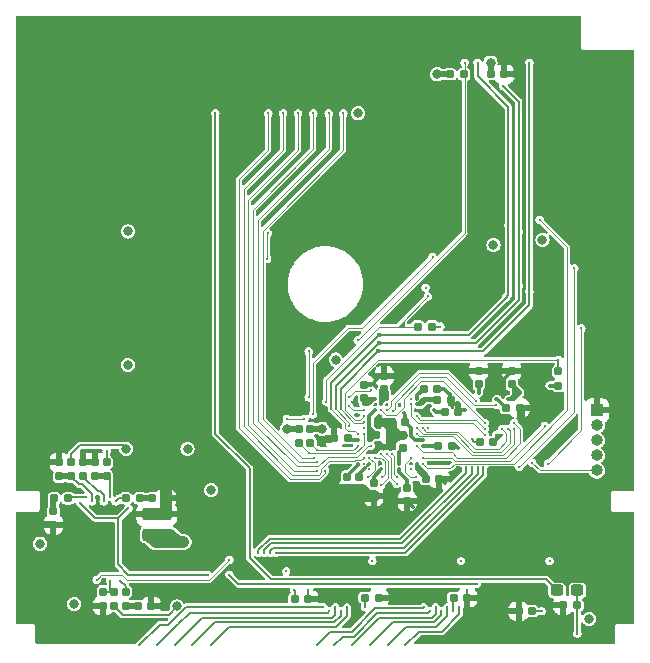
<source format=gbr>
%TF.GenerationSoftware,KiCad,Pcbnew,(6.0.2)*%
%TF.CreationDate,2023-11-20T16:41:37+01:00*%
%TF.ProjectId,CartGen4,43617274-4765-46e3-942e-6b696361645f,rev?*%
%TF.SameCoordinates,Original*%
%TF.FileFunction,Copper,L4,Bot*%
%TF.FilePolarity,Positive*%
%FSLAX46Y46*%
G04 Gerber Fmt 4.6, Leading zero omitted, Abs format (unit mm)*
G04 Created by KiCad (PCBNEW (6.0.2)) date 2023-11-20 16:41:37*
%MOMM*%
%LPD*%
G01*
G04 APERTURE LIST*
G04 Aperture macros list*
%AMRoundRect*
0 Rectangle with rounded corners*
0 $1 Rounding radius*
0 $2 $3 $4 $5 $6 $7 $8 $9 X,Y pos of 4 corners*
0 Add a 4 corners polygon primitive as box body*
4,1,4,$2,$3,$4,$5,$6,$7,$8,$9,$2,$3,0*
0 Add four circle primitives for the rounded corners*
1,1,$1+$1,$2,$3*
1,1,$1+$1,$4,$5*
1,1,$1+$1,$6,$7*
1,1,$1+$1,$8,$9*
0 Add four rect primitives between the rounded corners*
20,1,$1+$1,$2,$3,$4,$5,0*
20,1,$1+$1,$4,$5,$6,$7,0*
20,1,$1+$1,$6,$7,$8,$9,0*
20,1,$1+$1,$8,$9,$2,$3,0*%
G04 Aperture macros list end*
%TA.AperFunction,NonConductor*%
%ADD10C,0.200000*%
%TD*%
%TA.AperFunction,NonConductor*%
%ADD11C,0.100000*%
%TD*%
%TA.AperFunction,ComponentPad*%
%ADD12R,1.000000X1.000000*%
%TD*%
%TA.AperFunction,ComponentPad*%
%ADD13O,1.000000X1.000000*%
%TD*%
%TA.AperFunction,SMDPad,CuDef*%
%ADD14RoundRect,0.160000X-0.197500X-0.160000X0.197500X-0.160000X0.197500X0.160000X-0.197500X0.160000X0*%
%TD*%
%TA.AperFunction,SMDPad,CuDef*%
%ADD15RoundRect,0.155000X-0.212500X-0.155000X0.212500X-0.155000X0.212500X0.155000X-0.212500X0.155000X0*%
%TD*%
%TA.AperFunction,SMDPad,CuDef*%
%ADD16RoundRect,0.160000X-0.160000X0.197500X-0.160000X-0.197500X0.160000X-0.197500X0.160000X0.197500X0*%
%TD*%
%TA.AperFunction,SMDPad,CuDef*%
%ADD17RoundRect,0.155000X-0.155000X0.212500X-0.155000X-0.212500X0.155000X-0.212500X0.155000X0.212500X0*%
%TD*%
%TA.AperFunction,SMDPad,CuDef*%
%ADD18RoundRect,0.155000X0.155000X-0.212500X0.155000X0.212500X-0.155000X0.212500X-0.155000X-0.212500X0*%
%TD*%
%TA.AperFunction,SMDPad,CuDef*%
%ADD19RoundRect,0.160000X0.197500X0.160000X-0.197500X0.160000X-0.197500X-0.160000X0.197500X-0.160000X0*%
%TD*%
%TA.AperFunction,SMDPad,CuDef*%
%ADD20RoundRect,0.155000X0.212500X0.155000X-0.212500X0.155000X-0.212500X-0.155000X0.212500X-0.155000X0*%
%TD*%
%TA.AperFunction,SMDPad,CuDef*%
%ADD21RoundRect,0.160000X0.160000X-0.197500X0.160000X0.197500X-0.160000X0.197500X-0.160000X-0.197500X0*%
%TD*%
%TA.AperFunction,SMDPad,CuDef*%
%ADD22RoundRect,0.237500X0.237500X-0.300000X0.237500X0.300000X-0.237500X0.300000X-0.237500X-0.300000X0*%
%TD*%
%TA.AperFunction,SMDPad,CuDef*%
%ADD23RoundRect,0.237500X-0.300000X-0.237500X0.300000X-0.237500X0.300000X0.237500X-0.300000X0.237500X0*%
%TD*%
%TA.AperFunction,ViaPad*%
%ADD24C,0.302400*%
%TD*%
%TA.AperFunction,ViaPad*%
%ADD25C,0.800000*%
%TD*%
%TA.AperFunction,ViaPad*%
%ADD26C,0.400000*%
%TD*%
%TA.AperFunction,Conductor*%
%ADD27C,1.000000*%
%TD*%
%TA.AperFunction,Conductor*%
%ADD28C,0.200000*%
%TD*%
%TA.AperFunction,Conductor*%
%ADD29C,0.300000*%
%TD*%
%TA.AperFunction,Conductor*%
%ADD30C,0.500000*%
%TD*%
%TA.AperFunction,Conductor*%
%ADD31C,0.800000*%
%TD*%
%TA.AperFunction,Conductor*%
%ADD32C,0.100000*%
%TD*%
%TA.AperFunction,Conductor*%
%ADD33C,0.085000*%
%TD*%
G04 APERTURE END LIST*
D10*
X80500000Y-74150000D02*
X80500000Y-73700000D01*
X80500000Y-73700000D02*
X81000000Y-73700000D01*
X81000000Y-73700000D02*
X80500000Y-74150000D01*
G36*
X80500000Y-74150000D02*
G01*
X80500000Y-73700000D01*
X81000000Y-73700000D01*
X80500000Y-74150000D01*
G37*
X80500000Y-74150000D02*
X80500000Y-73700000D01*
X81000000Y-73700000D01*
X80500000Y-74150000D01*
X71250000Y-70100000D02*
X71250000Y-70450000D01*
X71250000Y-70450000D02*
X70800000Y-70850000D01*
X70800000Y-70850000D02*
X70800000Y-69900000D01*
X70800000Y-69900000D02*
X71250000Y-70100000D01*
G36*
X71250000Y-70100000D02*
G01*
X71250000Y-70450000D01*
X70800000Y-70850000D01*
X70800000Y-69900000D01*
X71250000Y-70100000D01*
G37*
X71250000Y-70100000D02*
X71250000Y-70450000D01*
X70800000Y-70850000D01*
X70800000Y-69900000D01*
X71250000Y-70100000D01*
X82500000Y-70200000D02*
X82050000Y-70650000D01*
X82050000Y-70650000D02*
X82050000Y-69750000D01*
X82050000Y-69750000D02*
X82500000Y-70200000D01*
G36*
X82500000Y-70200000D02*
G01*
X82050000Y-70650000D01*
X82050000Y-69750000D01*
X82500000Y-70200000D01*
G37*
X82500000Y-70200000D02*
X82050000Y-70650000D01*
X82050000Y-69750000D01*
X82500000Y-70200000D01*
X69400000Y-71150000D02*
X69400000Y-70800000D01*
X69400000Y-70800000D02*
X69750000Y-70800000D01*
X69750000Y-70800000D02*
X69400000Y-71150000D01*
G36*
X69400000Y-71150000D02*
G01*
X69400000Y-70800000D01*
X69750000Y-70800000D01*
X69400000Y-71150000D01*
G37*
X69400000Y-71150000D02*
X69400000Y-70800000D01*
X69750000Y-70800000D01*
X69400000Y-71150000D01*
X74550000Y-76950000D02*
X74550000Y-77400000D01*
X74550000Y-77400000D02*
X73750000Y-76600000D01*
X73750000Y-76600000D02*
X73750000Y-76200000D01*
X73750000Y-76200000D02*
X74550000Y-76950000D01*
G36*
X74550000Y-76950000D02*
G01*
X74550000Y-77400000D01*
X73750000Y-76600000D01*
X73750000Y-76200000D01*
X74550000Y-76950000D01*
G37*
X74550000Y-76950000D02*
X74550000Y-77400000D01*
X73750000Y-76600000D01*
X73750000Y-76200000D01*
X74550000Y-76950000D01*
X70300000Y-73700000D02*
X69750000Y-74150000D01*
X69750000Y-74150000D02*
X69750000Y-73150000D01*
X69750000Y-73150000D02*
X70300000Y-73700000D01*
G36*
X70300000Y-73700000D02*
G01*
X69750000Y-74150000D01*
X69750000Y-73150000D01*
X70300000Y-73700000D01*
G37*
X70300000Y-73700000D02*
X69750000Y-74150000D01*
X69750000Y-73150000D01*
X70300000Y-73700000D01*
D11*
X72150000Y-64550000D02*
X72650000Y-64550000D01*
X72650000Y-64550000D02*
X72650000Y-64050000D01*
X72650000Y-64050000D02*
X72150000Y-64550000D01*
G36*
X72650000Y-64550000D02*
G01*
X72150000Y-64550000D01*
X72650000Y-64050000D01*
X72650000Y-64550000D01*
G37*
X72650000Y-64550000D02*
X72150000Y-64550000D01*
X72650000Y-64050000D01*
X72650000Y-64550000D01*
D12*
%TO.P,J3,1,Pin_1*%
%TO.N,GND*%
X89000000Y-71650000D03*
D13*
%TO.P,J3,2,Pin_2*%
%TO.N,FPGA_JTAG_TMS*%
X89000000Y-72920000D03*
%TO.P,J3,3,Pin_3*%
%TO.N,FPGA_JTAG_TCK*%
X89000000Y-74190000D03*
%TO.P,J3,4,Pin_4*%
%TO.N,FPGA_JTAG_TDI*%
X89000000Y-75460000D03*
%TO.P,J3,5,Pin_5*%
%TO.N,FPGA_JTAG_TDO*%
X89000000Y-76730000D03*
%TD*%
D14*
%TO.P,R3,1*%
%TO.N,+3V3*%
X76552500Y-43200000D03*
%TO.P,R3,2*%
%TO.N,FPGA_SPI_SD_CS#*%
X77747500Y-43200000D03*
%TD*%
D15*
%TO.P,C24,1*%
%TO.N,+3V3*%
X75482500Y-70800000D03*
%TO.P,C24,2*%
%TO.N,GND*%
X76617500Y-70800000D03*
%TD*%
D16*
%TO.P,R16,1*%
%TO.N,Net-(R1-Pad1)*%
X49100000Y-87002500D03*
%TO.P,R16,2*%
%TO.N,Net-(C3-Pad1)*%
X49100000Y-88197500D03*
%TD*%
D15*
%TO.P,C43,1*%
%TO.N,+5V*%
X69382500Y-87500000D03*
%TO.P,C43,2*%
%TO.N,GND*%
X70517500Y-87500000D03*
%TD*%
D17*
%TO.P,C33,1*%
%TO.N,+3V3*%
X70100000Y-77782500D03*
%TO.P,C33,2*%
%TO.N,GND*%
X70100000Y-78917500D03*
%TD*%
D15*
%TO.P,C42,1*%
%TO.N,+5V*%
X76882500Y-87500000D03*
%TO.P,C42,2*%
%TO.N,GND*%
X78017500Y-87500000D03*
%TD*%
D18*
%TO.P,C20,1*%
%TO.N,+1V8*%
X71000000Y-69867500D03*
%TO.P,C20,2*%
%TO.N,GND*%
X71000000Y-68732500D03*
%TD*%
D17*
%TO.P,C40,1*%
%TO.N,Net-(C17-Pad1)*%
X43000000Y-80182500D03*
%TO.P,C40,2*%
%TO.N,GND*%
X43000000Y-81317500D03*
%TD*%
D18*
%TO.P,C28,1*%
%TO.N,+3V3*%
X72550000Y-74867500D03*
%TO.P,C28,2*%
%TO.N,GND*%
X72550000Y-73732500D03*
%TD*%
D19*
%TO.P,R4,1*%
%TO.N,+3V3*%
X75047500Y-64550000D03*
%TO.P,R4,2*%
%TO.N,FPGA_SPI_RTC_CS#*%
X73852500Y-64550000D03*
%TD*%
D20*
%TO.P,C30,1*%
%TO.N,+3V3*%
X67917500Y-73950000D03*
%TO.P,C30,2*%
%TO.N,GND*%
X66782500Y-73950000D03*
%TD*%
D15*
%TO.P,C25,1*%
%TO.N,+1V8*%
X76132500Y-71750000D03*
%TO.P,C25,2*%
%TO.N,GND*%
X77267500Y-71750000D03*
%TD*%
%TO.P,C37,1*%
%TO.N,Net-(C14-Pad1)*%
X51382500Y-79090780D03*
%TO.P,C37,2*%
%TO.N,GND*%
X52517500Y-79090780D03*
%TD*%
D21*
%TO.P,R17,1*%
%TO.N,+1V2*%
X48150000Y-88197500D03*
%TO.P,R17,2*%
%TO.N,PS_FB2*%
X48150000Y-87002500D03*
%TD*%
D17*
%TO.P,C35,1*%
%TO.N,+3V3*%
X67850000Y-77282500D03*
%TO.P,C35,2*%
%TO.N,GND*%
X67850000Y-78417500D03*
%TD*%
D15*
%TO.P,C21,1*%
%TO.N,+1V8*%
X74332500Y-69850000D03*
%TO.P,C21,2*%
%TO.N,GND*%
X75467500Y-69850000D03*
%TD*%
D18*
%TO.P,C18,1*%
%TO.N,+1V8*%
X81800000Y-69417500D03*
%TO.P,C18,2*%
%TO.N,GND*%
X81800000Y-68282500D03*
%TD*%
D15*
%TO.P,C44,1*%
%TO.N,+5V*%
X63432500Y-87600000D03*
%TO.P,C44,2*%
%TO.N,GND*%
X64567500Y-87600000D03*
%TD*%
D22*
%TO.P,C39,1*%
%TO.N,+5V*%
X51000000Y-82162500D03*
%TO.P,C39,2*%
%TO.N,GND*%
X51000000Y-80437500D03*
%TD*%
D15*
%TO.P,C32,1*%
%TO.N,+3V3*%
X74532500Y-77450000D03*
%TO.P,C32,2*%
%TO.N,GND*%
X75667500Y-77450000D03*
%TD*%
D21*
%TO.P,R5,1*%
%TO.N,+3V3*%
X85750000Y-69547500D03*
%TO.P,R5,2*%
%TO.N,FPGA_SPI_FLASH_CS#*%
X85750000Y-68352500D03*
%TD*%
D23*
%TO.P,C41,1*%
%TO.N,GB_AUDIO*%
X85637500Y-86900000D03*
%TO.P,C41,2*%
%TO.N,Net-(A1-Pad31)*%
X87362500Y-86900000D03*
%TD*%
D15*
%TO.P,C29,1*%
%TO.N,+1V2*%
X70332500Y-73700000D03*
%TO.P,C29,2*%
%TO.N,GND*%
X71467500Y-73700000D03*
%TD*%
%TO.P,C23,1*%
%TO.N,+1V8*%
X81332500Y-71450000D03*
%TO.P,C23,2*%
%TO.N,GND*%
X82467500Y-71450000D03*
%TD*%
D20*
%TO.P,C27,1*%
%TO.N,+1V8*%
X80217500Y-74300000D03*
%TO.P,C27,2*%
%TO.N,GND*%
X79082500Y-74300000D03*
%TD*%
D18*
%TO.P,C22,1*%
%TO.N,+3V3*%
X69250000Y-70617500D03*
%TO.P,C22,2*%
%TO.N,GND*%
X69250000Y-69482500D03*
%TD*%
D20*
%TO.P,C46,1*%
%TO.N,+5V*%
X83517500Y-88650000D03*
%TO.P,C46,2*%
%TO.N,GND*%
X82382500Y-88650000D03*
%TD*%
D16*
%TO.P,R11,1*%
%TO.N,+3V3*%
X44500000Y-76052500D03*
%TO.P,R11,2*%
%TO.N,PS_FB1*%
X44500000Y-77247500D03*
%TD*%
D18*
%TO.P,C19,1*%
%TO.N,+1V8*%
X79000000Y-69417500D03*
%TO.P,C19,2*%
%TO.N,GND*%
X79000000Y-68282500D03*
%TD*%
D15*
%TO.P,C45,1*%
%TO.N,Net-(C3-Pad1)*%
X50132500Y-88250000D03*
%TO.P,C45,2*%
%TO.N,GND*%
X51267500Y-88250000D03*
%TD*%
D22*
%TO.P,C38,1*%
%TO.N,+5V*%
X52500000Y-82162500D03*
%TO.P,C38,2*%
%TO.N,GND*%
X52500000Y-80437500D03*
%TD*%
D16*
%TO.P,R8,1*%
%TO.N,+1V8*%
X47500000Y-76052500D03*
%TO.P,R8,2*%
%TO.N,PS_FB3*%
X47500000Y-77247500D03*
%TD*%
%TO.P,R6,1*%
%TO.N,+1V2*%
X64750000Y-73202500D03*
%TO.P,R6,2*%
%TO.N,FPGA_TOE*%
X64750000Y-74397500D03*
%TD*%
D17*
%TO.P,C34,1*%
%TO.N,+3V3*%
X68850000Y-77282500D03*
%TO.P,C34,2*%
%TO.N,GND*%
X68850000Y-78417500D03*
%TD*%
D14*
%TO.P,R13,1*%
%TO.N,Net-(R4-Pad1)*%
X49102419Y-79084052D03*
%TO.P,R13,2*%
%TO.N,Net-(C14-Pad1)*%
X50297419Y-79084052D03*
%TD*%
D15*
%TO.P,C17,1*%
%TO.N,+3V3*%
X80032500Y-43200000D03*
%TO.P,C17,2*%
%TO.N,GND*%
X81167500Y-43200000D03*
%TD*%
D16*
%TO.P,R7,1*%
%TO.N,+3V3*%
X63750000Y-73202500D03*
%TO.P,R7,2*%
%TO.N,PS_PGOOD*%
X63750000Y-74397500D03*
%TD*%
D17*
%TO.P,C36,1*%
%TO.N,+1V2*%
X72950000Y-78182500D03*
%TO.P,C36,2*%
%TO.N,GND*%
X72950000Y-79317500D03*
%TD*%
D15*
%TO.P,C31,1*%
%TO.N,+3V3*%
X75582500Y-74650000D03*
%TO.P,C31,2*%
%TO.N,GND*%
X76717500Y-74650000D03*
%TD*%
D21*
%TO.P,R9,1*%
%TO.N,PS_FB3*%
X46500000Y-77247500D03*
%TO.P,R9,2*%
%TO.N,GND*%
X46500000Y-76052500D03*
%TD*%
%TO.P,R10,1*%
%TO.N,Net-(R7-Pad1)*%
X45500000Y-77247500D03*
%TO.P,R10,2*%
%TO.N,GND*%
X45500000Y-76052500D03*
%TD*%
D20*
%TO.P,C26,1*%
%TO.N,+1V2*%
X72767500Y-72650000D03*
%TO.P,C26,2*%
%TO.N,GND*%
X71632500Y-72650000D03*
%TD*%
D16*
%TO.P,R18,1*%
%TO.N,PS_FB2*%
X47200000Y-87002500D03*
%TO.P,R18,2*%
%TO.N,GND*%
X47200000Y-88197500D03*
%TD*%
D19*
%TO.P,R15,1*%
%TO.N,Net-(A1-Pad31)*%
X87347500Y-88150000D03*
%TO.P,R15,2*%
%TO.N,GND*%
X86152500Y-88150000D03*
%TD*%
%TO.P,R14,1*%
%TO.N,Net-(R8-Pad1)*%
X44247500Y-79100000D03*
%TO.P,R14,2*%
%TO.N,Net-(C17-Pad1)*%
X43052500Y-79100000D03*
%TD*%
D21*
%TO.P,R12,1*%
%TO.N,PS_FB1*%
X43500000Y-77247500D03*
%TO.P,R12,2*%
%TO.N,GND*%
X43500000Y-76052500D03*
%TD*%
D24*
%TO.N,+5V*%
X69350000Y-88300000D03*
X63400000Y-86850000D03*
X76850000Y-88650000D03*
D25*
X44750073Y-88050073D03*
X88350000Y-89300000D03*
D24*
X84350000Y-88650000D03*
D25*
X54000000Y-82800000D03*
X41862500Y-82937500D03*
D24*
%TO.N,GB_ADDR_5V0*%
X65850000Y-88300000D03*
X50250000Y-91550498D03*
%TO.N,GB_ADDR_5V1*%
X51750000Y-91550498D03*
X66350000Y-88650000D03*
%TO.N,GB_ADDR_5V2*%
X66850000Y-88300000D03*
X53250000Y-91550498D03*
%TO.N,GB_ADDR_5V3*%
X54750000Y-91550498D03*
X67350000Y-88650000D03*
%TO.N,GB_ADDR_5V4*%
X67850000Y-88300000D03*
X56300000Y-91550000D03*
%TO.N,GB_ADDR_5V10*%
X65300000Y-91550000D03*
X74350000Y-88300000D03*
%TO.N,GB_ADDR_5V11*%
X66750000Y-91550000D03*
X74850000Y-88650000D03*
%TO.N,GB_ADDR_5V12*%
X75350000Y-88300000D03*
X68250000Y-91550000D03*
%TO.N,GB_ADDR_5V13*%
X75850000Y-88650000D03*
X69800000Y-91550000D03*
%TO.N,GB_ADDR_5V14*%
X71300000Y-91550000D03*
X76350000Y-88300000D03*
%TO.N,GB_ADDR_5V15*%
X77350000Y-88300000D03*
X72800000Y-91550000D03*
D25*
%TO.N,GND*%
X84400000Y-60300000D03*
D24*
X68750000Y-71150000D03*
X80950000Y-69150000D03*
X46750000Y-79000000D03*
X78000000Y-86900000D03*
X48000000Y-82800000D03*
X72550000Y-86850000D03*
X81000000Y-72700000D03*
D25*
X68800000Y-53550000D03*
D24*
X82400000Y-89350000D03*
X77250000Y-74850000D03*
X68750000Y-72150000D03*
D25*
X49300000Y-64850000D03*
D24*
X65600000Y-53550000D03*
D25*
X58050000Y-78400000D03*
X84400000Y-42200000D03*
X63450000Y-69200000D03*
X59900000Y-46500000D03*
X58000000Y-46500000D03*
D24*
X77828282Y-71650000D03*
D25*
X89500000Y-90950000D03*
X49300000Y-59450000D03*
D24*
X78400000Y-74100000D03*
X74750000Y-71650000D03*
X76550000Y-70278200D03*
D25*
X87050000Y-83450000D03*
D24*
X65050000Y-86850000D03*
D25*
X52250000Y-88250000D03*
D24*
X85400000Y-88150000D03*
X80150000Y-63900000D03*
D25*
X66750000Y-78900000D03*
D24*
X71250000Y-71150000D03*
X66900000Y-53550000D03*
X74250000Y-72150000D03*
X46000000Y-81800000D03*
X43500000Y-75100000D03*
X82750000Y-72350000D03*
X73248833Y-76148833D03*
X81500000Y-72200000D03*
X84850000Y-74800000D03*
D25*
X73700000Y-52200000D03*
D24*
X70750000Y-76150000D03*
X81950000Y-58950000D03*
X81900000Y-45700000D03*
X69250000Y-76150000D03*
X69750000Y-76650000D03*
D25*
X45150000Y-48600000D03*
X71500000Y-74700000D03*
X82200000Y-42200000D03*
D24*
X81500000Y-70200000D03*
X79500000Y-72200000D03*
D25*
X43000000Y-85850000D03*
D24*
X64550000Y-86850000D03*
X57200000Y-85550000D03*
D25*
X41850000Y-81300000D03*
X65750000Y-74250000D03*
X70550000Y-72650000D03*
D24*
X46000000Y-83800000D03*
X69900000Y-69500000D03*
X80800000Y-64550000D03*
X77300000Y-71100000D03*
X79750000Y-70050000D03*
X80500000Y-72700000D03*
X72250000Y-71152341D03*
D26*
X46350000Y-88200000D03*
D24*
X47000000Y-82800000D03*
X48000000Y-83800000D03*
D25*
X75900000Y-63050000D03*
X51750000Y-74900000D03*
X89600000Y-62000000D03*
D24*
X47000000Y-81800000D03*
X70200000Y-69150000D03*
X45500000Y-75100000D03*
X74747659Y-76150000D03*
X79600000Y-68277440D03*
X74250000Y-71650000D03*
X48000000Y-81800000D03*
X46000000Y-82800000D03*
D25*
X82200000Y-43200000D03*
D24*
X59000000Y-85250000D03*
D25*
X74000000Y-41000000D03*
D24*
X70250000Y-71150000D03*
X76150000Y-77800000D03*
X80050000Y-86850500D03*
X80500000Y-73200000D03*
D25*
X86800000Y-52200000D03*
X67950000Y-65700000D03*
D24*
X80500000Y-70200000D03*
D25*
X79150000Y-57650000D03*
D24*
X71250000Y-87500000D03*
X73450000Y-79800000D03*
X68250000Y-74650000D03*
X47000000Y-83800000D03*
%TO.N,PS_SS*%
X49350000Y-79950000D03*
X45250500Y-79499500D03*
X56050000Y-85550000D03*
X49350000Y-85550000D03*
%TO.N,+1V8*%
X47500000Y-75100000D03*
X82500000Y-70200000D03*
X71250000Y-70650000D03*
D25*
X66900000Y-67350000D03*
D24*
X79000000Y-70200000D03*
X73750000Y-70650000D03*
X75219832Y-71621800D03*
D25*
X54350000Y-74900000D03*
D24*
X80500000Y-70700000D03*
X74750000Y-73152341D03*
X80500000Y-73700000D03*
X81500000Y-70700000D03*
X70750000Y-71150000D03*
X81000000Y-73700000D03*
%TO.N,+1V2*%
X72650000Y-71900000D03*
X73250000Y-70647659D03*
D25*
X65750000Y-73200000D03*
D24*
X74250000Y-74150000D03*
X69750000Y-74150000D03*
D25*
X53450000Y-88250000D03*
D24*
X73250000Y-76650000D03*
X70250000Y-71650000D03*
X72250000Y-76650000D03*
D25*
X56350000Y-78400000D03*
D24*
%TO.N,+3V3*%
X74250000Y-74650000D03*
X62700000Y-85250000D03*
X72250000Y-76150000D03*
X69249999Y-71147659D03*
X69250000Y-73150000D03*
X73750000Y-76650000D03*
X75750000Y-64550000D03*
X77500000Y-84400000D03*
X70000000Y-84400000D03*
X73751167Y-76151167D03*
X68748833Y-74151167D03*
X74750000Y-74650000D03*
X69750000Y-76150000D03*
X70750000Y-76650000D03*
X70250000Y-70650000D03*
D25*
X80250000Y-57650000D03*
D24*
X73750000Y-71150000D03*
D25*
X62750000Y-73200000D03*
X84400000Y-57200000D03*
X75500000Y-43200000D03*
D24*
X85000000Y-84400000D03*
D25*
X49150000Y-74900000D03*
X80000000Y-42200000D03*
X68800000Y-46500000D03*
D24*
X68750000Y-76150000D03*
X85000000Y-69550000D03*
%TO.N,FPGA_SOFT_RST#*%
X62750000Y-72350000D03*
X64250000Y-72350000D03*
%TO.N,FPGA_SPI_SD_CS#*%
X77800000Y-42200000D03*
X68750000Y-65700000D03*
%TO.N,FPGA_SPI_MOSI*%
X81300000Y-62100000D03*
X68750000Y-73650000D03*
D26*
X70600000Y-65250000D03*
D24*
X81500000Y-55950000D03*
X78900000Y-42200000D03*
D26*
%TO.N,FPGA_SPI_CLK*%
X70550000Y-65950000D03*
D24*
X68050000Y-73000000D03*
X82400000Y-61100000D03*
X82400000Y-56550000D03*
X81100000Y-44200000D03*
%TO.N,FPGA_SPI_MISO*%
X83300000Y-42200000D03*
X83300000Y-61600000D03*
X69250000Y-72650000D03*
D26*
X70500000Y-66650000D03*
D24*
%TO.N,Net-(R1-Pad1)*%
X48650000Y-86100000D03*
%TO.N,PS_FB2*%
X47799500Y-86093355D03*
%TO.N,Net-(R4-Pad1)*%
X48258748Y-79360420D03*
%TO.N,PS_FB1*%
X46250000Y-79350000D03*
%TO.N,Net-(R7-Pad1)*%
X47250000Y-79350000D03*
%TO.N,Net-(R8-Pad1)*%
X45750000Y-79000000D03*
%TO.N,PS_FB3*%
X47749951Y-78979218D03*
%TO.N,PS_PGOOD*%
X57900000Y-84300000D03*
X46650000Y-86000000D03*
X69250000Y-73650000D03*
X64650000Y-75300000D03*
%TO.N,GB_BUS_EN*%
X71349511Y-86350489D03*
X78850000Y-86350489D03*
X63849511Y-86350489D03*
X57900000Y-85550000D03*
%TO.N,FPGA_SPI_FLASH_CS#*%
X69250000Y-72150000D03*
X85750000Y-67350000D03*
%TO.N,FPGA_SPI_RTC_CS#*%
X66100000Y-70900000D03*
X74700000Y-62000000D03*
%TO.N,GB_DATA3*%
X73250000Y-75650000D03*
X73650000Y-77300000D03*
%TO.N,RAM_WAIT*%
X78750000Y-70850000D03*
X71250000Y-71650000D03*
%TO.N,RAM_OE#*%
X80500000Y-71200000D03*
X71780168Y-71674789D03*
%TO.N,RAM_ADV#*%
X79500000Y-72700000D03*
X70750000Y-71650000D03*
%TO.N,RAM_UB#*%
X82000000Y-72700000D03*
X73750000Y-74650000D03*
%TO.N,RAM_WE#*%
X79500000Y-73200000D03*
X73750000Y-72150000D03*
%TO.N,RAM_CRE*%
X74250000Y-73150000D03*
X81000000Y-73200000D03*
%TO.N,RAM_CE1#*%
X73750000Y-73150000D03*
X81500000Y-73200000D03*
%TO.N,RAM_LB#*%
X73750000Y-73650000D03*
X82000000Y-73200000D03*
%TO.N,RAM_CLK*%
X79500000Y-73700000D03*
X73250000Y-71150000D03*
%TO.N,GB_ADDR9*%
X70750000Y-77950000D03*
X70750000Y-75350000D03*
%TO.N,GB_ADDR10*%
X70800000Y-77300000D03*
X70250000Y-75650000D03*
%TO.N,GB_ADDR14*%
X72050000Y-77850000D03*
X71200000Y-75350000D03*
%TO.N,GB_ADDR15*%
X71650000Y-75350000D03*
X72050000Y-77300000D03*
%TO.N,GB_ADDR5*%
X69750000Y-75650000D03*
X69600000Y-77300000D03*
%TO.N,GB_CLK*%
X77900000Y-76450000D03*
X60350000Y-83700000D03*
%TO.N,GB_WR#*%
X78400000Y-76450000D03*
X60850000Y-83700000D03*
%TO.N,GB_CS#*%
X79400000Y-76450000D03*
X61850000Y-83700000D03*
%TO.N,GB_RD#*%
X61350000Y-83700000D03*
X78900000Y-76450000D03*
%TO.N,FPGA_JTAG_TDO*%
X83550000Y-76100000D03*
%TO.N,FPGA_JTAG_TMS*%
X84600000Y-72950000D03*
X74250000Y-75650000D03*
%TO.N,FLASH_WP#*%
X87700000Y-64700000D03*
X84850000Y-76150000D03*
%TO.N,SD_CARD_DETECT*%
X74250000Y-76150000D03*
X84150000Y-55500000D03*
%TO.N,RTC_RST#*%
X75100000Y-58650000D03*
X64950000Y-72000000D03*
%TO.N,FLASH_HOLD#*%
X82450000Y-76450000D03*
X87100000Y-59600000D03*
D25*
%TO.N,+VBAT*%
X49300000Y-67800000D03*
X49300000Y-56500000D03*
D24*
X74500000Y-61250000D03*
%TO.N,FPGA_TOE*%
X68750000Y-74650000D03*
X65350000Y-75000000D03*
%TO.N,FPGA_DONE*%
X68050000Y-71300000D03*
X61100000Y-58800000D03*
X69247660Y-71650000D03*
X61150000Y-56650000D03*
%TO.N,FPGA_USER0*%
X65050000Y-75700000D03*
X67550000Y-46500000D03*
%TO.N,FPGA_USER1*%
X66300000Y-46500000D03*
X65300000Y-76050000D03*
%TO.N,FPGA_USER2*%
X65000000Y-46500000D03*
X69850000Y-74650000D03*
%TO.N,FPGA_USER5*%
X61200000Y-46500000D03*
X66000000Y-76750000D03*
%TO.N,FPGA_USER3*%
X63700000Y-46500000D03*
X65300000Y-76750000D03*
%TO.N,FPGA_USER4*%
X69247659Y-75650000D03*
X62450000Y-46500000D03*
%TO.N,Net-(A1-Pad31)*%
X87350000Y-90550000D03*
%TO.N,GB_AUDIO*%
X56700000Y-46500000D03*
%TO.N,CLK_EN*%
X68050000Y-70550000D03*
X64600000Y-66650000D03*
X69900000Y-69950000D03*
X64600000Y-70550000D03*
%TD*%
D27*
%TO.N,+5V*%
X52500000Y-82800000D02*
X51637500Y-82800000D01*
X52862500Y-82162500D02*
X53500000Y-82800000D01*
X51637500Y-82800000D02*
X51000000Y-82162500D01*
D28*
X63432500Y-86882500D02*
X63400000Y-86850000D01*
D27*
X53500000Y-82800000D02*
X52500000Y-82800000D01*
D28*
X84350000Y-88650000D02*
X83517500Y-88650000D01*
X63432500Y-87600000D02*
X63432500Y-86882500D01*
X76850000Y-87532500D02*
X76882500Y-87500000D01*
D27*
X51000000Y-82162500D02*
X52500000Y-82162500D01*
X54000000Y-82800000D02*
X53500000Y-82800000D01*
D28*
X69350000Y-88300000D02*
X69350000Y-87532500D01*
D27*
X52500000Y-82162500D02*
X52862500Y-82162500D01*
D28*
X76850000Y-88650000D02*
X76850000Y-87532500D01*
X69350000Y-87532500D02*
X69382500Y-87500000D01*
%TO.N,GB_ADDR_5V0*%
X54226624Y-88300000D02*
X65850000Y-88300000D01*
X52726624Y-89800000D02*
X54226624Y-88300000D01*
X50250000Y-91550498D02*
X52000498Y-89800000D01*
X52000498Y-89800000D02*
X52726624Y-89800000D01*
%TO.N,GB_ADDR_5V1*%
X54515495Y-88799511D02*
X66200489Y-88799511D01*
X53565006Y-89750000D02*
X54515495Y-88799511D01*
X53550497Y-89750001D02*
X53565006Y-89750000D01*
X51750000Y-91550498D02*
X53550497Y-89750001D01*
X66200489Y-88799511D02*
X66350000Y-88650000D01*
%TO.N,GB_ADDR_5V2*%
X66850000Y-88950000D02*
X66850000Y-88300000D01*
X53250000Y-91550498D02*
X55601467Y-89199031D01*
X66600969Y-89199031D02*
X66850000Y-88950000D01*
X55601467Y-89199031D02*
X66600969Y-89199031D01*
%TO.N,GB_ADDR_5V3*%
X54750000Y-91550498D02*
X54750000Y-91500000D01*
X66786443Y-89598551D02*
X67350000Y-89034994D01*
X54750000Y-91500000D02*
X56651449Y-89598551D01*
X67350000Y-89034994D02*
X67350000Y-88650000D01*
X56651449Y-89598551D02*
X66786443Y-89598551D01*
%TO.N,GB_ADDR_5V4*%
X57851929Y-89998071D02*
X66951929Y-89998071D01*
X56300000Y-91550000D02*
X57851929Y-89998071D01*
X66951929Y-89998071D02*
X67850000Y-89100000D01*
X67850000Y-89100000D02*
X67850000Y-88300000D01*
%TO.N,GB_ADDR_5V10*%
X65300000Y-91550000D02*
X66452409Y-90397591D01*
X66452409Y-90397591D02*
X68252409Y-90397591D01*
X70250000Y-88400000D02*
X74250000Y-88400000D01*
X74250000Y-88400000D02*
X74350000Y-88300000D01*
X68252409Y-90397591D02*
X70250000Y-88400000D01*
%TO.N,GB_ADDR_5V11*%
X67500000Y-90800000D02*
X68415006Y-90800000D01*
X66750000Y-91550000D02*
X67500000Y-90800000D01*
X68415006Y-90800000D02*
X70415495Y-88799511D01*
X70415495Y-88799511D02*
X74700489Y-88799511D01*
X74700489Y-88799511D02*
X74850000Y-88650000D01*
%TO.N,GB_ADDR_5V12*%
X75050969Y-89199031D02*
X75350000Y-88900000D01*
X70600969Y-89199031D02*
X75050969Y-89199031D01*
X68250000Y-91550000D02*
X70600969Y-89199031D01*
X75350000Y-88900000D02*
X75350000Y-88300000D01*
%TO.N,GB_ADDR_5V13*%
X69800000Y-91550000D02*
X71751449Y-89598551D01*
X71751449Y-89598551D02*
X75216455Y-89598551D01*
X75216455Y-89598551D02*
X75850000Y-88965006D01*
X75850000Y-88965006D02*
X75850000Y-88650000D01*
%TO.N,GB_ADDR_5V14*%
X76350000Y-88300000D02*
X76350000Y-89050000D01*
X75401929Y-89998071D02*
X72851929Y-89998071D01*
X72851929Y-89998071D02*
X71300000Y-91550000D01*
X76350000Y-89050000D02*
X75401929Y-89998071D01*
%TO.N,GB_ADDR_5V15*%
X73952409Y-90397591D02*
X72800000Y-91550000D01*
X77350000Y-88300000D02*
X77350000Y-88900000D01*
X75852409Y-90397591D02*
X73952409Y-90397591D01*
X77350000Y-88900000D02*
X75852409Y-90397591D01*
D29*
%TO.N,GND*%
X82750000Y-72350000D02*
X82750000Y-71732500D01*
D28*
X46352500Y-88197500D02*
X46350000Y-88200000D01*
D27*
X67232500Y-78417500D02*
X67850000Y-78417500D01*
D29*
X76550000Y-70278200D02*
X76528200Y-70278200D01*
X76150000Y-77800000D02*
X75800000Y-77450000D01*
X66482500Y-74250000D02*
X66782500Y-73950000D01*
D27*
X69117500Y-78417500D02*
X67850000Y-78417500D01*
D29*
X70617500Y-68732500D02*
X71000000Y-68732500D01*
D28*
X82400000Y-88667500D02*
X82382500Y-88650000D01*
D29*
X70200000Y-69150000D02*
X70617500Y-68732500D01*
X75800000Y-77450000D02*
X75667500Y-77450000D01*
D27*
X70082500Y-78900000D02*
X70100000Y-78917500D01*
D29*
X77050000Y-74650000D02*
X76717500Y-74650000D01*
X76050000Y-69800000D02*
X75467500Y-69800000D01*
D28*
X82400000Y-89350000D02*
X82400000Y-88667500D01*
D30*
X82200000Y-43200000D02*
X81167500Y-43200000D01*
D29*
X76550000Y-70278200D02*
X76550000Y-70682500D01*
D28*
X78400000Y-74100000D02*
X78600000Y-74300000D01*
D29*
X82750000Y-71732500D02*
X82467500Y-71450000D01*
X79594940Y-68282500D02*
X79000000Y-68282500D01*
D31*
X71500000Y-74700000D02*
X71500000Y-73732500D01*
X71500000Y-74700000D02*
X71500000Y-74365000D01*
D29*
X73432500Y-79800000D02*
X72950000Y-79317500D01*
X76717500Y-74650000D02*
X76850000Y-74650000D01*
X69267500Y-69500000D02*
X69250000Y-69482500D01*
D27*
X52517500Y-79090780D02*
X52517500Y-75667500D01*
D29*
X65750000Y-74250000D02*
X66482500Y-74250000D01*
D28*
X46500000Y-76052500D02*
X45500000Y-76052500D01*
D29*
X77250000Y-74850000D02*
X77050000Y-74650000D01*
X79600000Y-68277440D02*
X79594940Y-68282500D01*
D28*
X47200000Y-88197500D02*
X46352500Y-88197500D01*
D31*
X70550000Y-72650000D02*
X71632500Y-72650000D01*
D30*
X42982500Y-81300000D02*
X43000000Y-81317500D01*
X51267500Y-88250000D02*
X52250000Y-88250000D01*
D29*
X76967500Y-71100000D02*
X77300000Y-71100000D01*
D31*
X71467500Y-73700000D02*
X71467500Y-73017500D01*
D27*
X66750000Y-78900000D02*
X70082500Y-78900000D01*
D28*
X78017500Y-86917500D02*
X78000000Y-86900000D01*
D31*
X71467500Y-72815000D02*
X71632500Y-72650000D01*
X71500000Y-73732500D02*
X71467500Y-73700000D01*
X72550000Y-73732500D02*
X72132500Y-73732500D01*
D27*
X51000000Y-80437500D02*
X52500000Y-80437500D01*
X66750000Y-78900000D02*
X67232500Y-78417500D01*
D29*
X73450000Y-79800000D02*
X73432500Y-79800000D01*
X80950000Y-69132500D02*
X81800000Y-68282500D01*
D28*
X64567500Y-87600000D02*
X64567500Y-86867500D01*
D31*
X72132500Y-73732500D02*
X71500000Y-73732500D01*
X71500000Y-74365000D02*
X72132500Y-73732500D01*
X71467500Y-73017500D02*
X71100000Y-72650000D01*
D27*
X52517500Y-79090780D02*
X52517500Y-80420000D01*
D31*
X71632500Y-73232500D02*
X72132500Y-73732500D01*
D28*
X43500000Y-76052500D02*
X43500000Y-75100000D01*
X78600000Y-74300000D02*
X79082500Y-74300000D01*
D31*
X71632500Y-72650000D02*
X71632500Y-73232500D01*
D30*
X41850000Y-81300000D02*
X42982500Y-81300000D01*
D27*
X52517500Y-80420000D02*
X52500000Y-80437500D01*
X69600000Y-78900000D02*
X69117500Y-78417500D01*
D28*
X64567500Y-86867500D02*
X64550000Y-86850000D01*
X85400000Y-88150000D02*
X86152500Y-88150000D01*
X45500000Y-76052500D02*
X45500000Y-75100000D01*
D29*
X76528200Y-70278200D02*
X76050000Y-69800000D01*
X77828282Y-71650000D02*
X77367500Y-71650000D01*
D28*
X78017500Y-87500000D02*
X78017500Y-86917500D01*
D27*
X52517500Y-75667500D02*
X51750000Y-74900000D01*
D31*
X71467500Y-73700000D02*
X71467500Y-72815000D01*
D29*
X80950000Y-69150000D02*
X80950000Y-69132500D01*
X76550000Y-70682500D02*
X76967500Y-71100000D01*
D28*
X71250000Y-87500000D02*
X70567500Y-87500000D01*
D29*
X69900000Y-69500000D02*
X69267500Y-69500000D01*
X77367500Y-71650000D02*
X77267500Y-71750000D01*
D28*
%TO.N,PS_SS*%
X46551000Y-80800000D02*
X48500000Y-80800000D01*
X48500000Y-80800000D02*
X49350000Y-79950000D01*
X48500000Y-84700000D02*
X48500000Y-80800000D01*
X49350000Y-85550000D02*
X48500000Y-84700000D01*
X49350000Y-85550000D02*
X56050000Y-85550000D01*
X45250500Y-79499500D02*
X46551000Y-80800000D01*
D30*
%TO.N,Net-(C3-Pad1)*%
X50080000Y-88197500D02*
X50132500Y-88250000D01*
X49100000Y-88197500D02*
X50080000Y-88197500D01*
D29*
%TO.N,+1V8*%
X71250000Y-70117500D02*
X71000000Y-69867500D01*
X70832500Y-69867500D02*
X70750000Y-69950000D01*
X70750000Y-71150000D02*
X70750000Y-70950000D01*
D28*
X80400000Y-74300000D02*
X81000000Y-73700000D01*
D29*
X73750000Y-70382500D02*
X74332500Y-69800000D01*
X81800000Y-69417500D02*
X82000000Y-69617500D01*
D28*
X81000000Y-73700000D02*
X80500000Y-73700000D01*
X47500000Y-75100000D02*
X47500000Y-76052500D01*
X80217500Y-74300000D02*
X80400000Y-74300000D01*
D29*
X75348032Y-71750000D02*
X75219832Y-71621800D01*
X82000000Y-70350000D02*
X82000000Y-70700000D01*
X80582500Y-70700000D02*
X80500000Y-70700000D01*
X82000000Y-70700000D02*
X82500000Y-70200000D01*
X81500000Y-70700000D02*
X81650000Y-70700000D01*
X79000000Y-69417500D02*
X79000000Y-70200000D01*
X71250000Y-70650000D02*
X71250000Y-70117500D01*
X76132500Y-71750000D02*
X75348032Y-71750000D01*
X71050000Y-70650000D02*
X71250000Y-70650000D01*
X73750000Y-70650000D02*
X73750000Y-70382500D01*
X71000000Y-69867500D02*
X70832500Y-69867500D01*
D28*
X80500000Y-74017500D02*
X80217500Y-74300000D01*
D29*
X82500000Y-70200000D02*
X82500000Y-70117500D01*
X70750000Y-70950000D02*
X71050000Y-70650000D01*
X82500000Y-70117500D02*
X81800000Y-69417500D01*
X82000000Y-69617500D02*
X82000000Y-70350000D01*
X81500000Y-70700000D02*
X82000000Y-70700000D01*
X81650000Y-70700000D02*
X82000000Y-70350000D01*
D28*
X80500000Y-73700000D02*
X80500000Y-74017500D01*
D29*
X70750000Y-69950000D02*
X70750000Y-71150000D01*
X81332500Y-71450000D02*
X80582500Y-70700000D01*
%TO.N,+1V2*%
X70332500Y-73682500D02*
X69750000Y-73100000D01*
X73600000Y-74150000D02*
X73250000Y-73800000D01*
X70332500Y-73700000D02*
X70332500Y-73682500D01*
X74250000Y-74150000D02*
X73600000Y-74150000D01*
X69882500Y-74150000D02*
X70332500Y-73700000D01*
X72950000Y-77550000D02*
X72250000Y-76850000D01*
X72650000Y-71900000D02*
X72767500Y-72017500D01*
D28*
X53450000Y-88250000D02*
X52750489Y-88949511D01*
D30*
X64750000Y-73202500D02*
X65747500Y-73202500D01*
D29*
X69750000Y-73100000D02*
X69750000Y-72150000D01*
X73250000Y-73800000D02*
X73250000Y-73132500D01*
X72950000Y-78182500D02*
X72950000Y-77550000D01*
D28*
X48844652Y-88949511D02*
X48150000Y-88254859D01*
D29*
X69750000Y-74150000D02*
X69750000Y-73100000D01*
X69750000Y-74150000D02*
X69882500Y-74150000D01*
D28*
X52750489Y-88949511D02*
X48844652Y-88949511D01*
D29*
X73250000Y-73132500D02*
X72767500Y-72650000D01*
X72250000Y-76850000D02*
X72250000Y-76650000D01*
X72767500Y-72017500D02*
X72767500Y-72650000D01*
X69750000Y-72150000D02*
X70250000Y-71650000D01*
D28*
X48150000Y-88254859D02*
X48150000Y-88197500D01*
D30*
%TO.N,Net-(C14-Pad1)*%
X50297419Y-79084052D02*
X51375772Y-79084052D01*
X51375772Y-79084052D02*
X51382500Y-79090780D01*
%TO.N,+3V3*%
X80032500Y-42232500D02*
X80000000Y-42200000D01*
D29*
X74750000Y-74650000D02*
X75582500Y-74650000D01*
X74250000Y-74650000D02*
X74750000Y-74650000D01*
X63747500Y-73200000D02*
X63750000Y-73202500D01*
X74550000Y-77050000D02*
X74550000Y-77432500D01*
X85000000Y-69550000D02*
X85747500Y-69550000D01*
D28*
X49150000Y-74900000D02*
X48850489Y-74600489D01*
D29*
X68850000Y-77050000D02*
X69350000Y-76550000D01*
X68748833Y-74151167D02*
X68118667Y-74151167D01*
X75482500Y-70750000D02*
X74550000Y-70750000D01*
X67850000Y-77282500D02*
X67850000Y-77200000D01*
X72250000Y-76150000D02*
X72250000Y-75167500D01*
D30*
X62750000Y-73200000D02*
X63747500Y-73200000D01*
D29*
X69249999Y-71147659D02*
X69250000Y-70617500D01*
D28*
X69650000Y-76250000D02*
X69350000Y-76550000D01*
D29*
X75382500Y-70650000D02*
X75482500Y-70750000D01*
D28*
X85747500Y-69550000D02*
X85750000Y-69547500D01*
D29*
X73750000Y-76650000D02*
X73750000Y-76152334D01*
X74150000Y-71150000D02*
X73900000Y-71150000D01*
X73751167Y-76251167D02*
X74550000Y-77050000D01*
X68118667Y-74151167D02*
X67917500Y-73950000D01*
X70250000Y-70650000D02*
X69282500Y-70650000D01*
X68750000Y-76150000D02*
X68750000Y-76300000D01*
X73900000Y-71150000D02*
X74400000Y-70650000D01*
X74532500Y-77432500D02*
X73750000Y-76650000D01*
X69602341Y-71147659D02*
X70100000Y-70650000D01*
X74400000Y-70650000D02*
X75382500Y-70650000D01*
D30*
X80032500Y-43200000D02*
X80032500Y-42232500D01*
D28*
X44500000Y-75350000D02*
X44500000Y-76052500D01*
D29*
X69750000Y-76150000D02*
X69650000Y-76250000D01*
D28*
X45249511Y-74600489D02*
X44500000Y-75350000D01*
D29*
X74532500Y-77450000D02*
X74532500Y-77432500D01*
X74550000Y-70750000D02*
X74150000Y-71150000D01*
D28*
X48850489Y-74600489D02*
X45249511Y-74600489D01*
D29*
X70100000Y-77782500D02*
X70100000Y-77300000D01*
X68850000Y-77282500D02*
X68850000Y-77050000D01*
X67850000Y-77200000D02*
X68750000Y-76300000D01*
D28*
X75047500Y-64550000D02*
X75750000Y-64550000D01*
D29*
X70100000Y-77300000D02*
X70750000Y-76650000D01*
X69249999Y-71147659D02*
X69602341Y-71147659D01*
X69282500Y-70650000D02*
X69250000Y-70617500D01*
X73750000Y-71150000D02*
X73900000Y-71150000D01*
X74550000Y-77432500D02*
X74532500Y-77450000D01*
D30*
X76552500Y-43200000D02*
X75500000Y-43200000D01*
D29*
X73751167Y-76151167D02*
X73751167Y-76251167D01*
X72250000Y-75167500D02*
X72550000Y-74867500D01*
X70100000Y-70650000D02*
X70250000Y-70650000D01*
X73750000Y-76152334D02*
X73751167Y-76151167D01*
D30*
%TO.N,Net-(C17-Pad1)*%
X43000000Y-79152500D02*
X43052500Y-79100000D01*
X43000000Y-80182500D02*
X43000000Y-79152500D01*
D32*
%TO.N,FPGA_SOFT_RST#*%
X64250000Y-72350000D02*
X62750000Y-72350000D01*
%TO.N,FPGA_SPI_SD_CS#*%
X77800000Y-56650000D02*
X77800000Y-43200000D01*
X68750000Y-65700000D02*
X77800000Y-56650000D01*
D33*
X77747500Y-43200000D02*
X77800000Y-43200000D01*
D32*
X77800000Y-43200000D02*
X77800000Y-42200000D01*
D28*
%TO.N,FPGA_SPI_MOSI*%
X81300000Y-62100000D02*
X81500000Y-61900000D01*
X70600000Y-65250000D02*
X78150000Y-65250000D01*
D33*
X66500000Y-71500000D02*
X66500000Y-71550000D01*
X67900000Y-73400000D02*
X68500000Y-73400000D01*
X67650000Y-72700000D02*
X67650000Y-73150000D01*
D28*
X81500000Y-45950000D02*
X78900000Y-43350000D01*
X81500000Y-61900000D02*
X81500000Y-45950000D01*
X66500000Y-71500000D02*
X66500000Y-69350000D01*
X66500000Y-69350000D02*
X70600000Y-65250000D01*
D33*
X66500000Y-71550000D02*
X67650000Y-72700000D01*
D28*
X78900000Y-43350000D02*
X78900000Y-42200000D01*
X78150000Y-65250000D02*
X81300000Y-62100000D01*
D33*
X67650000Y-73150000D02*
X67900000Y-73400000D01*
X68500000Y-73400000D02*
X68750000Y-73650000D01*
D28*
%TO.N,FPGA_SPI_CLK*%
X66900000Y-71500000D02*
X66900000Y-69600000D01*
X82400000Y-61100000D02*
X82400000Y-45500000D01*
X70550000Y-65950000D02*
X78750000Y-65950000D01*
X82400000Y-45500000D02*
X81100000Y-44200000D01*
D33*
X66900000Y-71500000D02*
X66900000Y-71550000D01*
X68050000Y-72700000D02*
X68050000Y-73000000D01*
X66900000Y-71550000D02*
X68050000Y-72700000D01*
D28*
X78750000Y-65950000D02*
X82400000Y-62300000D01*
X82400000Y-62300000D02*
X82400000Y-61100000D01*
X66900000Y-69600000D02*
X70550000Y-65950000D01*
D33*
%TO.N,FPGA_SPI_MISO*%
X68475000Y-72750000D02*
X69150000Y-72750000D01*
X67300000Y-71575000D02*
X68475000Y-72750000D01*
X69150000Y-72750000D02*
X69250000Y-72650000D01*
D28*
X67300000Y-71500000D02*
X67300000Y-69850000D01*
X79350000Y-66650000D02*
X83300000Y-62700000D01*
X83300000Y-62700000D02*
X83300000Y-42200000D01*
X70500000Y-66650000D02*
X79350000Y-66650000D01*
D33*
X67300000Y-71500000D02*
X67300000Y-71575000D01*
D28*
X67300000Y-69850000D02*
X70500000Y-66650000D01*
%TO.N,Net-(R1-Pad1)*%
X49100000Y-86550000D02*
X48650000Y-86100000D01*
X49100000Y-87002500D02*
X49100000Y-86550000D01*
%TO.N,PS_FB2*%
X47802500Y-87002500D02*
X47200000Y-87002500D01*
X47799500Y-86999500D02*
X47802500Y-87002500D01*
X47799500Y-86093355D02*
X47799500Y-86999500D01*
X48150000Y-87002500D02*
X47802500Y-87002500D01*
%TO.N,Net-(R4-Pad1)*%
X48258748Y-79360420D02*
X48535116Y-79084052D01*
X48535116Y-79084052D02*
X49102419Y-79084052D01*
%TO.N,PS_FB1*%
X45149661Y-77904520D02*
X45404520Y-77904520D01*
X45404520Y-77904520D02*
X46250000Y-78750000D01*
X46250000Y-78750000D02*
X46250000Y-79350000D01*
D30*
X43500000Y-77247500D02*
X44500000Y-77247500D01*
D28*
X44500000Y-77247500D02*
X44500000Y-77254859D01*
X44500000Y-77254859D02*
X45149661Y-77904520D01*
%TO.N,Net-(R7-Pad1)*%
X46745630Y-78500489D02*
X45500000Y-77254859D01*
X46956905Y-78500489D02*
X46745630Y-78500489D01*
X45500000Y-77254859D02*
X45500000Y-77247500D01*
X47250000Y-78793584D02*
X46956905Y-78500489D01*
X47250000Y-79350000D02*
X47250000Y-78793584D01*
%TO.N,Net-(R8-Pad1)*%
X44347500Y-79000000D02*
X45750000Y-79000000D01*
X44247500Y-79100000D02*
X44347500Y-79000000D01*
%TO.N,PS_FB3*%
X47749951Y-78979218D02*
X47749951Y-77497451D01*
D30*
X46500000Y-77247500D02*
X47500000Y-77247500D01*
D28*
X47749951Y-77497451D02*
X47500000Y-77247500D01*
D32*
%TO.N,PS_PGOOD*%
X57900000Y-84300000D02*
X56200000Y-86000000D01*
X69250000Y-74600000D02*
X69250000Y-73650000D01*
X64650000Y-75297500D02*
X63750000Y-74397500D01*
X48800000Y-85600000D02*
X47050000Y-85600000D01*
X49200000Y-86000000D02*
X48800000Y-85600000D01*
X68550000Y-75300000D02*
X69250000Y-74600000D01*
X64650000Y-75300000D02*
X64650000Y-75297500D01*
X64650000Y-75300000D02*
X68550000Y-75300000D01*
X47050000Y-85600000D02*
X46650000Y-86000000D01*
X56200000Y-86000000D02*
X49200000Y-86000000D01*
D28*
%TO.N,GB_BUS_EN*%
X63849511Y-86350489D02*
X58650489Y-86350489D01*
X71349511Y-86350489D02*
X63849511Y-86350489D01*
X58650489Y-86350489D02*
X57900000Y-85600000D01*
X78850000Y-86350489D02*
X71349511Y-86350489D01*
D32*
%TO.N,FPGA_SPI_FLASH_CS#*%
X70450000Y-67350000D02*
X85750000Y-67350000D01*
X67650000Y-71600000D02*
X67650000Y-70150000D01*
D28*
X85750000Y-67350000D02*
X85750000Y-68352500D01*
D33*
X67650000Y-71600000D02*
X68530480Y-72480480D01*
X68530480Y-72480480D02*
X68919520Y-72480480D01*
D32*
X67650000Y-70150000D02*
X70450000Y-67350000D01*
D33*
X68919520Y-72480480D02*
X69250000Y-72150000D01*
D32*
%TO.N,FPGA_SPI_RTC_CS#*%
X72150000Y-64550000D02*
X73852500Y-64550000D01*
X66100000Y-69050000D02*
X70600000Y-64550000D01*
X70600000Y-64550000D02*
X72150000Y-64550000D01*
X66100000Y-70900000D02*
X66100000Y-69050000D01*
X74700000Y-62000000D02*
X72150000Y-64550000D01*
D33*
%TO.N,GB_DATA3*%
X72750000Y-76850000D02*
X72750000Y-76150000D01*
X73650000Y-77300000D02*
X73200000Y-77300000D01*
X73200000Y-77300000D02*
X72750000Y-76850000D01*
X72750000Y-76150000D02*
X73250000Y-75650000D01*
D32*
%TO.N,RAM_WAIT*%
X71250000Y-71650000D02*
X71600000Y-71300000D01*
X73950000Y-68500000D02*
X76400000Y-68500000D01*
X71600000Y-70850000D02*
X73950000Y-68500000D01*
X71600000Y-71300000D02*
X71600000Y-70850000D01*
X76400000Y-68500000D02*
X78750000Y-70850000D01*
%TO.N,RAM_OE#*%
X78600000Y-71200000D02*
X80500000Y-71200000D01*
X71780168Y-71674789D02*
X71900000Y-71554957D01*
X76250000Y-68850000D02*
X78600000Y-71200000D01*
X71900000Y-71554957D02*
X71900000Y-71000000D01*
X74050000Y-68850000D02*
X76250000Y-68850000D01*
X71900000Y-71000000D02*
X74050000Y-68850000D01*
%TO.N,RAM_ADV#*%
X70750000Y-71650000D02*
X71150000Y-72050000D01*
X74150000Y-69200000D02*
X76000000Y-69200000D01*
X72650000Y-71400000D02*
X72650000Y-70700000D01*
X72650000Y-70700000D02*
X74150000Y-69200000D01*
X71150000Y-72050000D02*
X72000000Y-72050000D01*
X72000000Y-72050000D02*
X72650000Y-71400000D01*
X76000000Y-69200000D02*
X79500000Y-72700000D01*
%TO.N,RAM_UB#*%
X74250000Y-75150000D02*
X76700000Y-75150000D01*
X73750000Y-74650000D02*
X74250000Y-75150000D01*
X81300000Y-75650000D02*
X82500000Y-74450000D01*
X77200000Y-75650000D02*
X81300000Y-75650000D01*
X76700000Y-75150000D02*
X77200000Y-75650000D01*
X82500000Y-73200000D02*
X82000000Y-72700000D01*
X82500000Y-74450000D02*
X82500000Y-73200000D01*
%TO.N,RAM_WE#*%
X74065480Y-72465480D02*
X78765480Y-72465480D01*
X73750000Y-72150000D02*
X74065480Y-72465480D01*
X78765480Y-72465480D02*
X79500000Y-73200000D01*
%TO.N,RAM_CRE*%
X77250000Y-73450000D02*
X78700000Y-74900000D01*
X78700000Y-74900000D02*
X80700000Y-74900000D01*
X74250000Y-73150000D02*
X74550000Y-73450000D01*
X81350000Y-74250000D02*
X81350000Y-73550000D01*
X81350000Y-73550000D02*
X81000000Y-73200000D01*
X74550000Y-73450000D02*
X77250000Y-73450000D01*
X80700000Y-74900000D02*
X81350000Y-74250000D01*
%TO.N,RAM_CE1#*%
X78550000Y-75150000D02*
X80900000Y-75150000D01*
X81650000Y-74400000D02*
X81650000Y-73350000D01*
X80900000Y-75150000D02*
X81650000Y-74400000D01*
X74250000Y-73650000D02*
X77050000Y-73650000D01*
X77050000Y-73650000D02*
X78550000Y-75150000D01*
X81650000Y-73350000D02*
X81500000Y-73200000D01*
X73750000Y-73150000D02*
X74250000Y-73650000D01*
%TO.N,RAM_LB#*%
X81100000Y-75400000D02*
X82000000Y-74500000D01*
X76850000Y-73850000D02*
X78400000Y-75400000D01*
X73950000Y-73850000D02*
X76850000Y-73850000D01*
X82000000Y-74500000D02*
X82000000Y-73200000D01*
X78400000Y-75400000D02*
X81100000Y-75400000D01*
X73750000Y-73650000D02*
X73950000Y-73850000D01*
%TO.N,RAM_CLK*%
X78550000Y-72750000D02*
X79500000Y-73700000D01*
X73250000Y-71150000D02*
X73250000Y-72150000D01*
X73250000Y-72150000D02*
X73850000Y-72750000D01*
X73850000Y-72750000D02*
X78550000Y-72750000D01*
D33*
%TO.N,GB_ADDR9*%
X71300000Y-75900000D02*
X70750000Y-75350000D01*
X71300000Y-77400000D02*
X71300000Y-75900000D01*
X70750000Y-77950000D02*
X71300000Y-77400000D01*
%TO.N,GB_ADDR10*%
X70750000Y-75650000D02*
X71050000Y-75950000D01*
X70250000Y-75650000D02*
X70750000Y-75650000D01*
X71050000Y-75950000D02*
X71050000Y-77050000D01*
X71050000Y-77050000D02*
X70800000Y-77300000D01*
%TO.N,GB_ADDR14*%
X71550000Y-77350000D02*
X71550000Y-75700000D01*
X71550000Y-75700000D02*
X71200000Y-75350000D01*
X72050000Y-77850000D02*
X71550000Y-77350000D01*
%TO.N,GB_ADDR15*%
X71650000Y-75350000D02*
X71800000Y-75500000D01*
X71800000Y-77050000D02*
X72050000Y-77300000D01*
X71800000Y-75500000D02*
X71800000Y-77050000D01*
%TO.N,GB_ADDR5*%
X69600000Y-77300000D02*
X70200000Y-76700000D01*
X70200000Y-76700000D02*
X70200000Y-76100000D01*
X70200000Y-76100000D02*
X69750000Y-75650000D01*
D28*
%TO.N,GB_CLK*%
X72350000Y-82500000D02*
X77900000Y-76950000D01*
X77900000Y-76950000D02*
X77900000Y-76450000D01*
X60350000Y-83450000D02*
X61300000Y-82500000D01*
X61300000Y-82500000D02*
X72350000Y-82500000D01*
X60350000Y-83700000D02*
X60350000Y-83450000D01*
%TO.N,GB_WR#*%
X78400000Y-77000000D02*
X78400000Y-76450000D01*
X61450000Y-82900000D02*
X72500000Y-82900000D01*
X60850000Y-83500000D02*
X61450000Y-82900000D01*
X60850000Y-83700000D02*
X60850000Y-83500000D01*
X72500000Y-82900000D02*
X78400000Y-77000000D01*
%TO.N,GB_CS#*%
X72800000Y-83700000D02*
X79400000Y-77100000D01*
X61850000Y-83700000D02*
X72800000Y-83700000D01*
X79400000Y-77100000D02*
X79400000Y-76450000D01*
%TO.N,GB_RD#*%
X61350000Y-83700000D02*
X61350000Y-83550000D01*
X61350000Y-83550000D02*
X61600000Y-83300000D01*
X72650000Y-83300000D02*
X78900000Y-77050000D01*
X61600000Y-83300000D02*
X72650000Y-83300000D01*
X78900000Y-77050000D02*
X78900000Y-76450000D01*
D33*
%TO.N,FPGA_JTAG_TDO*%
X84180000Y-76730000D02*
X89000000Y-76730000D01*
X83550000Y-76100000D02*
X84180000Y-76730000D01*
D32*
%TO.N,FPGA_JTAG_TMS*%
X76750000Y-75650000D02*
X74250000Y-75650000D01*
X77000000Y-75900000D02*
X76750000Y-75650000D01*
X84600000Y-72950000D02*
X81650000Y-75900000D01*
X81650000Y-75900000D02*
X77000000Y-75900000D01*
%TO.N,FLASH_WP#*%
X87700000Y-73300000D02*
X87700000Y-64700000D01*
X84850000Y-76150000D02*
X87700000Y-73300000D01*
%TO.N,SD_CARD_DETECT*%
X76587500Y-76550000D02*
X76987500Y-76150000D01*
X86500000Y-57850000D02*
X84150000Y-55500000D01*
X74250000Y-76150000D02*
X74650000Y-76550000D01*
X82000000Y-76150000D02*
X86500000Y-71650000D01*
X86500000Y-71650000D02*
X86500000Y-57850000D01*
X76987500Y-76150000D02*
X82000000Y-76150000D01*
X74650000Y-76550000D02*
X76587500Y-76550000D01*
%TO.N,RTC_RST#*%
X64950000Y-67650000D02*
X67950000Y-64650000D01*
X69100000Y-64650000D02*
X75100000Y-58650000D01*
X64950000Y-72000000D02*
X64950000Y-67650000D01*
X67950000Y-64650000D02*
X69100000Y-64650000D01*
%TO.N,FLASH_HOLD#*%
X87100000Y-71800000D02*
X87100000Y-59600000D01*
X82450000Y-76450000D02*
X87100000Y-71800000D01*
%TO.N,FPGA_TOE*%
X65350000Y-75000000D02*
X68400000Y-75000000D01*
X68400000Y-75000000D02*
X68750000Y-74650000D01*
X64750000Y-74397500D02*
X64750000Y-74400000D01*
X64750000Y-74400000D02*
X65350000Y-75000000D01*
%TO.N,FPGA_DONE*%
X68400000Y-71650000D02*
X68050000Y-71300000D01*
X61150000Y-56650000D02*
X61100000Y-56700000D01*
X69247660Y-71650000D02*
X68400000Y-71650000D01*
X61100000Y-56700000D02*
X61100000Y-58800000D01*
%TO.N,FPGA_USER0*%
X60700000Y-72400000D02*
X60700000Y-56450000D01*
X65050000Y-75700000D02*
X64000000Y-75700000D01*
X60700000Y-56450000D02*
X67550000Y-49600000D01*
X67550000Y-49600000D02*
X67550000Y-46500000D01*
X64000000Y-75700000D02*
X60700000Y-72400000D01*
%TO.N,FPGA_USER1*%
X63800000Y-76050000D02*
X60300000Y-72550000D01*
X65300000Y-76050000D02*
X63800000Y-76050000D01*
X60300000Y-55550000D02*
X66300000Y-49550000D01*
X66300000Y-49550000D02*
X66300000Y-46500000D01*
X60300000Y-72550000D02*
X60300000Y-55550000D01*
%TO.N,FPGA_USER2*%
X66200000Y-75600000D02*
X65400000Y-76400000D01*
X69850000Y-74650000D02*
X69650000Y-74650000D01*
X65400000Y-76400000D02*
X63600000Y-76400000D01*
X68700000Y-75600000D02*
X66200000Y-75600000D01*
X59900000Y-54650000D02*
X65000000Y-49550000D01*
X65000000Y-49550000D02*
X65000000Y-46500000D01*
X63600000Y-76400000D02*
X59900000Y-72700000D01*
X69650000Y-74650000D02*
X68700000Y-75600000D01*
X59900000Y-72700000D02*
X59900000Y-54650000D01*
%TO.N,FPGA_USER5*%
X66000000Y-76950000D02*
X65500000Y-77450000D01*
X61200000Y-49600000D02*
X61200000Y-46500000D01*
X66000000Y-76750000D02*
X66000000Y-76950000D01*
X63000000Y-77450000D02*
X58700000Y-73150000D01*
X65500000Y-77450000D02*
X63000000Y-77450000D01*
X58700000Y-52100000D02*
X61200000Y-49600000D01*
X58700000Y-73150000D02*
X58700000Y-52100000D01*
%TO.N,FPGA_USER3*%
X63400000Y-76750000D02*
X59500000Y-72850000D01*
X59500000Y-72850000D02*
X59500000Y-53800000D01*
X59500000Y-53800000D02*
X63700000Y-49600000D01*
X63700000Y-49600000D02*
X63700000Y-46500000D01*
X65300000Y-76750000D02*
X63400000Y-76750000D01*
%TO.N,FPGA_USER4*%
X69247659Y-75650000D02*
X69247659Y-75652341D01*
X68500000Y-75900000D02*
X66350000Y-75900000D01*
X59100000Y-73000000D02*
X59100000Y-52950000D01*
X69050000Y-75850000D02*
X68550000Y-75850000D01*
X59100000Y-52950000D02*
X62450000Y-49600000D01*
X68550000Y-75850000D02*
X68500000Y-75900000D01*
X65450000Y-77100000D02*
X63200000Y-77100000D01*
X66350000Y-75900000D02*
X65650000Y-76600000D01*
X69247659Y-75652341D02*
X69050000Y-75850000D01*
X62450000Y-49600000D02*
X62450000Y-46500000D01*
X65650000Y-76600000D02*
X65650000Y-76900000D01*
X65650000Y-76900000D02*
X65450000Y-77100000D01*
X63200000Y-77100000D02*
X59100000Y-73000000D01*
D28*
%TO.N,Net-(A1-Pad31)*%
X87350000Y-90550000D02*
X87362500Y-90537500D01*
X87362500Y-90537500D02*
X87362500Y-86900000D01*
%TO.N,GB_AUDIO*%
X56700000Y-46500000D02*
X56700000Y-73650000D01*
X84700000Y-85950000D02*
X85637500Y-86887500D01*
X59600000Y-84150000D02*
X61400000Y-85950000D01*
X61400000Y-85950000D02*
X84700000Y-85950000D01*
X56700000Y-73650000D02*
X59600000Y-76550000D01*
X59600000Y-76550000D02*
X59600000Y-84150000D01*
X85637500Y-86887500D02*
X85637500Y-86900000D01*
D32*
%TO.N,CLK_EN*%
X64600000Y-66650000D02*
X64600000Y-70550000D01*
D33*
X69900000Y-69950000D02*
X69800000Y-70050000D01*
X68550000Y-70050000D02*
X68050000Y-70550000D01*
X69800000Y-70050000D02*
X68550000Y-70050000D01*
%TD*%
%TA.AperFunction,Conductor*%
%TO.N,GND*%
G36*
X87634191Y-38268907D02*
G01*
X87670155Y-38318407D01*
X87675000Y-38349000D01*
X87675000Y-40944123D01*
X87674955Y-40995449D01*
X87679781Y-41005498D01*
X87679781Y-41005500D01*
X87680185Y-41006341D01*
X87687463Y-41027183D01*
X87687670Y-41028093D01*
X87687672Y-41028096D01*
X87690150Y-41038962D01*
X87697097Y-41047680D01*
X87697520Y-41048211D01*
X87709334Y-41067046D01*
X87709625Y-41067653D01*
X87709628Y-41067657D01*
X87714453Y-41077705D01*
X87723893Y-41085254D01*
X87739484Y-41100872D01*
X87747015Y-41110323D01*
X87757058Y-41115167D01*
X87757663Y-41115459D01*
X87776478Y-41127308D01*
X87777005Y-41127730D01*
X87777010Y-41127732D01*
X87785715Y-41134694D01*
X87797405Y-41137382D01*
X87797492Y-41137402D01*
X87818318Y-41144715D01*
X87829202Y-41149965D01*
X87840347Y-41149975D01*
X87840348Y-41149975D01*
X87852213Y-41149985D01*
X87852211Y-41151730D01*
X87852277Y-41151724D01*
X87852277Y-41150000D01*
X87869123Y-41150000D01*
X87920160Y-41150045D01*
X87920449Y-41150045D01*
X87920537Y-41150003D01*
X87920561Y-41150000D01*
X92076000Y-41150000D01*
X92134191Y-41168907D01*
X92170155Y-41218407D01*
X92175000Y-41249000D01*
X92175000Y-78401000D01*
X92156093Y-78459191D01*
X92106593Y-78495155D01*
X92076000Y-78500000D01*
X90380877Y-78500000D01*
X90329551Y-78499955D01*
X90319502Y-78504781D01*
X90319500Y-78504781D01*
X90318659Y-78505185D01*
X90297817Y-78512463D01*
X90296907Y-78512670D01*
X90296904Y-78512672D01*
X90286038Y-78515150D01*
X90277320Y-78522097D01*
X90276789Y-78522520D01*
X90257954Y-78534334D01*
X90257347Y-78534625D01*
X90257343Y-78534628D01*
X90247295Y-78539453D01*
X90239746Y-78548893D01*
X90224128Y-78564484D01*
X90214677Y-78572015D01*
X90209833Y-78582058D01*
X90209541Y-78582663D01*
X90197692Y-78601478D01*
X90197270Y-78602005D01*
X90197268Y-78602010D01*
X90190306Y-78610715D01*
X90187808Y-78621581D01*
X90187598Y-78622492D01*
X90180285Y-78643318D01*
X90175035Y-78654202D01*
X90175025Y-78665347D01*
X90175025Y-78665348D01*
X90175021Y-78670565D01*
X90175015Y-78677213D01*
X90173270Y-78677211D01*
X90173276Y-78677277D01*
X90175000Y-78677277D01*
X90175000Y-78694123D01*
X90174960Y-78740215D01*
X90174955Y-78745449D01*
X90174997Y-78745537D01*
X90175000Y-78745561D01*
X90175000Y-80044123D01*
X90174955Y-80095449D01*
X90179781Y-80105498D01*
X90179781Y-80105500D01*
X90180185Y-80106341D01*
X90187463Y-80127183D01*
X90187670Y-80128093D01*
X90187672Y-80128096D01*
X90190150Y-80138962D01*
X90197097Y-80147680D01*
X90197520Y-80148211D01*
X90209334Y-80167046D01*
X90209625Y-80167653D01*
X90209628Y-80167657D01*
X90214453Y-80177705D01*
X90223893Y-80185254D01*
X90239484Y-80200872D01*
X90247015Y-80210323D01*
X90257058Y-80215167D01*
X90257663Y-80215459D01*
X90276478Y-80227308D01*
X90277005Y-80227730D01*
X90277010Y-80227732D01*
X90285715Y-80234694D01*
X90297405Y-80237382D01*
X90297492Y-80237402D01*
X90318318Y-80244715D01*
X90329202Y-80249965D01*
X90340347Y-80249975D01*
X90340348Y-80249975D01*
X90352213Y-80249985D01*
X90352211Y-80251730D01*
X90352277Y-80251724D01*
X90352277Y-80250000D01*
X90369123Y-80250000D01*
X90420160Y-80250045D01*
X90420449Y-80250045D01*
X90420537Y-80250003D01*
X90420561Y-80250000D01*
X92076000Y-80250000D01*
X92134191Y-80268907D01*
X92170155Y-80318407D01*
X92175000Y-80349000D01*
X92175000Y-89651000D01*
X92156093Y-89709191D01*
X92106593Y-89745155D01*
X92076000Y-89750000D01*
X90730877Y-89750000D01*
X90679551Y-89749955D01*
X90669502Y-89754781D01*
X90669500Y-89754781D01*
X90668659Y-89755185D01*
X90647817Y-89762463D01*
X90646907Y-89762670D01*
X90646904Y-89762672D01*
X90636038Y-89765150D01*
X90627320Y-89772097D01*
X90626789Y-89772520D01*
X90607954Y-89784334D01*
X90607347Y-89784625D01*
X90607343Y-89784628D01*
X90597295Y-89789453D01*
X90589746Y-89798893D01*
X90574128Y-89814484D01*
X90564677Y-89822015D01*
X90559593Y-89832555D01*
X90559541Y-89832663D01*
X90547692Y-89851478D01*
X90547270Y-89852005D01*
X90547268Y-89852010D01*
X90540306Y-89860715D01*
X90537808Y-89871581D01*
X90537598Y-89872492D01*
X90530285Y-89893318D01*
X90525035Y-89904202D01*
X90525015Y-89927213D01*
X90523270Y-89927211D01*
X90523276Y-89927277D01*
X90525000Y-89927277D01*
X90525000Y-89944040D01*
X90524972Y-89976454D01*
X90524955Y-89995449D01*
X90524997Y-89995537D01*
X90525000Y-89995561D01*
X90525000Y-91301000D01*
X90506093Y-91359191D01*
X90456593Y-91395155D01*
X90426000Y-91400000D01*
X73613979Y-91400000D01*
X73555788Y-91381093D01*
X73519824Y-91331593D01*
X73519824Y-91270407D01*
X73543975Y-91230996D01*
X74047884Y-90727087D01*
X74102401Y-90699310D01*
X74117888Y-90698091D01*
X75798901Y-90698091D01*
X75803026Y-90698394D01*
X75807751Y-90700016D01*
X75857170Y-90698161D01*
X75860883Y-90698091D01*
X75880357Y-90698091D01*
X75884787Y-90697266D01*
X75889980Y-90696930D01*
X75906011Y-90696328D01*
X75910484Y-90696160D01*
X75919617Y-90695817D01*
X75928011Y-90692211D01*
X75928014Y-90692210D01*
X75930192Y-90691274D01*
X75951143Y-90684908D01*
X75962462Y-90682800D01*
X75985138Y-90668823D01*
X75998005Y-90662139D01*
X76016051Y-90654386D01*
X76016052Y-90654385D01*
X76022472Y-90651627D01*
X76027358Y-90647613D01*
X76031722Y-90643249D01*
X76049777Y-90628978D01*
X76057757Y-90624059D01*
X76075427Y-90600822D01*
X76084219Y-90590752D01*
X77524651Y-89150320D01*
X77527780Y-89147620D01*
X77532269Y-89145425D01*
X77539160Y-89137997D01*
X77565893Y-89109178D01*
X77568469Y-89106502D01*
X77582248Y-89092723D01*
X77584793Y-89089013D01*
X77588229Y-89085100D01*
X77602187Y-89070053D01*
X77608401Y-89063354D01*
X77612631Y-89052753D01*
X77612667Y-89052663D01*
X77622978Y-89033352D01*
X77624322Y-89031393D01*
X77624323Y-89031390D01*
X77629493Y-89023854D01*
X77631641Y-89014806D01*
X77635644Y-88997934D01*
X77640014Y-88984115D01*
X77649883Y-88959378D01*
X77650500Y-88953085D01*
X77650500Y-88946915D01*
X77653175Y-88924056D01*
X77653230Y-88923826D01*
X77655340Y-88914934D01*
X77655218Y-88914034D01*
X81512149Y-88914034D01*
X81512834Y-88921482D01*
X81514884Y-88931721D01*
X81559516Y-89074143D01*
X81564393Y-89084943D01*
X81641339Y-89211995D01*
X81648648Y-89221318D01*
X81753682Y-89326352D01*
X81763005Y-89333661D01*
X81890057Y-89410607D01*
X81900857Y-89415484D01*
X82043281Y-89460116D01*
X82053517Y-89462166D01*
X82113742Y-89467700D01*
X82125505Y-89463878D01*
X82128500Y-89459757D01*
X82128500Y-89452320D01*
X82636500Y-89452320D01*
X82640622Y-89465005D01*
X82644743Y-89468000D01*
X82645737Y-89468000D01*
X82650246Y-89467793D01*
X82711483Y-89462166D01*
X82721719Y-89460116D01*
X82864143Y-89415484D01*
X82874943Y-89410607D01*
X83001995Y-89333661D01*
X83011318Y-89326352D01*
X83116352Y-89221318D01*
X83123664Y-89211993D01*
X83130294Y-89201045D01*
X83176611Y-89161066D01*
X83229264Y-89154368D01*
X83267754Y-89159983D01*
X83267760Y-89159983D01*
X83271301Y-89160500D01*
X83516234Y-89160500D01*
X83763698Y-89160499D01*
X83833569Y-89150215D01*
X83847780Y-89143238D01*
X83897313Y-89118918D01*
X83939806Y-89098055D01*
X83948689Y-89089157D01*
X84017641Y-89020084D01*
X84023420Y-89014295D01*
X84027461Y-89006028D01*
X84028248Y-89005215D01*
X84031767Y-89000281D01*
X84032508Y-89000810D01*
X84070001Y-88962050D01*
X84116406Y-88950500D01*
X84141310Y-88950500D01*
X84186255Y-88961290D01*
X84218087Y-88977509D01*
X84239964Y-88988656D01*
X84247658Y-88989875D01*
X84247659Y-88989875D01*
X84342304Y-89004865D01*
X84350000Y-89006084D01*
X84357696Y-89004865D01*
X84452341Y-88989875D01*
X84452342Y-88989875D01*
X84460036Y-88988656D01*
X84468966Y-88984106D01*
X84552362Y-88941614D01*
X84552364Y-88941613D01*
X84559301Y-88938078D01*
X84638078Y-88859301D01*
X84646576Y-88842624D01*
X84685120Y-88766976D01*
X84685120Y-88766975D01*
X84688656Y-88760036D01*
X84690998Y-88745253D01*
X84704865Y-88657696D01*
X84706084Y-88650000D01*
X84700429Y-88614295D01*
X84689875Y-88547659D01*
X84689875Y-88547658D01*
X84688656Y-88539964D01*
X84674608Y-88512393D01*
X84641614Y-88447638D01*
X84641613Y-88447636D01*
X84638078Y-88440699D01*
X84611414Y-88414035D01*
X85291654Y-88414035D01*
X85292881Y-88427393D01*
X85294934Y-88437642D01*
X85339926Y-88581215D01*
X85344803Y-88592015D01*
X85422376Y-88720102D01*
X85429685Y-88729425D01*
X85535575Y-88835315D01*
X85544898Y-88842624D01*
X85672985Y-88920197D01*
X85683785Y-88925074D01*
X85827365Y-88970069D01*
X85837599Y-88972118D01*
X85882885Y-88976279D01*
X85895894Y-88973336D01*
X85897767Y-88971200D01*
X85898500Y-88967636D01*
X85898500Y-88419680D01*
X85894378Y-88406995D01*
X85890257Y-88404000D01*
X85306412Y-88404000D01*
X85293727Y-88408122D01*
X85292058Y-88410418D01*
X85291654Y-88414035D01*
X84611414Y-88414035D01*
X84559301Y-88361922D01*
X84552364Y-88358387D01*
X84552362Y-88358386D01*
X84466976Y-88314880D01*
X84466975Y-88314880D01*
X84460036Y-88311344D01*
X84452342Y-88310125D01*
X84452341Y-88310125D01*
X84357696Y-88295135D01*
X84350000Y-88293916D01*
X84342304Y-88295135D01*
X84247659Y-88310125D01*
X84247658Y-88310125D01*
X84239964Y-88311344D01*
X84233025Y-88314880D01*
X84233024Y-88314880D01*
X84186255Y-88338710D01*
X84141310Y-88349500D01*
X84116310Y-88349500D01*
X84058119Y-88330593D01*
X84031599Y-88299070D01*
X84031426Y-88299194D01*
X84029843Y-88296983D01*
X84027442Y-88294129D01*
X84026662Y-88292540D01*
X84026661Y-88292539D01*
X84023055Y-88285194D01*
X83939295Y-88201580D01*
X83881916Y-88173532D01*
X83839868Y-88152978D01*
X83839866Y-88152977D01*
X83832967Y-88149605D01*
X83797096Y-88144372D01*
X83767244Y-88140017D01*
X83767242Y-88140017D01*
X83763699Y-88139500D01*
X83518766Y-88139500D01*
X83271302Y-88139501D01*
X83267722Y-88140028D01*
X83267721Y-88140028D01*
X83229420Y-88145665D01*
X83169097Y-88135432D01*
X83130325Y-88099006D01*
X83123664Y-88088008D01*
X83116352Y-88078682D01*
X83011318Y-87973648D01*
X83001995Y-87966339D01*
X82874943Y-87889393D01*
X82864143Y-87884516D01*
X82721719Y-87839884D01*
X82711483Y-87837834D01*
X82651258Y-87832300D01*
X82639495Y-87836122D01*
X82636500Y-87840243D01*
X82636500Y-89452320D01*
X82128500Y-89452320D01*
X82128500Y-88919680D01*
X82124378Y-88906995D01*
X82120257Y-88904000D01*
X81526907Y-88904000D01*
X81514222Y-88908122D01*
X81512553Y-88910418D01*
X81512149Y-88914034D01*
X77655218Y-88914034D01*
X77651404Y-88886012D01*
X77650500Y-88872663D01*
X77650500Y-88508690D01*
X77661290Y-88463745D01*
X77685120Y-88416976D01*
X77685120Y-88416975D01*
X77688656Y-88410036D01*
X77691324Y-88393191D01*
X77697848Y-88380387D01*
X81512662Y-88380387D01*
X81515605Y-88393396D01*
X81517739Y-88395267D01*
X81521304Y-88396000D01*
X82112820Y-88396000D01*
X82125505Y-88391878D01*
X82128500Y-88387757D01*
X82128500Y-87847680D01*
X82124378Y-87834995D01*
X82120257Y-87832000D01*
X82119263Y-87832000D01*
X82114754Y-87832207D01*
X82053517Y-87837834D01*
X82043281Y-87839884D01*
X81900857Y-87884516D01*
X81890057Y-87889393D01*
X81763005Y-87966339D01*
X81753682Y-87973648D01*
X81648648Y-88078682D01*
X81641339Y-88088005D01*
X81564393Y-88215057D01*
X81559516Y-88225857D01*
X81514884Y-88368279D01*
X81512834Y-88378518D01*
X81512662Y-88380387D01*
X77697848Y-88380387D01*
X77719103Y-88338675D01*
X77758512Y-88314527D01*
X77760504Y-88313880D01*
X77763500Y-88309757D01*
X77763500Y-88302320D01*
X78271500Y-88302320D01*
X78275622Y-88315005D01*
X78279743Y-88318000D01*
X78280737Y-88318000D01*
X78285246Y-88317793D01*
X78346483Y-88312166D01*
X78356719Y-88310116D01*
X78499143Y-88265484D01*
X78509943Y-88260607D01*
X78636995Y-88183661D01*
X78646318Y-88176352D01*
X78751352Y-88071318D01*
X78758661Y-88061995D01*
X78835607Y-87934943D01*
X78840484Y-87924143D01*
X78885116Y-87781721D01*
X78887166Y-87771482D01*
X78887338Y-87769613D01*
X78884395Y-87756604D01*
X78882261Y-87754733D01*
X78878696Y-87754000D01*
X78287180Y-87754000D01*
X78274495Y-87758122D01*
X78271500Y-87762243D01*
X78271500Y-88302320D01*
X77763500Y-88302320D01*
X77763500Y-87345000D01*
X77782407Y-87286809D01*
X77831907Y-87250845D01*
X77862500Y-87246000D01*
X78873093Y-87246000D01*
X78885778Y-87241878D01*
X78887447Y-87239582D01*
X78887851Y-87235966D01*
X78887166Y-87228518D01*
X78885116Y-87218279D01*
X78840484Y-87075857D01*
X78835607Y-87065057D01*
X78758661Y-86938005D01*
X78751352Y-86928682D01*
X78684329Y-86861659D01*
X78656552Y-86807142D01*
X78666123Y-86746710D01*
X78709388Y-86703445D01*
X78769820Y-86693874D01*
X78842303Y-86705354D01*
X78842304Y-86705354D01*
X78850000Y-86706573D01*
X78857696Y-86705354D01*
X78869169Y-86703537D01*
X78887807Y-86700585D01*
X78952341Y-86690364D01*
X78952342Y-86690364D01*
X78960036Y-86689145D01*
X78996115Y-86670762D01*
X79052362Y-86642103D01*
X79052364Y-86642102D01*
X79059301Y-86638567D01*
X79138078Y-86559790D01*
X79145372Y-86545476D01*
X79185120Y-86467465D01*
X79185120Y-86467464D01*
X79188656Y-86460525D01*
X79190438Y-86449278D01*
X79204865Y-86358185D01*
X79206084Y-86350489D01*
X79205579Y-86347302D01*
X79223772Y-86291309D01*
X79273272Y-86255345D01*
X79303865Y-86250500D01*
X84534522Y-86250500D01*
X84592713Y-86269407D01*
X84604526Y-86279497D01*
X84870504Y-86545476D01*
X84898281Y-86599992D01*
X84899500Y-86615479D01*
X84899501Y-87189832D01*
X84902399Y-87220500D01*
X84904395Y-87226184D01*
X84904396Y-87226188D01*
X84934293Y-87311320D01*
X84946039Y-87344768D01*
X85024289Y-87450711D01*
X85130232Y-87528961D01*
X85254500Y-87572601D01*
X85260502Y-87573168D01*
X85260505Y-87573169D01*
X85261810Y-87573292D01*
X85262574Y-87573622D01*
X85266400Y-87574462D01*
X85266236Y-87575208D01*
X85317963Y-87597592D01*
X85349109Y-87650257D01*
X85342722Y-87712593D01*
X85339926Y-87718784D01*
X85294934Y-87862358D01*
X85292881Y-87872607D01*
X85292166Y-87880386D01*
X85295110Y-87893394D01*
X85297247Y-87895268D01*
X85300807Y-87896000D01*
X86307500Y-87896000D01*
X86365691Y-87914907D01*
X86401655Y-87964407D01*
X86406500Y-87995000D01*
X86406500Y-88962033D01*
X86410622Y-88974718D01*
X86412918Y-88976387D01*
X86416535Y-88976791D01*
X86467393Y-88972119D01*
X86477642Y-88970066D01*
X86621215Y-88925074D01*
X86632015Y-88920197D01*
X86760102Y-88842624D01*
X86769425Y-88835315D01*
X86875318Y-88729422D01*
X86885092Y-88716956D01*
X86935875Y-88682828D01*
X86997020Y-88685069D01*
X87045170Y-88722821D01*
X87062000Y-88778040D01*
X87062000Y-90316778D01*
X87051210Y-90361722D01*
X87011344Y-90439964D01*
X86993916Y-90550000D01*
X86995135Y-90557696D01*
X87009107Y-90645909D01*
X87011344Y-90660036D01*
X87014880Y-90666975D01*
X87014880Y-90666976D01*
X87040368Y-90716998D01*
X87061922Y-90759301D01*
X87140699Y-90838078D01*
X87147636Y-90841613D01*
X87147638Y-90841614D01*
X87197648Y-90867095D01*
X87239964Y-90888656D01*
X87247658Y-90889875D01*
X87247659Y-90889875D01*
X87342304Y-90904865D01*
X87350000Y-90906084D01*
X87357696Y-90904865D01*
X87452341Y-90889875D01*
X87452342Y-90889875D01*
X87460036Y-90888656D01*
X87502352Y-90867095D01*
X87552362Y-90841614D01*
X87552364Y-90841613D01*
X87559301Y-90838078D01*
X87638078Y-90759301D01*
X87659633Y-90716998D01*
X87685120Y-90666976D01*
X87685120Y-90666975D01*
X87688656Y-90660036D01*
X87690894Y-90645909D01*
X87704865Y-90557696D01*
X87706084Y-90550000D01*
X87688656Y-90439964D01*
X87673790Y-90410787D01*
X87663000Y-90365843D01*
X87663000Y-89682758D01*
X87681907Y-89624567D01*
X87731407Y-89588603D01*
X87792593Y-89588603D01*
X87840542Y-89622491D01*
X87921718Y-89728282D01*
X88047159Y-89824536D01*
X88193238Y-89885044D01*
X88350000Y-89905682D01*
X88506762Y-89885044D01*
X88652841Y-89824536D01*
X88778282Y-89728282D01*
X88874536Y-89602841D01*
X88935044Y-89456762D01*
X88955682Y-89300000D01*
X88935044Y-89143238D01*
X88874536Y-88997159D01*
X88778282Y-88871718D01*
X88652841Y-88775464D01*
X88506762Y-88714956D01*
X88350000Y-88694318D01*
X88193238Y-88714956D01*
X88047159Y-88775464D01*
X87921718Y-88871718D01*
X87864018Y-88946915D01*
X87840542Y-88977509D01*
X87790118Y-89012165D01*
X87728953Y-89010564D01*
X87680412Y-88973316D01*
X87663000Y-88917242D01*
X87663000Y-88715382D01*
X87681907Y-88657191D01*
X87718369Y-88626515D01*
X87750413Y-88610782D01*
X87750414Y-88610781D01*
X87757757Y-88607176D01*
X87842547Y-88522238D01*
X87846142Y-88514884D01*
X87891878Y-88421320D01*
X87891879Y-88421318D01*
X87895253Y-88414415D01*
X87903004Y-88361283D01*
X87904983Y-88347717D01*
X87904983Y-88347715D01*
X87905500Y-88344172D01*
X87905500Y-87955828D01*
X87903578Y-87942767D01*
X87899476Y-87914907D01*
X87895070Y-87884974D01*
X87846276Y-87785593D01*
X87845781Y-87784585D01*
X87845780Y-87784584D01*
X87842176Y-87777243D01*
X87834533Y-87769613D01*
X87776844Y-87712024D01*
X87749018Y-87657531D01*
X87758537Y-87597091D01*
X87801764Y-87553789D01*
X87813984Y-87548551D01*
X87862785Y-87531414D01*
X87862789Y-87531412D01*
X87869768Y-87528961D01*
X87975711Y-87450711D01*
X88053961Y-87344768D01*
X88097601Y-87220500D01*
X88100280Y-87192162D01*
X88100282Y-87192144D01*
X88100282Y-87192134D01*
X88100500Y-87189833D01*
X88100499Y-86610168D01*
X88097601Y-86579500D01*
X88095603Y-86573809D01*
X88056413Y-86462214D01*
X88053961Y-86455232D01*
X87975711Y-86349289D01*
X87869768Y-86271039D01*
X87745500Y-86227399D01*
X87739496Y-86226831D01*
X87739494Y-86226831D01*
X87717144Y-86224718D01*
X87717134Y-86224718D01*
X87714833Y-86224500D01*
X87362652Y-86224500D01*
X87010168Y-86224501D01*
X86979500Y-86227399D01*
X86973816Y-86229395D01*
X86973812Y-86229396D01*
X86899742Y-86255408D01*
X86855232Y-86271039D01*
X86749289Y-86349289D01*
X86671039Y-86455232D01*
X86627399Y-86579500D01*
X86626832Y-86585503D01*
X86626831Y-86585506D01*
X86624719Y-86607852D01*
X86624500Y-86610167D01*
X86624501Y-87189832D01*
X86627399Y-87220500D01*
X86628340Y-87223179D01*
X86622465Y-87282821D01*
X86581822Y-87328557D01*
X86522058Y-87341669D01*
X86502159Y-87337616D01*
X86477640Y-87329932D01*
X86467399Y-87327881D01*
X86462201Y-87327404D01*
X86405983Y-87303254D01*
X86374698Y-87250672D01*
X86372696Y-87219501D01*
X86375281Y-87192162D01*
X86375282Y-87192137D01*
X86375500Y-87189833D01*
X86375499Y-86610168D01*
X86372601Y-86579500D01*
X86370603Y-86573809D01*
X86331413Y-86462214D01*
X86328961Y-86455232D01*
X86250711Y-86349289D01*
X86144768Y-86271039D01*
X86020500Y-86227399D01*
X86014496Y-86226831D01*
X86014494Y-86226831D01*
X85992144Y-86224718D01*
X85992134Y-86224718D01*
X85989833Y-86224500D01*
X85958158Y-86224500D01*
X85440480Y-86224501D01*
X85382289Y-86205594D01*
X85370476Y-86195505D01*
X84950320Y-85775349D01*
X84947620Y-85772220D01*
X84945425Y-85767731D01*
X84909178Y-85734107D01*
X84906502Y-85731531D01*
X84892723Y-85717752D01*
X84889013Y-85715207D01*
X84885100Y-85711771D01*
X84870055Y-85697815D01*
X84863354Y-85691599D01*
X84852664Y-85687334D01*
X84833348Y-85677020D01*
X84831393Y-85675679D01*
X84831390Y-85675678D01*
X84823854Y-85670508D01*
X84797941Y-85664359D01*
X84784116Y-85659986D01*
X84765868Y-85652706D01*
X84765866Y-85652706D01*
X84759378Y-85650117D01*
X84753085Y-85649500D01*
X84746916Y-85649500D01*
X84724057Y-85646825D01*
X84723827Y-85646770D01*
X84723825Y-85646770D01*
X84714934Y-85644660D01*
X84686013Y-85648596D01*
X84672663Y-85649500D01*
X63036887Y-85649500D01*
X62978696Y-85630593D01*
X62942732Y-85581093D01*
X62942732Y-85519907D01*
X62966883Y-85480496D01*
X62988078Y-85459301D01*
X62994010Y-85447660D01*
X63035120Y-85366976D01*
X63035120Y-85366975D01*
X63038656Y-85360036D01*
X63056084Y-85250000D01*
X63050522Y-85214880D01*
X63039875Y-85147659D01*
X63039875Y-85147658D01*
X63038656Y-85139964D01*
X62988078Y-85040699D01*
X62909301Y-84961922D01*
X62902364Y-84958387D01*
X62902362Y-84958386D01*
X62816976Y-84914880D01*
X62816975Y-84914880D01*
X62810036Y-84911344D01*
X62802342Y-84910125D01*
X62802341Y-84910125D01*
X62707696Y-84895135D01*
X62700000Y-84893916D01*
X62692304Y-84895135D01*
X62597659Y-84910125D01*
X62597658Y-84910125D01*
X62589964Y-84911344D01*
X62583025Y-84914880D01*
X62583024Y-84914880D01*
X62497638Y-84958386D01*
X62497636Y-84958387D01*
X62490699Y-84961922D01*
X62411922Y-85040699D01*
X62361344Y-85139964D01*
X62360125Y-85147658D01*
X62360125Y-85147659D01*
X62349478Y-85214880D01*
X62343916Y-85250000D01*
X62361344Y-85360036D01*
X62364880Y-85366975D01*
X62364880Y-85366976D01*
X62405991Y-85447660D01*
X62411922Y-85459301D01*
X62433117Y-85480496D01*
X62460894Y-85535013D01*
X62451323Y-85595445D01*
X62408058Y-85638710D01*
X62363113Y-85649500D01*
X61565479Y-85649500D01*
X61507288Y-85630593D01*
X61495475Y-85620504D01*
X60009343Y-84134372D01*
X59981566Y-84079855D01*
X59991137Y-84019423D01*
X60034402Y-83976158D01*
X60094834Y-83966587D01*
X60136441Y-83983820D01*
X60140699Y-83988078D01*
X60239964Y-84038656D01*
X60247658Y-84039875D01*
X60247659Y-84039875D01*
X60319659Y-84051279D01*
X60340347Y-84054555D01*
X60342304Y-84054865D01*
X60350000Y-84056084D01*
X60357696Y-84054865D01*
X60359654Y-84054555D01*
X60380341Y-84051279D01*
X60452341Y-84039875D01*
X60452342Y-84039875D01*
X60460036Y-84038656D01*
X60466976Y-84035120D01*
X60466982Y-84035118D01*
X60555055Y-83990242D01*
X60615487Y-83980670D01*
X60644945Y-83990242D01*
X60733018Y-84035118D01*
X60733024Y-84035120D01*
X60739964Y-84038656D01*
X60747658Y-84039875D01*
X60747659Y-84039875D01*
X60819659Y-84051279D01*
X60840347Y-84054555D01*
X60842304Y-84054865D01*
X60850000Y-84056084D01*
X60857696Y-84054865D01*
X60859654Y-84054555D01*
X60880341Y-84051279D01*
X60952341Y-84039875D01*
X60952342Y-84039875D01*
X60960036Y-84038656D01*
X60966976Y-84035120D01*
X60966982Y-84035118D01*
X61055055Y-83990242D01*
X61115487Y-83980670D01*
X61144945Y-83990242D01*
X61233018Y-84035118D01*
X61233024Y-84035120D01*
X61239964Y-84038656D01*
X61247658Y-84039875D01*
X61247659Y-84039875D01*
X61319659Y-84051279D01*
X61340347Y-84054555D01*
X61342304Y-84054865D01*
X61350000Y-84056084D01*
X61357696Y-84054865D01*
X61359654Y-84054555D01*
X61380341Y-84051279D01*
X61452341Y-84039875D01*
X61452342Y-84039875D01*
X61460036Y-84038656D01*
X61466976Y-84035120D01*
X61466982Y-84035118D01*
X61555055Y-83990242D01*
X61615487Y-83980670D01*
X61644945Y-83990242D01*
X61733018Y-84035118D01*
X61733024Y-84035120D01*
X61739964Y-84038656D01*
X61747658Y-84039875D01*
X61747659Y-84039875D01*
X61819659Y-84051279D01*
X61840347Y-84054555D01*
X61842304Y-84054865D01*
X61850000Y-84056084D01*
X61857696Y-84054865D01*
X61859654Y-84054555D01*
X61880341Y-84051279D01*
X61952341Y-84039875D01*
X61952342Y-84039875D01*
X61960036Y-84038656D01*
X62001698Y-84017428D01*
X62013745Y-84011290D01*
X62058690Y-84000500D01*
X69663113Y-84000500D01*
X69721304Y-84019407D01*
X69757268Y-84068907D01*
X69757268Y-84130093D01*
X69733117Y-84169504D01*
X69711922Y-84190699D01*
X69708387Y-84197636D01*
X69708386Y-84197638D01*
X69687869Y-84237905D01*
X69661344Y-84289964D01*
X69660125Y-84297658D01*
X69660125Y-84297659D01*
X69652252Y-84347368D01*
X69643916Y-84400000D01*
X69661344Y-84510036D01*
X69711922Y-84609301D01*
X69790699Y-84688078D01*
X69797636Y-84691613D01*
X69797638Y-84691614D01*
X69868948Y-84727948D01*
X69889964Y-84738656D01*
X69897658Y-84739875D01*
X69897659Y-84739875D01*
X69992304Y-84754865D01*
X70000000Y-84756084D01*
X70007696Y-84754865D01*
X70102341Y-84739875D01*
X70102342Y-84739875D01*
X70110036Y-84738656D01*
X70131052Y-84727948D01*
X70202362Y-84691614D01*
X70202364Y-84691613D01*
X70209301Y-84688078D01*
X70288078Y-84609301D01*
X70338656Y-84510036D01*
X70356084Y-84400000D01*
X77143916Y-84400000D01*
X77161344Y-84510036D01*
X77211922Y-84609301D01*
X77290699Y-84688078D01*
X77297636Y-84691613D01*
X77297638Y-84691614D01*
X77368948Y-84727948D01*
X77389964Y-84738656D01*
X77397658Y-84739875D01*
X77397659Y-84739875D01*
X77492304Y-84754865D01*
X77500000Y-84756084D01*
X77507696Y-84754865D01*
X77602341Y-84739875D01*
X77602342Y-84739875D01*
X77610036Y-84738656D01*
X77631052Y-84727948D01*
X77702362Y-84691614D01*
X77702364Y-84691613D01*
X77709301Y-84688078D01*
X77788078Y-84609301D01*
X77838656Y-84510036D01*
X77856084Y-84400000D01*
X84643916Y-84400000D01*
X84661344Y-84510036D01*
X84711922Y-84609301D01*
X84790699Y-84688078D01*
X84797636Y-84691613D01*
X84797638Y-84691614D01*
X84868948Y-84727948D01*
X84889964Y-84738656D01*
X84897658Y-84739875D01*
X84897659Y-84739875D01*
X84992304Y-84754865D01*
X85000000Y-84756084D01*
X85007696Y-84754865D01*
X85102341Y-84739875D01*
X85102342Y-84739875D01*
X85110036Y-84738656D01*
X85131052Y-84727948D01*
X85202362Y-84691614D01*
X85202364Y-84691613D01*
X85209301Y-84688078D01*
X85288078Y-84609301D01*
X85338656Y-84510036D01*
X85356084Y-84400000D01*
X85347748Y-84347368D01*
X85339875Y-84297659D01*
X85339875Y-84297658D01*
X85338656Y-84289964D01*
X85312131Y-84237905D01*
X85291614Y-84197638D01*
X85291613Y-84197636D01*
X85288078Y-84190699D01*
X85209301Y-84111922D01*
X85202364Y-84108387D01*
X85202362Y-84108386D01*
X85116976Y-84064880D01*
X85116975Y-84064880D01*
X85110036Y-84061344D01*
X85102342Y-84060125D01*
X85102341Y-84060125D01*
X85007696Y-84045135D01*
X85000000Y-84043916D01*
X84992304Y-84045135D01*
X84897659Y-84060125D01*
X84897658Y-84060125D01*
X84889964Y-84061344D01*
X84883025Y-84064880D01*
X84883024Y-84064880D01*
X84797638Y-84108386D01*
X84797636Y-84108387D01*
X84790699Y-84111922D01*
X84711922Y-84190699D01*
X84708387Y-84197636D01*
X84708386Y-84197638D01*
X84687869Y-84237905D01*
X84661344Y-84289964D01*
X84660125Y-84297658D01*
X84660125Y-84297659D01*
X84652252Y-84347368D01*
X84643916Y-84400000D01*
X77856084Y-84400000D01*
X77847748Y-84347368D01*
X77839875Y-84297659D01*
X77839875Y-84297658D01*
X77838656Y-84289964D01*
X77812131Y-84237905D01*
X77791614Y-84197638D01*
X77791613Y-84197636D01*
X77788078Y-84190699D01*
X77709301Y-84111922D01*
X77702364Y-84108387D01*
X77702362Y-84108386D01*
X77616976Y-84064880D01*
X77616975Y-84064880D01*
X77610036Y-84061344D01*
X77602342Y-84060125D01*
X77602341Y-84060125D01*
X77507696Y-84045135D01*
X77500000Y-84043916D01*
X77492304Y-84045135D01*
X77397659Y-84060125D01*
X77397658Y-84060125D01*
X77389964Y-84061344D01*
X77383025Y-84064880D01*
X77383024Y-84064880D01*
X77297638Y-84108386D01*
X77297636Y-84108387D01*
X77290699Y-84111922D01*
X77211922Y-84190699D01*
X77208387Y-84197636D01*
X77208386Y-84197638D01*
X77187869Y-84237905D01*
X77161344Y-84289964D01*
X77160125Y-84297658D01*
X77160125Y-84297659D01*
X77152252Y-84347368D01*
X77143916Y-84400000D01*
X70356084Y-84400000D01*
X70347748Y-84347368D01*
X70339875Y-84297659D01*
X70339875Y-84297658D01*
X70338656Y-84289964D01*
X70312131Y-84237905D01*
X70291614Y-84197638D01*
X70291613Y-84197636D01*
X70288078Y-84190699D01*
X70266883Y-84169504D01*
X70239106Y-84114987D01*
X70248677Y-84054555D01*
X70291942Y-84011290D01*
X70336887Y-84000500D01*
X72746492Y-84000500D01*
X72750617Y-84000803D01*
X72755342Y-84002425D01*
X72804761Y-84000570D01*
X72808474Y-84000500D01*
X72827948Y-84000500D01*
X72832378Y-83999675D01*
X72837571Y-83999339D01*
X72853602Y-83998737D01*
X72858075Y-83998569D01*
X72867208Y-83998226D01*
X72875602Y-83994620D01*
X72875605Y-83994619D01*
X72877783Y-83993683D01*
X72898734Y-83987317D01*
X72910053Y-83985209D01*
X72932729Y-83971232D01*
X72945596Y-83964548D01*
X72963642Y-83956795D01*
X72963643Y-83956794D01*
X72970063Y-83954036D01*
X72974949Y-83950022D01*
X72979313Y-83945658D01*
X72997368Y-83931387D01*
X73005348Y-83926468D01*
X73023018Y-83903231D01*
X73031810Y-83893161D01*
X79574651Y-77350320D01*
X79577780Y-77347620D01*
X79582269Y-77345425D01*
X79615893Y-77309178D01*
X79618469Y-77306502D01*
X79632248Y-77292723D01*
X79634793Y-77289013D01*
X79638229Y-77285100D01*
X79652187Y-77270053D01*
X79658401Y-77263354D01*
X79661788Y-77254866D01*
X79662667Y-77252663D01*
X79672978Y-77233352D01*
X79674322Y-77231393D01*
X79674323Y-77231390D01*
X79679493Y-77223854D01*
X79685644Y-77197934D01*
X79690014Y-77184115D01*
X79699883Y-77159378D01*
X79700500Y-77153085D01*
X79700500Y-77146915D01*
X79703175Y-77124056D01*
X79703230Y-77123826D01*
X79705340Y-77114934D01*
X79701404Y-77086012D01*
X79700500Y-77072663D01*
X79700500Y-76658690D01*
X79711290Y-76613745D01*
X79735120Y-76566976D01*
X79735120Y-76566975D01*
X79738656Y-76560036D01*
X79741715Y-76540726D01*
X79750697Y-76484013D01*
X79778475Y-76429496D01*
X79832991Y-76401719D01*
X79848478Y-76400500D01*
X81965574Y-76400500D01*
X81984888Y-76402402D01*
X81990438Y-76403506D01*
X82000000Y-76405408D01*
X82004870Y-76404439D01*
X82060189Y-76422413D01*
X82096153Y-76471913D01*
X82099779Y-76487019D01*
X82108390Y-76541388D01*
X82111344Y-76560036D01*
X82114880Y-76566975D01*
X82114880Y-76566976D01*
X82154878Y-76645476D01*
X82161922Y-76659301D01*
X82240699Y-76738078D01*
X82247636Y-76741613D01*
X82247638Y-76741614D01*
X82333024Y-76785120D01*
X82339964Y-76788656D01*
X82347658Y-76789875D01*
X82347659Y-76789875D01*
X82442304Y-76804865D01*
X82450000Y-76806084D01*
X82457696Y-76804865D01*
X82552341Y-76789875D01*
X82552342Y-76789875D01*
X82560036Y-76788656D01*
X82566976Y-76785120D01*
X82652362Y-76741614D01*
X82652364Y-76741613D01*
X82659301Y-76738078D01*
X82738078Y-76659301D01*
X82745123Y-76645476D01*
X82785120Y-76566976D01*
X82785120Y-76566975D01*
X82788656Y-76560036D01*
X82791715Y-76540726D01*
X82801395Y-76479605D01*
X82829172Y-76425088D01*
X83058582Y-76195678D01*
X83113099Y-76167901D01*
X83173531Y-76177472D01*
X83216795Y-76220737D01*
X83258383Y-76302357D01*
X83258386Y-76302361D01*
X83261922Y-76309301D01*
X83340699Y-76388078D01*
X83347636Y-76391613D01*
X83347638Y-76391614D01*
X83433024Y-76435120D01*
X83439964Y-76438656D01*
X83447658Y-76439875D01*
X83447659Y-76439875D01*
X83499920Y-76448152D01*
X83532998Y-76453391D01*
X83587515Y-76481168D01*
X84001843Y-76895496D01*
X84005410Y-76899256D01*
X84033977Y-76930983D01*
X84043482Y-76935215D01*
X84056573Y-76941044D01*
X84070223Y-76948455D01*
X84090971Y-76961929D01*
X84101248Y-76963557D01*
X84107108Y-76965806D01*
X84112683Y-76967458D01*
X84118842Y-76968767D01*
X84128349Y-76973000D01*
X84153082Y-76973000D01*
X84168569Y-76974219D01*
X84182728Y-76976462D01*
X84182730Y-76976462D01*
X84193003Y-76978089D01*
X84203050Y-76975397D01*
X84209326Y-76975068D01*
X84225031Y-76973000D01*
X88273766Y-76973000D01*
X88331957Y-76991907D01*
X88366735Y-77037975D01*
X88371266Y-77050356D01*
X88465830Y-77191083D01*
X88591233Y-77305191D01*
X88740235Y-77386092D01*
X88788332Y-77398710D01*
X88898464Y-77427603D01*
X88898468Y-77427604D01*
X88904233Y-77429116D01*
X88910194Y-77429210D01*
X88910197Y-77429210D01*
X88988965Y-77430447D01*
X89073760Y-77431779D01*
X89079575Y-77430447D01*
X89079577Y-77430447D01*
X89233206Y-77395262D01*
X89233209Y-77395261D01*
X89239029Y-77393928D01*
X89252013Y-77387398D01*
X89385165Y-77320429D01*
X89390498Y-77317747D01*
X89395035Y-77313872D01*
X89395038Y-77313870D01*
X89514888Y-77211508D01*
X89514891Y-77211505D01*
X89519423Y-77207634D01*
X89522904Y-77202790D01*
X89614877Y-77074796D01*
X89614878Y-77074794D01*
X89618361Y-77069947D01*
X89624030Y-77055847D01*
X89679377Y-76918167D01*
X89679378Y-76918165D01*
X89681601Y-76912634D01*
X89684040Y-76895496D01*
X89705034Y-76747985D01*
X89705034Y-76747979D01*
X89705490Y-76744778D01*
X89705645Y-76730000D01*
X89690338Y-76603508D01*
X89685993Y-76567602D01*
X89685992Y-76567599D01*
X89685276Y-76561680D01*
X89625345Y-76403077D01*
X89615037Y-76388078D01*
X89540820Y-76280093D01*
X89529312Y-76263349D01*
X89422554Y-76168230D01*
X89391684Y-76115404D01*
X89397761Y-76054521D01*
X89424117Y-76019034D01*
X89514884Y-75941512D01*
X89514890Y-75941506D01*
X89519423Y-75937634D01*
X89525271Y-75929496D01*
X89614877Y-75804796D01*
X89614878Y-75804794D01*
X89618361Y-75799947D01*
X89620686Y-75794165D01*
X89679377Y-75648167D01*
X89679378Y-75648165D01*
X89681601Y-75642634D01*
X89685505Y-75615204D01*
X89705034Y-75477985D01*
X89705034Y-75477979D01*
X89705490Y-75474778D01*
X89705645Y-75460000D01*
X89689875Y-75329685D01*
X89685993Y-75297602D01*
X89685992Y-75297599D01*
X89685276Y-75291680D01*
X89625345Y-75133077D01*
X89614464Y-75117244D01*
X89537227Y-75004865D01*
X89529312Y-74993349D01*
X89422554Y-74898230D01*
X89391684Y-74845404D01*
X89397761Y-74784521D01*
X89424117Y-74749034D01*
X89514884Y-74671512D01*
X89514890Y-74671506D01*
X89519423Y-74667634D01*
X89526564Y-74657696D01*
X89614877Y-74534796D01*
X89614878Y-74534794D01*
X89618361Y-74529947D01*
X89623285Y-74517700D01*
X89679377Y-74378167D01*
X89679378Y-74378165D01*
X89681601Y-74372634D01*
X89682969Y-74363023D01*
X89705034Y-74207985D01*
X89705034Y-74207979D01*
X89705490Y-74204778D01*
X89705645Y-74190000D01*
X89693310Y-74088068D01*
X89685993Y-74027602D01*
X89685992Y-74027599D01*
X89685276Y-74021680D01*
X89625345Y-73863077D01*
X89618407Y-73852981D01*
X89532692Y-73728267D01*
X89529312Y-73723349D01*
X89422554Y-73628230D01*
X89391684Y-73575404D01*
X89397761Y-73514521D01*
X89424117Y-73479034D01*
X89514884Y-73401512D01*
X89514890Y-73401506D01*
X89519423Y-73397634D01*
X89526219Y-73388177D01*
X89614877Y-73264796D01*
X89614878Y-73264794D01*
X89618361Y-73259947D01*
X89623628Y-73246847D01*
X89679377Y-73108167D01*
X89679378Y-73108165D01*
X89681601Y-73102634D01*
X89682808Y-73094152D01*
X89705034Y-72937985D01*
X89705034Y-72937979D01*
X89705490Y-72934778D01*
X89705548Y-72929297D01*
X89705611Y-72923231D01*
X89705645Y-72920000D01*
X89691407Y-72802341D01*
X89685993Y-72757602D01*
X89685992Y-72757599D01*
X89685276Y-72751680D01*
X89677807Y-72731914D01*
X89674925Y-72670797D01*
X89708517Y-72619658D01*
X89735664Y-72604220D01*
X89739855Y-72602649D01*
X89752108Y-72595941D01*
X89857256Y-72517137D01*
X89867137Y-72507256D01*
X89945941Y-72402108D01*
X89952649Y-72389855D01*
X89999072Y-72266022D01*
X90001923Y-72254033D01*
X90007711Y-72200748D01*
X90008000Y-72195414D01*
X90008000Y-71919680D01*
X90003878Y-71906995D01*
X89999757Y-71904000D01*
X88845000Y-71904000D01*
X88786809Y-71885093D01*
X88750845Y-71835593D01*
X88746000Y-71805000D01*
X88746000Y-71380320D01*
X89254000Y-71380320D01*
X89258122Y-71393005D01*
X89262243Y-71396000D01*
X89992319Y-71396000D01*
X90005004Y-71391878D01*
X90007999Y-71387757D01*
X90007999Y-71104589D01*
X90007710Y-71099249D01*
X90001922Y-71045965D01*
X89999073Y-71033980D01*
X89952649Y-70910145D01*
X89945941Y-70897892D01*
X89867137Y-70792744D01*
X89857256Y-70782863D01*
X89752108Y-70704059D01*
X89739855Y-70697351D01*
X89616022Y-70650928D01*
X89604033Y-70648077D01*
X89550748Y-70642289D01*
X89545414Y-70642000D01*
X89269680Y-70642000D01*
X89256995Y-70646122D01*
X89254000Y-70650243D01*
X89254000Y-71380320D01*
X88746000Y-71380320D01*
X88746000Y-70657681D01*
X88741878Y-70644996D01*
X88737757Y-70642001D01*
X88454589Y-70642001D01*
X88449249Y-70642290D01*
X88395965Y-70648078D01*
X88383980Y-70650927D01*
X88260145Y-70697351D01*
X88247892Y-70704059D01*
X88142744Y-70782863D01*
X88132864Y-70792743D01*
X88128721Y-70798271D01*
X88078694Y-70833497D01*
X88017515Y-70832590D01*
X87968553Y-70795896D01*
X87950500Y-70738899D01*
X87950500Y-64987887D01*
X87969407Y-64929696D01*
X87979496Y-64917883D01*
X87988078Y-64909301D01*
X87991942Y-64901719D01*
X88035120Y-64816976D01*
X88035120Y-64816975D01*
X88038656Y-64810036D01*
X88040167Y-64800500D01*
X88054865Y-64707696D01*
X88056084Y-64700000D01*
X88038656Y-64589964D01*
X88022215Y-64557696D01*
X87991614Y-64497638D01*
X87991613Y-64497636D01*
X87988078Y-64490699D01*
X87909301Y-64411922D01*
X87902364Y-64408387D01*
X87902362Y-64408386D01*
X87816976Y-64364880D01*
X87816975Y-64364880D01*
X87810036Y-64361344D01*
X87802342Y-64360125D01*
X87802341Y-64360125D01*
X87707696Y-64345135D01*
X87700000Y-64343916D01*
X87692304Y-64345135D01*
X87597659Y-64360125D01*
X87597658Y-64360125D01*
X87589964Y-64361344D01*
X87583025Y-64364880D01*
X87583024Y-64364880D01*
X87494445Y-64410013D01*
X87434013Y-64419584D01*
X87379496Y-64391806D01*
X87351719Y-64337290D01*
X87350500Y-64321803D01*
X87350500Y-59887887D01*
X87369407Y-59829696D01*
X87379496Y-59817883D01*
X87388078Y-59809301D01*
X87438656Y-59710036D01*
X87456084Y-59600000D01*
X87451279Y-59569659D01*
X87439875Y-59497659D01*
X87439875Y-59497658D01*
X87438656Y-59489964D01*
X87388078Y-59390699D01*
X87309301Y-59311922D01*
X87302364Y-59308387D01*
X87302362Y-59308386D01*
X87216976Y-59264880D01*
X87216975Y-59264880D01*
X87210036Y-59261344D01*
X87202342Y-59260125D01*
X87202341Y-59260125D01*
X87107696Y-59245135D01*
X87100000Y-59243916D01*
X87092304Y-59245135D01*
X86997659Y-59260125D01*
X86997658Y-59260125D01*
X86989964Y-59261344D01*
X86983025Y-59264880D01*
X86983024Y-59264880D01*
X86894445Y-59310013D01*
X86834013Y-59319584D01*
X86779496Y-59291806D01*
X86751719Y-59237290D01*
X86750500Y-59221803D01*
X86750500Y-57884426D01*
X86752402Y-57865112D01*
X86753506Y-57859562D01*
X86755408Y-57850000D01*
X86746807Y-57806762D01*
X86737869Y-57761825D01*
X86737868Y-57761823D01*
X86735966Y-57752260D01*
X86731139Y-57745036D01*
X86730548Y-57744152D01*
X86730547Y-57744149D01*
X86686021Y-57677510D01*
X86686019Y-57677508D01*
X86680601Y-57669399D01*
X86667790Y-57660839D01*
X86652787Y-57648527D01*
X84529172Y-55524912D01*
X84501395Y-55470395D01*
X84489875Y-55397659D01*
X84489875Y-55397658D01*
X84488656Y-55389964D01*
X84438078Y-55290699D01*
X84359301Y-55211922D01*
X84352364Y-55208387D01*
X84352362Y-55208386D01*
X84266976Y-55164880D01*
X84266975Y-55164880D01*
X84260036Y-55161344D01*
X84252342Y-55160125D01*
X84252341Y-55160125D01*
X84157696Y-55145135D01*
X84150000Y-55143916D01*
X84142304Y-55145135D01*
X84047659Y-55160125D01*
X84047658Y-55160125D01*
X84039964Y-55161344D01*
X84033025Y-55164880D01*
X84033024Y-55164880D01*
X83947638Y-55208386D01*
X83947636Y-55208387D01*
X83940699Y-55211922D01*
X83861922Y-55290699D01*
X83811344Y-55389964D01*
X83810125Y-55397658D01*
X83810125Y-55397659D01*
X83797281Y-55478754D01*
X83787573Y-55497808D01*
X83797281Y-55521246D01*
X83811344Y-55610036D01*
X83861922Y-55709301D01*
X83940699Y-55788078D01*
X83947636Y-55791613D01*
X83947638Y-55791614D01*
X84033024Y-55835120D01*
X84039964Y-55838656D01*
X84047658Y-55839875D01*
X84047659Y-55839875D01*
X84120395Y-55851395D01*
X84174912Y-55879172D01*
X84809032Y-56513292D01*
X84836809Y-56567809D01*
X84827238Y-56628241D01*
X84783973Y-56671506D01*
X84723541Y-56681077D01*
X84701142Y-56674760D01*
X84562759Y-56617440D01*
X84556762Y-56614956D01*
X84400000Y-56594318D01*
X84243238Y-56614956D01*
X84097159Y-56675464D01*
X83971718Y-56771718D01*
X83875464Y-56897159D01*
X83814956Y-57043238D01*
X83812097Y-57064956D01*
X83797653Y-57174668D01*
X83786647Y-57197743D01*
X83797653Y-57225332D01*
X83814956Y-57356762D01*
X83875464Y-57502841D01*
X83971718Y-57628282D01*
X84097159Y-57724536D01*
X84243238Y-57785044D01*
X84400000Y-57805682D01*
X84556762Y-57785044D01*
X84702841Y-57724536D01*
X84828282Y-57628282D01*
X84924536Y-57502841D01*
X84985044Y-57356762D01*
X85005682Y-57200000D01*
X84985044Y-57043238D01*
X84941485Y-56938078D01*
X84925240Y-56898858D01*
X84920439Y-56837861D01*
X84952409Y-56785692D01*
X85008937Y-56762277D01*
X85068431Y-56776561D01*
X85086708Y-56790968D01*
X86220504Y-57924764D01*
X86248281Y-57979281D01*
X86249500Y-57994768D01*
X86249500Y-67143273D01*
X86230593Y-67201464D01*
X86181093Y-67237428D01*
X86119907Y-67237428D01*
X86070407Y-67201464D01*
X86062290Y-67188218D01*
X86041614Y-67147638D01*
X86041613Y-67147636D01*
X86038078Y-67140699D01*
X85959301Y-67061922D01*
X85952364Y-67058387D01*
X85952362Y-67058386D01*
X85866976Y-67014880D01*
X85866975Y-67014880D01*
X85860036Y-67011344D01*
X85852342Y-67010125D01*
X85852341Y-67010125D01*
X85757696Y-66995135D01*
X85750000Y-66993916D01*
X85742304Y-66995135D01*
X85647659Y-67010125D01*
X85647658Y-67010125D01*
X85639964Y-67011344D01*
X85633025Y-67014880D01*
X85633024Y-67014880D01*
X85547638Y-67058386D01*
X85547636Y-67058387D01*
X85540699Y-67061922D01*
X85532117Y-67070504D01*
X85477600Y-67098281D01*
X85462113Y-67099500D01*
X79546332Y-67099500D01*
X79488141Y-67080593D01*
X79452177Y-67031093D01*
X79452177Y-66969907D01*
X79488141Y-66920407D01*
X79507253Y-66909540D01*
X79513640Y-66906796D01*
X79513642Y-66906795D01*
X79520063Y-66904036D01*
X79524949Y-66900022D01*
X79529313Y-66895658D01*
X79547368Y-66881387D01*
X79555348Y-66876468D01*
X79573018Y-66853231D01*
X79581810Y-66843161D01*
X83474651Y-62950320D01*
X83477780Y-62947620D01*
X83482269Y-62945425D01*
X83515893Y-62909178D01*
X83518469Y-62906502D01*
X83532248Y-62892723D01*
X83534793Y-62889013D01*
X83538229Y-62885100D01*
X83552187Y-62870053D01*
X83558401Y-62863354D01*
X83561788Y-62854866D01*
X83562667Y-62852663D01*
X83572978Y-62833352D01*
X83574322Y-62831393D01*
X83574323Y-62831390D01*
X83579493Y-62823854D01*
X83585644Y-62797934D01*
X83590014Y-62784115D01*
X83599883Y-62759378D01*
X83600500Y-62753085D01*
X83600500Y-62746915D01*
X83603175Y-62724056D01*
X83603230Y-62723826D01*
X83605340Y-62714934D01*
X83601404Y-62686012D01*
X83600500Y-62672663D01*
X83600500Y-61808690D01*
X83611290Y-61763745D01*
X83635120Y-61716976D01*
X83635120Y-61716975D01*
X83638656Y-61710036D01*
X83656084Y-61600000D01*
X83646277Y-61538078D01*
X83639875Y-61497659D01*
X83639875Y-61497658D01*
X83638656Y-61489964D01*
X83625838Y-61464807D01*
X83611290Y-61436255D01*
X83600500Y-61391310D01*
X83600500Y-57238254D01*
X83611406Y-57204689D01*
X83600500Y-57161746D01*
X83600500Y-55536733D01*
X83610643Y-55505516D01*
X83600500Y-55463267D01*
X83600500Y-42408690D01*
X83611290Y-42363745D01*
X83635120Y-42316976D01*
X83635120Y-42316975D01*
X83638656Y-42310036D01*
X83656084Y-42200000D01*
X83651279Y-42169659D01*
X83639875Y-42097659D01*
X83639875Y-42097658D01*
X83638656Y-42089964D01*
X83635120Y-42083024D01*
X83591614Y-41997638D01*
X83591613Y-41997636D01*
X83588078Y-41990699D01*
X83509301Y-41911922D01*
X83502364Y-41908387D01*
X83502362Y-41908386D01*
X83416976Y-41864880D01*
X83416975Y-41864880D01*
X83410036Y-41861344D01*
X83402342Y-41860125D01*
X83402341Y-41860125D01*
X83307696Y-41845135D01*
X83300000Y-41843916D01*
X83292304Y-41845135D01*
X83197659Y-41860125D01*
X83197658Y-41860125D01*
X83189964Y-41861344D01*
X83183025Y-41864880D01*
X83183024Y-41864880D01*
X83097638Y-41908386D01*
X83097636Y-41908387D01*
X83090699Y-41911922D01*
X83011922Y-41990699D01*
X83008387Y-41997636D01*
X83008386Y-41997638D01*
X82964880Y-42083024D01*
X82961344Y-42089964D01*
X82960125Y-42097658D01*
X82960125Y-42097659D01*
X82948721Y-42169659D01*
X82943916Y-42200000D01*
X82961344Y-42310036D01*
X82964880Y-42316975D01*
X82964880Y-42316976D01*
X82988710Y-42363745D01*
X82999500Y-42408690D01*
X82999500Y-61391310D01*
X82988710Y-61436255D01*
X82974162Y-61464807D01*
X82961344Y-61489964D01*
X82960125Y-61497658D01*
X82960125Y-61497659D01*
X82953723Y-61538078D01*
X82943916Y-61600000D01*
X82961344Y-61710036D01*
X82964880Y-61716975D01*
X82964880Y-61716976D01*
X82988710Y-61763745D01*
X82999500Y-61808690D01*
X82999500Y-62534520D01*
X82980593Y-62592711D01*
X82970504Y-62604524D01*
X79254525Y-66320504D01*
X79200008Y-66348281D01*
X79184521Y-66349500D01*
X79018593Y-66349500D01*
X78960402Y-66330593D01*
X78924438Y-66281093D01*
X78924438Y-66219907D01*
X78950679Y-66179346D01*
X78955348Y-66176468D01*
X78973018Y-66153231D01*
X78981810Y-66143161D01*
X82574651Y-62550320D01*
X82577780Y-62547620D01*
X82582269Y-62545425D01*
X82615893Y-62509178D01*
X82618469Y-62506502D01*
X82632248Y-62492723D01*
X82634793Y-62489013D01*
X82638229Y-62485100D01*
X82652187Y-62470053D01*
X82658401Y-62463354D01*
X82661788Y-62454866D01*
X82662667Y-62452663D01*
X82672978Y-62433352D01*
X82674322Y-62431393D01*
X82674323Y-62431390D01*
X82679493Y-62423854D01*
X82685644Y-62397934D01*
X82690014Y-62384115D01*
X82699883Y-62359378D01*
X82700500Y-62353085D01*
X82700500Y-62346915D01*
X82703175Y-62324056D01*
X82703230Y-62323826D01*
X82705340Y-62314934D01*
X82701404Y-62286012D01*
X82700500Y-62272663D01*
X82700500Y-61308690D01*
X82711290Y-61263745D01*
X82735120Y-61216976D01*
X82735120Y-61216975D01*
X82738656Y-61210036D01*
X82756084Y-61100000D01*
X82738656Y-60989964D01*
X82722566Y-60958386D01*
X82711290Y-60936255D01*
X82700500Y-60891310D01*
X82700500Y-56758690D01*
X82711290Y-56713745D01*
X82735120Y-56666976D01*
X82735120Y-56666975D01*
X82738656Y-56660036D01*
X82741465Y-56642304D01*
X82754865Y-56557696D01*
X82756084Y-56550000D01*
X82738656Y-56439964D01*
X82711290Y-56386255D01*
X82700500Y-56341310D01*
X82700500Y-45553514D01*
X82700803Y-45549385D01*
X82702426Y-45544658D01*
X82700570Y-45495223D01*
X82700500Y-45491509D01*
X82700500Y-45472052D01*
X82699675Y-45467622D01*
X82699339Y-45462436D01*
X82698569Y-45441925D01*
X82698569Y-45441924D01*
X82698226Y-45432792D01*
X82694620Y-45424398D01*
X82694619Y-45424395D01*
X82693683Y-45422217D01*
X82687317Y-45401266D01*
X82685209Y-45389947D01*
X82671230Y-45367269D01*
X82664550Y-45354409D01*
X82656792Y-45336352D01*
X82656791Y-45336351D01*
X82654036Y-45329938D01*
X82650023Y-45325051D01*
X82645657Y-45320685D01*
X82631385Y-45302629D01*
X82631264Y-45302432D01*
X82631263Y-45302431D01*
X82626468Y-45294652D01*
X82603244Y-45276992D01*
X82593165Y-45268193D01*
X81491630Y-44166659D01*
X81463853Y-44112142D01*
X81473424Y-44051710D01*
X81516689Y-44008445D01*
X81532029Y-44002185D01*
X81649143Y-43965484D01*
X81659943Y-43960607D01*
X81786995Y-43883661D01*
X81796318Y-43876352D01*
X81901352Y-43771318D01*
X81908661Y-43761995D01*
X81985607Y-43634943D01*
X81990484Y-43624143D01*
X82035116Y-43481721D01*
X82037166Y-43471482D01*
X82037338Y-43469613D01*
X82034395Y-43456604D01*
X82032261Y-43454733D01*
X82028696Y-43454000D01*
X81012500Y-43454000D01*
X80954309Y-43435093D01*
X80918345Y-43385593D01*
X80913500Y-43355000D01*
X80913500Y-42930320D01*
X81421500Y-42930320D01*
X81425622Y-42943005D01*
X81429743Y-42946000D01*
X82023093Y-42946000D01*
X82035778Y-42941878D01*
X82037447Y-42939582D01*
X82037851Y-42935966D01*
X82037166Y-42928518D01*
X82035116Y-42918279D01*
X81990484Y-42775857D01*
X81985607Y-42765057D01*
X81908661Y-42638005D01*
X81901352Y-42628682D01*
X81796318Y-42523648D01*
X81786995Y-42516339D01*
X81659943Y-42439393D01*
X81649143Y-42434516D01*
X81506719Y-42389884D01*
X81496483Y-42387834D01*
X81436258Y-42382300D01*
X81424495Y-42386122D01*
X81421500Y-42390243D01*
X81421500Y-42930320D01*
X80913500Y-42930320D01*
X80913500Y-42397680D01*
X80909378Y-42384995D01*
X80905257Y-42382000D01*
X80904263Y-42382000D01*
X80899754Y-42382207D01*
X80838517Y-42387834D01*
X80828281Y-42389884D01*
X80718031Y-42424434D01*
X80656849Y-42423793D01*
X80607728Y-42387313D01*
X80589431Y-42328927D01*
X80590273Y-42317042D01*
X80591196Y-42310036D01*
X80605682Y-42200000D01*
X80585044Y-42043238D01*
X80524536Y-41897159D01*
X80428282Y-41771718D01*
X80302841Y-41675464D01*
X80156762Y-41614956D01*
X80000000Y-41594318D01*
X79843238Y-41614956D01*
X79697159Y-41675464D01*
X79571718Y-41771718D01*
X79475464Y-41897159D01*
X79414956Y-42043238D01*
X79414109Y-42049673D01*
X79413316Y-42052632D01*
X79379992Y-42103947D01*
X79322870Y-42125873D01*
X79263770Y-42110037D01*
X79229479Y-42071954D01*
X79191614Y-41997638D01*
X79191613Y-41997636D01*
X79188078Y-41990699D01*
X79109301Y-41911922D01*
X79102364Y-41908387D01*
X79102362Y-41908386D01*
X79016976Y-41864880D01*
X79016975Y-41864880D01*
X79010036Y-41861344D01*
X79002342Y-41860125D01*
X79002341Y-41860125D01*
X78907696Y-41845135D01*
X78900000Y-41843916D01*
X78892304Y-41845135D01*
X78797659Y-41860125D01*
X78797658Y-41860125D01*
X78789964Y-41861344D01*
X78783025Y-41864880D01*
X78783024Y-41864880D01*
X78697638Y-41908386D01*
X78697636Y-41908387D01*
X78690699Y-41911922D01*
X78611922Y-41990699D01*
X78608387Y-41997636D01*
X78608386Y-41997638D01*
X78564880Y-42083024D01*
X78561344Y-42089964D01*
X78560125Y-42097658D01*
X78560125Y-42097659D01*
X78548721Y-42169659D01*
X78543916Y-42200000D01*
X78561344Y-42310036D01*
X78564880Y-42316975D01*
X78564880Y-42316976D01*
X78588710Y-42363745D01*
X78599500Y-42408690D01*
X78599500Y-43296492D01*
X78599197Y-43300617D01*
X78597575Y-43305342D01*
X78599264Y-43350326D01*
X78599430Y-43354761D01*
X78599500Y-43358474D01*
X78599500Y-43377948D01*
X78600325Y-43382378D01*
X78600661Y-43387571D01*
X78601774Y-43417208D01*
X78605380Y-43425602D01*
X78605381Y-43425605D01*
X78606317Y-43427783D01*
X78612683Y-43448734D01*
X78614791Y-43460053D01*
X78619588Y-43467835D01*
X78628768Y-43482728D01*
X78635451Y-43495595D01*
X78645964Y-43520063D01*
X78649978Y-43524949D01*
X78654342Y-43529313D01*
X78668613Y-43547368D01*
X78673532Y-43555348D01*
X78696769Y-43573018D01*
X78706839Y-43581810D01*
X81170504Y-46045476D01*
X81198281Y-46099993D01*
X81199500Y-46115480D01*
X81199500Y-55741310D01*
X81188710Y-55786255D01*
X81164880Y-55833024D01*
X81161344Y-55839964D01*
X81160125Y-55847658D01*
X81160125Y-55847659D01*
X81158830Y-55855835D01*
X81143916Y-55950000D01*
X81161344Y-56060036D01*
X81164880Y-56066975D01*
X81164880Y-56066976D01*
X81188710Y-56113745D01*
X81199500Y-56158690D01*
X81199500Y-61695818D01*
X81180593Y-61754009D01*
X81145444Y-61784028D01*
X81097640Y-61808385D01*
X81097638Y-61808386D01*
X81090699Y-61811922D01*
X81011922Y-61890699D01*
X81008387Y-61897636D01*
X81008386Y-61897638D01*
X80974448Y-61964245D01*
X80961344Y-61989964D01*
X80960125Y-61997659D01*
X80959171Y-62000596D01*
X80935020Y-62040008D01*
X78054525Y-64920504D01*
X78000008Y-64948281D01*
X77984521Y-64949500D01*
X76086887Y-64949500D01*
X76028696Y-64930593D01*
X75992732Y-64881093D01*
X75992732Y-64819907D01*
X76016883Y-64780496D01*
X76038078Y-64759301D01*
X76047113Y-64741570D01*
X76085120Y-64666976D01*
X76085120Y-64666975D01*
X76088656Y-64660036D01*
X76106084Y-64550000D01*
X76092460Y-64463981D01*
X76089875Y-64447659D01*
X76089875Y-64447658D01*
X76088656Y-64439964D01*
X76078204Y-64419451D01*
X76041614Y-64347638D01*
X76041613Y-64347636D01*
X76038078Y-64340699D01*
X75959301Y-64261922D01*
X75952364Y-64258387D01*
X75952362Y-64258386D01*
X75866976Y-64214880D01*
X75866975Y-64214880D01*
X75860036Y-64211344D01*
X75852342Y-64210125D01*
X75852341Y-64210125D01*
X75757696Y-64195135D01*
X75750000Y-64193916D01*
X75639964Y-64211344D01*
X75639715Y-64209770D01*
X75587568Y-64209771D01*
X75542577Y-64176841D01*
X75542176Y-64177243D01*
X75539565Y-64174636D01*
X75539563Y-64174634D01*
X75457238Y-64092453D01*
X75391576Y-64060356D01*
X75356320Y-64043122D01*
X75356318Y-64043121D01*
X75349415Y-64039747D01*
X75303285Y-64033018D01*
X75282717Y-64030017D01*
X75282715Y-64030017D01*
X75279172Y-64029500D01*
X74815828Y-64029500D01*
X74812256Y-64030026D01*
X74812253Y-64030026D01*
X74787945Y-64033605D01*
X74744974Y-64039930D01*
X74706083Y-64059025D01*
X74645321Y-64088858D01*
X74637243Y-64092824D01*
X74552453Y-64177762D01*
X74538914Y-64205460D01*
X74496371Y-64249434D01*
X74436106Y-64260005D01*
X74381137Y-64233134D01*
X74361105Y-64205612D01*
X74350782Y-64184587D01*
X74350781Y-64184586D01*
X74347176Y-64177243D01*
X74262238Y-64092453D01*
X74196576Y-64060356D01*
X74161320Y-64043122D01*
X74161318Y-64043121D01*
X74154415Y-64039747D01*
X74108285Y-64033018D01*
X74087717Y-64030017D01*
X74087715Y-64030017D01*
X74084172Y-64029500D01*
X73620828Y-64029500D01*
X73617256Y-64030026D01*
X73617253Y-64030026D01*
X73592945Y-64033605D01*
X73549974Y-64039930D01*
X73511083Y-64059025D01*
X73450321Y-64088858D01*
X73442243Y-64092824D01*
X73357453Y-64177762D01*
X73325085Y-64243979D01*
X73282545Y-64287952D01*
X73236144Y-64299500D01*
X72999000Y-64299500D01*
X72940809Y-64280593D01*
X72904845Y-64231093D01*
X72900000Y-64200500D01*
X72900000Y-64195268D01*
X72918907Y-64137077D01*
X72928996Y-64125264D01*
X74675089Y-62379172D01*
X74729606Y-62351395D01*
X74802341Y-62339875D01*
X74802342Y-62339875D01*
X74810036Y-62338656D01*
X74839142Y-62323826D01*
X74902362Y-62291614D01*
X74902364Y-62291613D01*
X74909301Y-62288078D01*
X74988078Y-62209301D01*
X75002065Y-62181851D01*
X75035120Y-62116976D01*
X75035120Y-62116975D01*
X75038656Y-62110036D01*
X75042542Y-62085504D01*
X75054865Y-62007696D01*
X75056084Y-62000000D01*
X75038656Y-61889964D01*
X75001697Y-61817428D01*
X74991614Y-61797638D01*
X74991613Y-61797636D01*
X74988078Y-61790699D01*
X74909301Y-61711922D01*
X74902364Y-61708387D01*
X74902362Y-61708386D01*
X74816976Y-61664880D01*
X74816975Y-61664880D01*
X74810036Y-61661344D01*
X74802341Y-61660125D01*
X74794932Y-61657718D01*
X74795924Y-61654665D01*
X74754069Y-61633351D01*
X74726278Y-61578841D01*
X74735836Y-61518406D01*
X74754052Y-61493327D01*
X74788078Y-61459301D01*
X74794939Y-61445837D01*
X74835120Y-61366976D01*
X74835120Y-61366975D01*
X74838656Y-61360036D01*
X74846789Y-61308690D01*
X74854865Y-61257696D01*
X74856084Y-61250000D01*
X74838656Y-61139964D01*
X74822215Y-61107696D01*
X74791614Y-61047638D01*
X74791613Y-61047636D01*
X74788078Y-61040699D01*
X74709301Y-60961922D01*
X74702364Y-60958387D01*
X74702362Y-60958386D01*
X74616976Y-60914880D01*
X74616975Y-60914880D01*
X74610036Y-60911344D01*
X74602342Y-60910125D01*
X74602341Y-60910125D01*
X74507696Y-60895135D01*
X74500000Y-60893916D01*
X74492304Y-60895135D01*
X74397659Y-60910125D01*
X74397658Y-60910125D01*
X74389964Y-60911344D01*
X74383025Y-60914880D01*
X74383024Y-60914880D01*
X74297638Y-60958386D01*
X74297636Y-60958387D01*
X74290699Y-60961922D01*
X74211922Y-61040699D01*
X74208387Y-61047636D01*
X74208386Y-61047638D01*
X74177785Y-61107696D01*
X74161344Y-61139964D01*
X74143916Y-61250000D01*
X74145135Y-61257696D01*
X74153212Y-61308690D01*
X74161344Y-61360036D01*
X74164880Y-61366975D01*
X74164880Y-61366976D01*
X74205062Y-61445837D01*
X74211922Y-61459301D01*
X74290699Y-61538078D01*
X74297636Y-61541613D01*
X74297638Y-61541614D01*
X74370701Y-61578841D01*
X74389964Y-61588656D01*
X74397659Y-61589875D01*
X74405068Y-61592282D01*
X74404076Y-61595335D01*
X74445931Y-61616649D01*
X74473722Y-61671159D01*
X74464164Y-61731594D01*
X74445948Y-61756673D01*
X74411922Y-61790699D01*
X74408387Y-61797636D01*
X74408386Y-61797638D01*
X74398303Y-61817428D01*
X74361344Y-61889964D01*
X74360125Y-61897658D01*
X74360125Y-61897659D01*
X74348605Y-61970394D01*
X74320828Y-62024911D01*
X72495394Y-63850345D01*
X72480400Y-63862650D01*
X72469760Y-63869760D01*
X72462648Y-63880403D01*
X72450343Y-63895396D01*
X72252916Y-64092824D01*
X72075237Y-64270503D01*
X72020720Y-64298281D01*
X72005233Y-64299500D01*
X70743768Y-64299500D01*
X70685577Y-64280593D01*
X70649613Y-64231093D01*
X70649613Y-64169907D01*
X70673764Y-64130496D01*
X74214243Y-60590018D01*
X77154261Y-57650000D01*
X79644318Y-57650000D01*
X79664956Y-57806762D01*
X79725464Y-57952841D01*
X79821718Y-58078282D01*
X79947159Y-58174536D01*
X80093238Y-58235044D01*
X80250000Y-58255682D01*
X80406762Y-58235044D01*
X80552841Y-58174536D01*
X80678282Y-58078282D01*
X80774536Y-57952841D01*
X80835044Y-57806762D01*
X80855682Y-57650000D01*
X80835044Y-57493238D01*
X80774536Y-57347159D01*
X80678282Y-57221718D01*
X80552841Y-57125464D01*
X80406762Y-57064956D01*
X80250000Y-57044318D01*
X80093238Y-57064956D01*
X79947159Y-57125464D01*
X79821718Y-57221718D01*
X79725464Y-57347159D01*
X79664956Y-57493238D01*
X79644318Y-57650000D01*
X77154261Y-57650000D01*
X77952790Y-56851471D01*
X77967793Y-56839159D01*
X77972491Y-56836020D01*
X77972492Y-56836019D01*
X77980601Y-56830601D01*
X77999150Y-56802841D01*
X78035966Y-56747740D01*
X78055409Y-56650000D01*
X78053507Y-56640438D01*
X78053507Y-56640432D01*
X78052403Y-56634884D01*
X78050500Y-56615569D01*
X78050500Y-43771519D01*
X78069407Y-43713328D01*
X78105869Y-43682652D01*
X78150413Y-43660782D01*
X78150414Y-43660781D01*
X78157757Y-43657176D01*
X78242547Y-43572238D01*
X78254704Y-43547368D01*
X78291878Y-43471320D01*
X78291879Y-43471318D01*
X78295253Y-43464415D01*
X78305500Y-43394172D01*
X78305500Y-43005828D01*
X78295070Y-42934974D01*
X78242176Y-42827243D01*
X78224077Y-42809175D01*
X78163029Y-42748234D01*
X78157238Y-42742453D01*
X78106023Y-42717418D01*
X78062047Y-42674877D01*
X78050500Y-42628476D01*
X78050500Y-42487887D01*
X78069407Y-42429696D01*
X78079496Y-42417883D01*
X78088078Y-42409301D01*
X78094000Y-42397680D01*
X78135120Y-42316976D01*
X78135120Y-42316975D01*
X78138656Y-42310036D01*
X78156084Y-42200000D01*
X78151279Y-42169659D01*
X78139875Y-42097659D01*
X78139875Y-42097658D01*
X78138656Y-42089964D01*
X78135120Y-42083024D01*
X78091614Y-41997638D01*
X78091613Y-41997636D01*
X78088078Y-41990699D01*
X78009301Y-41911922D01*
X78002364Y-41908387D01*
X78002362Y-41908386D01*
X77916976Y-41864880D01*
X77916975Y-41864880D01*
X77910036Y-41861344D01*
X77902342Y-41860125D01*
X77902341Y-41860125D01*
X77807696Y-41845135D01*
X77800000Y-41843916D01*
X77792304Y-41845135D01*
X77697659Y-41860125D01*
X77697658Y-41860125D01*
X77689964Y-41861344D01*
X77683025Y-41864880D01*
X77683024Y-41864880D01*
X77597638Y-41908386D01*
X77597636Y-41908387D01*
X77590699Y-41911922D01*
X77511922Y-41990699D01*
X77508387Y-41997636D01*
X77508386Y-41997638D01*
X77464880Y-42083024D01*
X77461344Y-42089964D01*
X77460125Y-42097658D01*
X77460125Y-42097659D01*
X77448721Y-42169659D01*
X77443916Y-42200000D01*
X77461344Y-42310036D01*
X77464880Y-42316975D01*
X77464880Y-42316976D01*
X77506001Y-42397680D01*
X77511922Y-42409301D01*
X77520504Y-42417883D01*
X77548281Y-42472400D01*
X77549500Y-42487887D01*
X77549500Y-42589049D01*
X77530593Y-42647240D01*
X77481093Y-42683204D01*
X77464919Y-42686993D01*
X77452591Y-42688808D01*
X77452586Y-42688809D01*
X77444974Y-42689930D01*
X77388988Y-42717418D01*
X77345321Y-42738858D01*
X77337243Y-42742824D01*
X77252453Y-42827762D01*
X77238914Y-42855460D01*
X77196371Y-42899434D01*
X77136106Y-42910005D01*
X77081137Y-42883134D01*
X77061105Y-42855612D01*
X77050782Y-42834587D01*
X77050781Y-42834585D01*
X77047176Y-42827243D01*
X77029077Y-42809175D01*
X76968029Y-42748234D01*
X76962238Y-42742453D01*
X76911023Y-42717418D01*
X76861320Y-42693122D01*
X76861318Y-42693121D01*
X76854415Y-42689747D01*
X76808285Y-42683018D01*
X76787717Y-42680017D01*
X76787715Y-42680017D01*
X76784172Y-42679500D01*
X76320828Y-42679500D01*
X76317256Y-42680026D01*
X76317253Y-42680026D01*
X76292945Y-42683605D01*
X76249974Y-42689930D01*
X76170313Y-42729042D01*
X76149284Y-42739367D01*
X76105652Y-42749500D01*
X75932933Y-42749500D01*
X75872666Y-42729042D01*
X75807990Y-42679415D01*
X75802841Y-42675464D01*
X75656762Y-42614956D01*
X75500000Y-42594318D01*
X75343238Y-42614956D01*
X75197159Y-42675464D01*
X75071718Y-42771718D01*
X74975464Y-42897159D01*
X74914956Y-43043238D01*
X74894318Y-43200000D01*
X74914956Y-43356762D01*
X74975464Y-43502841D01*
X75071718Y-43628282D01*
X75197159Y-43724536D01*
X75343238Y-43785044D01*
X75500000Y-43805682D01*
X75656762Y-43785044D01*
X75802841Y-43724536D01*
X75821133Y-43710500D01*
X75872666Y-43670958D01*
X75932933Y-43650500D01*
X76105445Y-43650500D01*
X76148921Y-43660558D01*
X76177438Y-43674498D01*
X76243680Y-43706878D01*
X76243682Y-43706879D01*
X76250585Y-43710253D01*
X76296715Y-43716982D01*
X76317283Y-43719983D01*
X76317285Y-43719983D01*
X76320828Y-43720500D01*
X76784172Y-43720500D01*
X76787744Y-43719974D01*
X76787747Y-43719974D01*
X76812055Y-43716395D01*
X76855026Y-43710070D01*
X76934687Y-43670958D01*
X76955415Y-43660781D01*
X76955416Y-43660780D01*
X76962757Y-43657176D01*
X77047547Y-43572238D01*
X77061087Y-43544539D01*
X77103629Y-43500566D01*
X77163894Y-43489995D01*
X77218863Y-43516866D01*
X77238895Y-43544388D01*
X77248669Y-43564295D01*
X77252824Y-43572757D01*
X77337762Y-43657547D01*
X77345115Y-43661141D01*
X77345116Y-43661142D01*
X77438680Y-43706878D01*
X77438682Y-43706879D01*
X77445585Y-43710253D01*
X77459637Y-43712303D01*
X77464792Y-43713055D01*
X77519644Y-43740165D01*
X77548085Y-43794338D01*
X77549500Y-43811018D01*
X77549500Y-56505231D01*
X77530593Y-56563422D01*
X77520504Y-56575235D01*
X75574541Y-58521199D01*
X75520024Y-58548976D01*
X75459592Y-58539405D01*
X75416328Y-58496141D01*
X75391616Y-58447641D01*
X75391613Y-58447637D01*
X75388078Y-58440699D01*
X75309301Y-58361922D01*
X75302364Y-58358387D01*
X75302362Y-58358386D01*
X75216976Y-58314880D01*
X75216975Y-58314880D01*
X75210036Y-58311344D01*
X75202342Y-58310125D01*
X75202341Y-58310125D01*
X75107696Y-58295135D01*
X75100000Y-58293916D01*
X75092304Y-58295135D01*
X74997659Y-58310125D01*
X74997658Y-58310125D01*
X74989964Y-58311344D01*
X74983025Y-58314880D01*
X74983024Y-58314880D01*
X74897638Y-58358386D01*
X74897636Y-58358387D01*
X74890699Y-58361922D01*
X74811922Y-58440699D01*
X74808387Y-58447636D01*
X74808386Y-58447638D01*
X74805121Y-58454046D01*
X74761344Y-58539964D01*
X74760125Y-58547658D01*
X74760125Y-58547659D01*
X74748605Y-58620395D01*
X74720828Y-58674912D01*
X69025236Y-64370504D01*
X68970719Y-64398281D01*
X68955232Y-64399500D01*
X67984431Y-64399500D01*
X67965116Y-64397597D01*
X67959568Y-64396493D01*
X67959562Y-64396493D01*
X67950000Y-64394591D01*
X67880653Y-64408386D01*
X67872474Y-64410013D01*
X67852260Y-64414034D01*
X67844154Y-64419450D01*
X67844152Y-64419451D01*
X67801936Y-64447659D01*
X67795050Y-64452260D01*
X67769399Y-64469399D01*
X67763981Y-64477508D01*
X67763980Y-64477509D01*
X67760841Y-64482207D01*
X67748529Y-64497210D01*
X66330933Y-65914807D01*
X65019504Y-67226236D01*
X64964987Y-67254013D01*
X64904555Y-67244442D01*
X64861290Y-67201177D01*
X64850500Y-67156232D01*
X64850500Y-66937887D01*
X64869407Y-66879696D01*
X64879496Y-66867883D01*
X64888078Y-66859301D01*
X64893889Y-66847898D01*
X64935120Y-66766976D01*
X64935120Y-66766975D01*
X64938656Y-66760036D01*
X64941012Y-66745165D01*
X64954865Y-66657696D01*
X64956084Y-66650000D01*
X64938656Y-66539964D01*
X64888078Y-66440699D01*
X64809301Y-66361922D01*
X64802364Y-66358387D01*
X64802362Y-66358386D01*
X64716976Y-66314880D01*
X64716975Y-66314880D01*
X64710036Y-66311344D01*
X64702342Y-66310125D01*
X64702341Y-66310125D01*
X64607696Y-66295135D01*
X64600000Y-66293916D01*
X64592304Y-66295135D01*
X64497659Y-66310125D01*
X64497658Y-66310125D01*
X64489964Y-66311344D01*
X64483025Y-66314880D01*
X64483024Y-66314880D01*
X64397638Y-66358386D01*
X64397636Y-66358387D01*
X64390699Y-66361922D01*
X64311922Y-66440699D01*
X64261344Y-66539964D01*
X64243916Y-66650000D01*
X64245135Y-66657696D01*
X64258989Y-66745165D01*
X64261344Y-66760036D01*
X64264880Y-66766975D01*
X64264880Y-66766976D01*
X64306112Y-66847898D01*
X64311922Y-66859301D01*
X64320504Y-66867883D01*
X64348281Y-66922400D01*
X64349500Y-66937887D01*
X64349500Y-70262113D01*
X64330593Y-70320304D01*
X64320504Y-70332117D01*
X64311922Y-70340699D01*
X64308387Y-70347636D01*
X64308386Y-70347638D01*
X64271022Y-70420969D01*
X64261344Y-70439964D01*
X64260125Y-70447658D01*
X64260125Y-70447659D01*
X64251907Y-70499545D01*
X64243916Y-70550000D01*
X64245135Y-70557696D01*
X64259994Y-70651510D01*
X64261344Y-70660036D01*
X64264880Y-70666975D01*
X64264880Y-70666976D01*
X64301527Y-70738899D01*
X64311922Y-70759301D01*
X64390699Y-70838078D01*
X64397636Y-70841613D01*
X64397638Y-70841614D01*
X64483024Y-70885120D01*
X64489964Y-70888656D01*
X64497658Y-70889875D01*
X64497659Y-70889875D01*
X64554200Y-70898830D01*
X64600000Y-70906084D01*
X64602858Y-70905631D01*
X64658691Y-70923772D01*
X64694655Y-70973272D01*
X64699500Y-71003865D01*
X64699500Y-71712113D01*
X64680593Y-71770304D01*
X64670504Y-71782117D01*
X64661922Y-71790699D01*
X64658387Y-71797636D01*
X64658386Y-71797638D01*
X64619405Y-71874143D01*
X64611344Y-71889964D01*
X64610125Y-71897658D01*
X64610125Y-71897659D01*
X64608190Y-71909878D01*
X64600213Y-71960246D01*
X64596105Y-71986181D01*
X64568328Y-72040697D01*
X64513811Y-72068475D01*
X64453379Y-72058904D01*
X64366977Y-72014880D01*
X64366974Y-72014879D01*
X64360036Y-72011344D01*
X64352342Y-72010125D01*
X64352341Y-72010125D01*
X64257696Y-71995135D01*
X64250000Y-71993916D01*
X64242304Y-71995135D01*
X64147659Y-72010125D01*
X64147658Y-72010125D01*
X64139964Y-72011344D01*
X64133025Y-72014880D01*
X64133024Y-72014880D01*
X64047638Y-72058386D01*
X64047636Y-72058387D01*
X64040699Y-72061922D01*
X64032117Y-72070504D01*
X63977600Y-72098281D01*
X63962113Y-72099500D01*
X63037887Y-72099500D01*
X62979696Y-72080593D01*
X62967883Y-72070504D01*
X62959301Y-72061922D01*
X62952364Y-72058387D01*
X62952362Y-72058386D01*
X62866976Y-72014880D01*
X62866975Y-72014880D01*
X62860036Y-72011344D01*
X62852342Y-72010125D01*
X62852341Y-72010125D01*
X62757696Y-71995135D01*
X62750000Y-71993916D01*
X62742304Y-71995135D01*
X62647659Y-72010125D01*
X62647658Y-72010125D01*
X62639964Y-72011344D01*
X62633025Y-72014880D01*
X62633024Y-72014880D01*
X62547638Y-72058386D01*
X62547636Y-72058387D01*
X62540699Y-72061922D01*
X62461922Y-72140699D01*
X62458387Y-72147636D01*
X62458386Y-72147638D01*
X62426774Y-72209681D01*
X62411344Y-72239964D01*
X62410125Y-72247658D01*
X62410125Y-72247659D01*
X62404099Y-72285705D01*
X62393916Y-72350000D01*
X62395135Y-72357696D01*
X62404596Y-72417428D01*
X62411344Y-72460036D01*
X62414880Y-72466975D01*
X62414880Y-72466976D01*
X62461922Y-72559301D01*
X62459269Y-72560653D01*
X62474013Y-72606046D01*
X62455101Y-72664235D01*
X62435280Y-72684579D01*
X62385125Y-72723064D01*
X62321718Y-72771718D01*
X62225464Y-72897159D01*
X62164956Y-73043238D01*
X62144318Y-73200000D01*
X62145165Y-73206434D01*
X62150227Y-73244884D01*
X62139077Y-73305045D01*
X62094694Y-73347162D01*
X62034032Y-73355148D01*
X61982070Y-73327810D01*
X60979496Y-72325236D01*
X60951719Y-72270719D01*
X60950500Y-72255232D01*
X60950500Y-60905251D01*
X62820270Y-60905251D01*
X62835254Y-61262757D01*
X62835675Y-61265479D01*
X62835676Y-61265485D01*
X62864607Y-61452362D01*
X62889996Y-61616366D01*
X62939247Y-61797638D01*
X62979805Y-61946915D01*
X62983813Y-61961668D01*
X62984831Y-61964240D01*
X62984833Y-61964245D01*
X63044753Y-62115586D01*
X63115535Y-62294362D01*
X63116824Y-62296787D01*
X63116829Y-62296797D01*
X63249028Y-62545425D01*
X63283522Y-62610298D01*
X63285084Y-62612579D01*
X63484110Y-62903252D01*
X63484116Y-62903260D01*
X63485678Y-62905541D01*
X63719486Y-63176409D01*
X63982029Y-63419527D01*
X64270037Y-63631865D01*
X64579919Y-63810775D01*
X64739275Y-63880396D01*
X64905289Y-63952926D01*
X64905293Y-63952928D01*
X64907812Y-63954028D01*
X64910438Y-63954841D01*
X64910441Y-63954842D01*
X65047200Y-63997176D01*
X65249630Y-64059839D01*
X65601113Y-64126887D01*
X65603869Y-64127099D01*
X65603876Y-64127100D01*
X65945143Y-64153359D01*
X65957879Y-64154339D01*
X65960631Y-64154243D01*
X65960636Y-64154243D01*
X66195584Y-64146038D01*
X66315481Y-64141851D01*
X66669463Y-64089580D01*
X66896856Y-64029500D01*
X67012733Y-63998884D01*
X67012736Y-63998883D01*
X67015412Y-63998176D01*
X67017986Y-63997178D01*
X67017991Y-63997176D01*
X67280394Y-63895396D01*
X67349017Y-63868779D01*
X67666119Y-63703003D01*
X67962766Y-63502912D01*
X68031026Y-63444818D01*
X68233156Y-63272792D01*
X68233159Y-63272789D01*
X68235260Y-63271001D01*
X68480205Y-63010161D01*
X68528634Y-62945425D01*
X68692888Y-62725863D01*
X68692894Y-62725854D01*
X68694548Y-62723643D01*
X68695944Y-62721263D01*
X68695949Y-62721256D01*
X68820374Y-62509178D01*
X68875617Y-62415018D01*
X69021156Y-62088133D01*
X69041211Y-62024911D01*
X69128517Y-61749689D01*
X69128518Y-61749684D01*
X69129350Y-61747062D01*
X69144379Y-61671159D01*
X69198315Y-61398765D01*
X69198316Y-61398758D01*
X69198851Y-61396056D01*
X69228792Y-61039490D01*
X69229799Y-60967428D01*
X69230018Y-60951747D01*
X69230018Y-60951735D01*
X69230042Y-60950000D01*
X69228090Y-60915079D01*
X69210222Y-60595491D01*
X69210222Y-60595490D01*
X69210068Y-60592737D01*
X69150395Y-60239928D01*
X69051766Y-59895969D01*
X68915411Y-59565147D01*
X68743030Y-59251587D01*
X68722020Y-59221803D01*
X68538359Y-58961447D01*
X68538355Y-58961443D01*
X68536770Y-58959195D01*
X68299204Y-58691618D01*
X68297155Y-58689773D01*
X68297151Y-58689769D01*
X68035355Y-58454046D01*
X68035349Y-58454042D01*
X68033292Y-58452189D01*
X67949322Y-58392073D01*
X67744602Y-58245508D01*
X67744597Y-58245505D01*
X67742347Y-58243894D01*
X67429998Y-58069327D01*
X67427450Y-58068256D01*
X67427442Y-58068252D01*
X67165137Y-57957990D01*
X67100136Y-57930666D01*
X67097494Y-57929888D01*
X67097490Y-57929887D01*
X66943025Y-57884426D01*
X66756874Y-57829639D01*
X66489877Y-57782560D01*
X66407208Y-57767983D01*
X66407203Y-57767982D01*
X66404490Y-57767504D01*
X66047375Y-57745036D01*
X66044614Y-57745171D01*
X66044610Y-57745171D01*
X65692741Y-57762381D01*
X65692740Y-57762381D01*
X65689982Y-57762516D01*
X65687261Y-57762957D01*
X65687258Y-57762957D01*
X65428693Y-57804835D01*
X65336764Y-57819724D01*
X64992125Y-57915949D01*
X64888070Y-57957990D01*
X64662920Y-58048956D01*
X64662916Y-58048958D01*
X64660359Y-58049991D01*
X64657935Y-58051302D01*
X64657930Y-58051304D01*
X64348032Y-58218865D01*
X64348023Y-58218870D01*
X64345603Y-58220179D01*
X64051779Y-58424392D01*
X64049695Y-58426217D01*
X64049693Y-58426218D01*
X63951576Y-58512113D01*
X63782550Y-58660085D01*
X63780689Y-58662123D01*
X63780688Y-58662124D01*
X63769011Y-58674912D01*
X63541270Y-58924320D01*
X63330949Y-59213802D01*
X63329582Y-59216209D01*
X63329581Y-59216210D01*
X63155574Y-59522517D01*
X63155571Y-59522524D01*
X63154206Y-59524926D01*
X63153117Y-59527468D01*
X63153113Y-59527475D01*
X63122029Y-59600000D01*
X63013246Y-59853811D01*
X63012450Y-59856446D01*
X63012449Y-59856450D01*
X62993488Y-59919251D01*
X62909824Y-60196360D01*
X62909327Y-60199068D01*
X62909326Y-60199072D01*
X62902315Y-60237275D01*
X62845231Y-60548302D01*
X62845038Y-60551064D01*
X62823291Y-60862050D01*
X62821063Y-60893916D01*
X62820270Y-60905251D01*
X60950500Y-60905251D01*
X60950500Y-59248319D01*
X60969407Y-59190128D01*
X61018907Y-59154164D01*
X61064985Y-59150538D01*
X61100000Y-59156084D01*
X61107696Y-59154865D01*
X61202341Y-59139875D01*
X61202342Y-59139875D01*
X61210036Y-59138656D01*
X61216976Y-59135120D01*
X61302362Y-59091614D01*
X61302364Y-59091613D01*
X61309301Y-59088078D01*
X61388078Y-59009301D01*
X61413609Y-58959195D01*
X61435120Y-58916976D01*
X61435120Y-58916975D01*
X61438656Y-58910036D01*
X61456084Y-58800000D01*
X61438656Y-58689964D01*
X61430987Y-58674912D01*
X61391614Y-58597638D01*
X61391613Y-58597636D01*
X61388078Y-58590699D01*
X61379496Y-58582117D01*
X61351719Y-58527600D01*
X61350500Y-58512113D01*
X61350500Y-56987887D01*
X61369407Y-56929696D01*
X61379496Y-56917883D01*
X61438078Y-56859301D01*
X61445581Y-56844577D01*
X61485120Y-56766976D01*
X61485120Y-56766975D01*
X61488656Y-56760036D01*
X61490604Y-56747740D01*
X61504865Y-56657696D01*
X61506084Y-56650000D01*
X61497265Y-56594318D01*
X61489875Y-56547659D01*
X61489875Y-56547658D01*
X61488656Y-56539964D01*
X61470959Y-56505231D01*
X61441614Y-56447638D01*
X61441613Y-56447636D01*
X61438078Y-56440699D01*
X61359301Y-56361922D01*
X61352363Y-56358387D01*
X61352359Y-56358384D01*
X61336982Y-56350549D01*
X61293718Y-56307284D01*
X61284147Y-56246852D01*
X61311924Y-56192336D01*
X67702787Y-49801473D01*
X67717790Y-49789161D01*
X67722491Y-49786020D01*
X67722492Y-49786019D01*
X67730601Y-49780601D01*
X67785966Y-49697740D01*
X67800500Y-49624674D01*
X67805408Y-49600000D01*
X67802402Y-49584888D01*
X67800500Y-49565574D01*
X67800500Y-46787887D01*
X67819407Y-46729696D01*
X67829496Y-46717883D01*
X67838078Y-46709301D01*
X67850501Y-46684921D01*
X67885120Y-46616976D01*
X67885120Y-46616975D01*
X67888656Y-46610036D01*
X67906084Y-46500000D01*
X68194318Y-46500000D01*
X68214956Y-46656762D01*
X68275464Y-46802841D01*
X68371718Y-46928282D01*
X68497159Y-47024536D01*
X68643238Y-47085044D01*
X68800000Y-47105682D01*
X68956762Y-47085044D01*
X69102841Y-47024536D01*
X69228282Y-46928282D01*
X69324536Y-46802841D01*
X69385044Y-46656762D01*
X69405682Y-46500000D01*
X69385044Y-46343238D01*
X69324536Y-46197159D01*
X69228282Y-46071718D01*
X69102841Y-45975464D01*
X68956762Y-45914956D01*
X68800000Y-45894318D01*
X68643238Y-45914956D01*
X68497159Y-45975464D01*
X68371718Y-46071718D01*
X68275464Y-46197159D01*
X68214956Y-46343238D01*
X68194318Y-46500000D01*
X67906084Y-46500000D01*
X67888656Y-46389964D01*
X67864848Y-46343238D01*
X67841614Y-46297638D01*
X67841613Y-46297636D01*
X67838078Y-46290699D01*
X67759301Y-46211922D01*
X67752364Y-46208387D01*
X67752362Y-46208386D01*
X67666976Y-46164880D01*
X67666975Y-46164880D01*
X67660036Y-46161344D01*
X67652342Y-46160125D01*
X67652341Y-46160125D01*
X67557696Y-46145135D01*
X67550000Y-46143916D01*
X67542304Y-46145135D01*
X67447659Y-46160125D01*
X67447658Y-46160125D01*
X67439964Y-46161344D01*
X67433025Y-46164880D01*
X67433024Y-46164880D01*
X67347638Y-46208386D01*
X67347636Y-46208387D01*
X67340699Y-46211922D01*
X67261922Y-46290699D01*
X67258387Y-46297636D01*
X67258386Y-46297638D01*
X67235152Y-46343238D01*
X67211344Y-46389964D01*
X67193916Y-46500000D01*
X67211344Y-46610036D01*
X67214880Y-46616975D01*
X67214880Y-46616976D01*
X67249500Y-46684921D01*
X67261922Y-46709301D01*
X67270504Y-46717883D01*
X67298281Y-46772400D01*
X67299500Y-46787887D01*
X67299500Y-49455232D01*
X67280593Y-49513423D01*
X67270504Y-49525236D01*
X60719504Y-56076236D01*
X60664987Y-56104013D01*
X60604555Y-56094442D01*
X60561290Y-56051177D01*
X60550500Y-56006232D01*
X60550500Y-55694768D01*
X60569407Y-55636577D01*
X60579496Y-55624764D01*
X66452787Y-49751473D01*
X66467790Y-49739161D01*
X66472494Y-49736018D01*
X66472495Y-49736017D01*
X66480601Y-49730601D01*
X66516055Y-49677539D01*
X66516058Y-49677537D01*
X66516057Y-49677536D01*
X66535966Y-49647741D01*
X66555408Y-49550000D01*
X66552402Y-49534888D01*
X66550500Y-49515574D01*
X66550500Y-46787887D01*
X66569407Y-46729696D01*
X66579496Y-46717883D01*
X66588078Y-46709301D01*
X66600501Y-46684921D01*
X66635120Y-46616976D01*
X66635120Y-46616975D01*
X66638656Y-46610036D01*
X66656084Y-46500000D01*
X66638656Y-46389964D01*
X66614848Y-46343238D01*
X66591614Y-46297638D01*
X66591613Y-46297636D01*
X66588078Y-46290699D01*
X66509301Y-46211922D01*
X66502364Y-46208387D01*
X66502362Y-46208386D01*
X66416976Y-46164880D01*
X66416975Y-46164880D01*
X66410036Y-46161344D01*
X66402342Y-46160125D01*
X66402341Y-46160125D01*
X66307696Y-46145135D01*
X66300000Y-46143916D01*
X66292304Y-46145135D01*
X66197659Y-46160125D01*
X66197658Y-46160125D01*
X66189964Y-46161344D01*
X66183025Y-46164880D01*
X66183024Y-46164880D01*
X66097638Y-46208386D01*
X66097636Y-46208387D01*
X66090699Y-46211922D01*
X66011922Y-46290699D01*
X66008387Y-46297636D01*
X66008386Y-46297638D01*
X65985152Y-46343238D01*
X65961344Y-46389964D01*
X65943916Y-46500000D01*
X65961344Y-46610036D01*
X65964880Y-46616975D01*
X65964880Y-46616976D01*
X65999500Y-46684921D01*
X66011922Y-46709301D01*
X66020504Y-46717883D01*
X66048281Y-46772400D01*
X66049500Y-46787887D01*
X66049500Y-49405232D01*
X66030593Y-49463423D01*
X66020504Y-49475236D01*
X60319504Y-55176236D01*
X60264987Y-55204013D01*
X60204555Y-55194442D01*
X60161290Y-55151177D01*
X60150500Y-55106232D01*
X60150500Y-54794768D01*
X60169407Y-54736577D01*
X60179496Y-54724764D01*
X65152787Y-49751473D01*
X65167790Y-49739161D01*
X65172494Y-49736018D01*
X65172495Y-49736017D01*
X65180601Y-49730601D01*
X65216055Y-49677539D01*
X65216058Y-49677537D01*
X65216057Y-49677536D01*
X65235966Y-49647741D01*
X65255408Y-49550000D01*
X65252402Y-49534888D01*
X65250500Y-49515574D01*
X65250500Y-46787887D01*
X65269407Y-46729696D01*
X65279496Y-46717883D01*
X65288078Y-46709301D01*
X65300501Y-46684921D01*
X65335120Y-46616976D01*
X65335120Y-46616975D01*
X65338656Y-46610036D01*
X65356084Y-46500000D01*
X65338656Y-46389964D01*
X65314848Y-46343238D01*
X65291614Y-46297638D01*
X65291613Y-46297636D01*
X65288078Y-46290699D01*
X65209301Y-46211922D01*
X65202364Y-46208387D01*
X65202362Y-46208386D01*
X65116976Y-46164880D01*
X65116975Y-46164880D01*
X65110036Y-46161344D01*
X65102342Y-46160125D01*
X65102341Y-46160125D01*
X65007696Y-46145135D01*
X65000000Y-46143916D01*
X64992304Y-46145135D01*
X64897659Y-46160125D01*
X64897658Y-46160125D01*
X64889964Y-46161344D01*
X64883025Y-46164880D01*
X64883024Y-46164880D01*
X64797638Y-46208386D01*
X64797636Y-46208387D01*
X64790699Y-46211922D01*
X64711922Y-46290699D01*
X64708387Y-46297636D01*
X64708386Y-46297638D01*
X64685152Y-46343238D01*
X64661344Y-46389964D01*
X64643916Y-46500000D01*
X64661344Y-46610036D01*
X64664880Y-46616975D01*
X64664880Y-46616976D01*
X64699500Y-46684921D01*
X64711922Y-46709301D01*
X64720504Y-46717883D01*
X64748281Y-46772400D01*
X64749500Y-46787887D01*
X64749500Y-49405232D01*
X64730593Y-49463423D01*
X64720504Y-49475236D01*
X59919504Y-54276236D01*
X59864987Y-54304013D01*
X59804555Y-54294442D01*
X59761290Y-54251177D01*
X59750500Y-54206232D01*
X59750500Y-53944768D01*
X59769407Y-53886577D01*
X59779496Y-53874764D01*
X63852787Y-49801473D01*
X63867790Y-49789161D01*
X63872491Y-49786020D01*
X63872492Y-49786019D01*
X63880601Y-49780601D01*
X63927986Y-49709683D01*
X63935966Y-49697741D01*
X63937869Y-49688178D01*
X63953506Y-49609562D01*
X63955408Y-49600000D01*
X63952402Y-49584888D01*
X63950500Y-49565574D01*
X63950500Y-46787887D01*
X63969407Y-46729696D01*
X63979496Y-46717883D01*
X63988078Y-46709301D01*
X64000501Y-46684921D01*
X64035120Y-46616976D01*
X64035120Y-46616975D01*
X64038656Y-46610036D01*
X64056084Y-46500000D01*
X64038656Y-46389964D01*
X64014848Y-46343238D01*
X63991614Y-46297638D01*
X63991613Y-46297636D01*
X63988078Y-46290699D01*
X63909301Y-46211922D01*
X63902364Y-46208387D01*
X63902362Y-46208386D01*
X63816976Y-46164880D01*
X63816975Y-46164880D01*
X63810036Y-46161344D01*
X63802342Y-46160125D01*
X63802341Y-46160125D01*
X63707696Y-46145135D01*
X63700000Y-46143916D01*
X63692304Y-46145135D01*
X63597659Y-46160125D01*
X63597658Y-46160125D01*
X63589964Y-46161344D01*
X63583025Y-46164880D01*
X63583024Y-46164880D01*
X63497638Y-46208386D01*
X63497636Y-46208387D01*
X63490699Y-46211922D01*
X63411922Y-46290699D01*
X63408387Y-46297636D01*
X63408386Y-46297638D01*
X63385152Y-46343238D01*
X63361344Y-46389964D01*
X63343916Y-46500000D01*
X63361344Y-46610036D01*
X63364880Y-46616975D01*
X63364880Y-46616976D01*
X63399500Y-46684921D01*
X63411922Y-46709301D01*
X63420504Y-46717883D01*
X63448281Y-46772400D01*
X63449500Y-46787887D01*
X63449500Y-49455232D01*
X63430593Y-49513423D01*
X63420504Y-49525236D01*
X59519504Y-53426236D01*
X59464987Y-53454013D01*
X59404555Y-53444442D01*
X59361290Y-53401177D01*
X59350500Y-53356232D01*
X59350500Y-53094768D01*
X59369407Y-53036577D01*
X59379496Y-53024764D01*
X62602787Y-49801473D01*
X62617790Y-49789161D01*
X62622491Y-49786020D01*
X62622492Y-49786019D01*
X62630601Y-49780601D01*
X62685966Y-49697740D01*
X62700500Y-49624674D01*
X62700500Y-49624673D01*
X62705408Y-49600000D01*
X62703506Y-49590438D01*
X62703506Y-49590434D01*
X62702403Y-49584889D01*
X62700500Y-49565574D01*
X62700500Y-46787887D01*
X62719407Y-46729696D01*
X62729496Y-46717883D01*
X62738078Y-46709301D01*
X62750501Y-46684921D01*
X62785120Y-46616976D01*
X62785120Y-46616975D01*
X62788656Y-46610036D01*
X62806084Y-46500000D01*
X62788656Y-46389964D01*
X62764848Y-46343238D01*
X62741614Y-46297638D01*
X62741613Y-46297636D01*
X62738078Y-46290699D01*
X62659301Y-46211922D01*
X62652364Y-46208387D01*
X62652362Y-46208386D01*
X62566976Y-46164880D01*
X62566975Y-46164880D01*
X62560036Y-46161344D01*
X62552342Y-46160125D01*
X62552341Y-46160125D01*
X62457696Y-46145135D01*
X62450000Y-46143916D01*
X62442304Y-46145135D01*
X62347659Y-46160125D01*
X62347658Y-46160125D01*
X62339964Y-46161344D01*
X62333025Y-46164880D01*
X62333024Y-46164880D01*
X62247638Y-46208386D01*
X62247636Y-46208387D01*
X62240699Y-46211922D01*
X62161922Y-46290699D01*
X62158387Y-46297636D01*
X62158386Y-46297638D01*
X62135152Y-46343238D01*
X62111344Y-46389964D01*
X62093916Y-46500000D01*
X62111344Y-46610036D01*
X62114880Y-46616975D01*
X62114880Y-46616976D01*
X62149500Y-46684921D01*
X62161922Y-46709301D01*
X62170504Y-46717883D01*
X62198281Y-46772400D01*
X62199500Y-46787887D01*
X62199500Y-49455232D01*
X62180593Y-49513423D01*
X62170504Y-49525236D01*
X59119504Y-52576236D01*
X59064987Y-52604013D01*
X59004555Y-52594442D01*
X58961290Y-52551177D01*
X58950500Y-52506232D01*
X58950500Y-52244768D01*
X58969407Y-52186577D01*
X58979496Y-52174764D01*
X61352787Y-49801473D01*
X61367790Y-49789161D01*
X61372491Y-49786020D01*
X61372492Y-49786019D01*
X61380601Y-49780601D01*
X61435966Y-49697740D01*
X61450500Y-49624674D01*
X61455408Y-49600000D01*
X61452402Y-49584888D01*
X61450500Y-49565574D01*
X61450500Y-46787887D01*
X61469407Y-46729696D01*
X61479496Y-46717883D01*
X61488078Y-46709301D01*
X61500501Y-46684921D01*
X61535120Y-46616976D01*
X61535120Y-46616975D01*
X61538656Y-46610036D01*
X61556084Y-46500000D01*
X61538656Y-46389964D01*
X61514848Y-46343238D01*
X61491614Y-46297638D01*
X61491613Y-46297636D01*
X61488078Y-46290699D01*
X61409301Y-46211922D01*
X61402364Y-46208387D01*
X61402362Y-46208386D01*
X61316976Y-46164880D01*
X61316975Y-46164880D01*
X61310036Y-46161344D01*
X61302342Y-46160125D01*
X61302341Y-46160125D01*
X61207696Y-46145135D01*
X61200000Y-46143916D01*
X61192304Y-46145135D01*
X61097659Y-46160125D01*
X61097658Y-46160125D01*
X61089964Y-46161344D01*
X61083025Y-46164880D01*
X61083024Y-46164880D01*
X60997638Y-46208386D01*
X60997636Y-46208387D01*
X60990699Y-46211922D01*
X60911922Y-46290699D01*
X60908387Y-46297636D01*
X60908386Y-46297638D01*
X60885152Y-46343238D01*
X60861344Y-46389964D01*
X60843916Y-46500000D01*
X60861344Y-46610036D01*
X60864880Y-46616975D01*
X60864880Y-46616976D01*
X60899500Y-46684921D01*
X60911922Y-46709301D01*
X60920504Y-46717883D01*
X60948281Y-46772400D01*
X60949500Y-46787887D01*
X60949500Y-49455232D01*
X60930593Y-49513423D01*
X60920504Y-49525236D01*
X58547213Y-51898527D01*
X58532210Y-51910839D01*
X58519399Y-51919399D01*
X58513981Y-51927508D01*
X58483945Y-51972461D01*
X58483942Y-51972463D01*
X58483943Y-51972464D01*
X58464034Y-52002259D01*
X58444592Y-52100000D01*
X58446494Y-52109562D01*
X58447598Y-52115112D01*
X58449500Y-52134426D01*
X58449500Y-73115574D01*
X58447598Y-73134888D01*
X58444592Y-73150000D01*
X58446494Y-73159562D01*
X58461255Y-73233769D01*
X58464034Y-73247741D01*
X58473814Y-73262377D01*
X58519399Y-73330601D01*
X58527508Y-73336019D01*
X58527509Y-73336020D01*
X58532210Y-73339161D01*
X58547213Y-73351473D01*
X62798527Y-77602787D01*
X62810837Y-77617787D01*
X62819399Y-77630601D01*
X62827508Y-77636019D01*
X62827510Y-77636021D01*
X62859263Y-77657237D01*
X62859265Y-77657238D01*
X62902259Y-77685966D01*
X62911822Y-77687868D01*
X62911824Y-77687869D01*
X62990438Y-77703506D01*
X63000000Y-77705408D01*
X63015112Y-77702402D01*
X63034426Y-77700500D01*
X65465574Y-77700500D01*
X65484888Y-77702402D01*
X65500000Y-77705408D01*
X65509562Y-77703506D01*
X65588176Y-77687869D01*
X65588178Y-77687868D01*
X65597741Y-77685966D01*
X65609485Y-77678119D01*
X65640735Y-77657239D01*
X65640735Y-77657238D01*
X65668483Y-77638698D01*
X65680601Y-77630601D01*
X65689163Y-77617787D01*
X65701476Y-77602784D01*
X66152788Y-77151473D01*
X66167790Y-77139161D01*
X66172491Y-77136020D01*
X66172492Y-77136019D01*
X66180601Y-77130601D01*
X66196983Y-77106084D01*
X66235966Y-77047740D01*
X66239128Y-77031847D01*
X66266220Y-76981159D01*
X66288078Y-76959301D01*
X66292379Y-76950861D01*
X66335120Y-76866976D01*
X66335120Y-76866975D01*
X66338656Y-76860036D01*
X66340680Y-76847261D01*
X66354865Y-76757696D01*
X66356084Y-76750000D01*
X66338656Y-76639964D01*
X66325297Y-76613745D01*
X66291614Y-76547638D01*
X66291613Y-76547636D01*
X66288078Y-76540699D01*
X66245824Y-76498445D01*
X66218047Y-76443928D01*
X66227618Y-76383496D01*
X66245824Y-76358438D01*
X66424764Y-76179497D01*
X66479281Y-76151719D01*
X66494768Y-76150500D01*
X68164810Y-76150500D01*
X68223001Y-76169407D01*
X68258965Y-76218907D01*
X68258965Y-76280093D01*
X68234814Y-76319504D01*
X67868813Y-76685505D01*
X67814296Y-76713282D01*
X67798809Y-76714501D01*
X67661302Y-76714501D01*
X67591431Y-76724785D01*
X67584529Y-76728174D01*
X67584528Y-76728174D01*
X67557295Y-76741545D01*
X67485194Y-76776945D01*
X67479412Y-76782737D01*
X67465174Y-76797000D01*
X67401580Y-76860705D01*
X67376196Y-76912634D01*
X67353385Y-76959301D01*
X67349605Y-76967033D01*
X67347992Y-76978089D01*
X67341024Y-77025857D01*
X67339500Y-77036301D01*
X67339501Y-77528698D01*
X67340028Y-77532278D01*
X67340028Y-77532279D01*
X67345665Y-77570580D01*
X67335432Y-77630903D01*
X67299006Y-77669675D01*
X67288008Y-77676336D01*
X67278682Y-77683648D01*
X67173648Y-77788682D01*
X67166339Y-77798005D01*
X67089393Y-77925057D01*
X67084516Y-77935857D01*
X67039884Y-78078281D01*
X67037834Y-78088517D01*
X67032300Y-78148742D01*
X67036122Y-78160505D01*
X67040243Y-78163500D01*
X69005000Y-78163500D01*
X69063191Y-78182407D01*
X69099155Y-78231907D01*
X69104000Y-78262500D01*
X69104000Y-79273093D01*
X69108122Y-79285778D01*
X69110418Y-79287447D01*
X69114034Y-79287851D01*
X69121482Y-79287166D01*
X69131724Y-79285115D01*
X69189374Y-79267049D01*
X69250556Y-79267690D01*
X69299676Y-79304171D01*
X69313448Y-79331914D01*
X69334516Y-79399143D01*
X69339393Y-79409943D01*
X69416339Y-79536995D01*
X69423648Y-79546318D01*
X69528682Y-79651352D01*
X69538005Y-79658661D01*
X69665057Y-79735607D01*
X69675857Y-79740484D01*
X69818279Y-79785116D01*
X69828518Y-79787166D01*
X69830387Y-79787338D01*
X69843396Y-79784395D01*
X69845267Y-79782261D01*
X69846000Y-79778696D01*
X69846000Y-79773093D01*
X70354000Y-79773093D01*
X70358122Y-79785778D01*
X70360418Y-79787447D01*
X70364034Y-79787851D01*
X70371482Y-79787166D01*
X70381721Y-79785116D01*
X70524143Y-79740484D01*
X70534943Y-79735607D01*
X70661995Y-79658661D01*
X70671318Y-79651352D01*
X70741933Y-79580737D01*
X72132000Y-79580737D01*
X72132207Y-79585246D01*
X72137834Y-79646483D01*
X72139884Y-79656719D01*
X72184516Y-79799143D01*
X72189393Y-79809943D01*
X72266339Y-79936995D01*
X72273648Y-79946318D01*
X72378682Y-80051352D01*
X72388005Y-80058661D01*
X72515057Y-80135607D01*
X72525857Y-80140484D01*
X72668279Y-80185116D01*
X72678518Y-80187166D01*
X72680387Y-80187338D01*
X72693396Y-80184395D01*
X72695267Y-80182261D01*
X72696000Y-80178696D01*
X72696000Y-80173093D01*
X73204000Y-80173093D01*
X73208122Y-80185778D01*
X73210418Y-80187447D01*
X73214034Y-80187851D01*
X73221482Y-80187166D01*
X73231721Y-80185116D01*
X73374143Y-80140484D01*
X73384943Y-80135607D01*
X73511995Y-80058661D01*
X73521318Y-80051352D01*
X73626352Y-79946318D01*
X73633661Y-79936995D01*
X73710607Y-79809943D01*
X73715484Y-79799143D01*
X73760116Y-79656719D01*
X73762166Y-79646483D01*
X73767700Y-79586258D01*
X73763878Y-79574495D01*
X73759757Y-79571500D01*
X73219680Y-79571500D01*
X73206995Y-79575622D01*
X73204000Y-79579743D01*
X73204000Y-80173093D01*
X72696000Y-80173093D01*
X72696000Y-79587180D01*
X72691878Y-79574495D01*
X72687757Y-79571500D01*
X72147680Y-79571500D01*
X72134995Y-79575622D01*
X72132000Y-79579743D01*
X72132000Y-79580737D01*
X70741933Y-79580737D01*
X70776352Y-79546318D01*
X70783661Y-79536995D01*
X70860607Y-79409943D01*
X70865484Y-79399143D01*
X70910116Y-79256719D01*
X70912166Y-79246483D01*
X70917700Y-79186258D01*
X70913878Y-79174495D01*
X70909757Y-79171500D01*
X70369680Y-79171500D01*
X70356995Y-79175622D01*
X70354000Y-79179743D01*
X70354000Y-79773093D01*
X69846000Y-79773093D01*
X69846000Y-78762500D01*
X69864907Y-78704309D01*
X69914407Y-78668345D01*
X69945000Y-78663500D01*
X70902320Y-78663500D01*
X70915005Y-78659378D01*
X70918000Y-78655257D01*
X70918000Y-78654263D01*
X70917793Y-78649754D01*
X70912166Y-78588517D01*
X70910116Y-78578281D01*
X70865484Y-78435857D01*
X70860606Y-78425055D01*
X70852535Y-78411728D01*
X70838562Y-78352159D01*
X70862272Y-78295754D01*
X70892270Y-78272232D01*
X70952362Y-78241614D01*
X70952364Y-78241613D01*
X70959301Y-78238078D01*
X71038078Y-78159301D01*
X71041829Y-78151941D01*
X71085120Y-78066976D01*
X71085120Y-78066975D01*
X71088656Y-78060036D01*
X71093620Y-78028698D01*
X71103391Y-77967003D01*
X71131168Y-77912486D01*
X71379996Y-77663658D01*
X71434513Y-77635881D01*
X71494945Y-77645452D01*
X71520004Y-77663658D01*
X71668832Y-77812486D01*
X71696609Y-77867003D01*
X71709993Y-77951504D01*
X71711344Y-77960036D01*
X71714880Y-77966975D01*
X71714880Y-77966976D01*
X71758376Y-78052341D01*
X71761922Y-78059301D01*
X71840699Y-78138078D01*
X71847636Y-78141613D01*
X71847638Y-78141614D01*
X71933024Y-78185120D01*
X71939964Y-78188656D01*
X71947658Y-78189875D01*
X71947659Y-78189875D01*
X72042304Y-78204865D01*
X72050000Y-78206084D01*
X72057696Y-78204865D01*
X72152341Y-78189875D01*
X72152342Y-78189875D01*
X72160036Y-78188656D01*
X72166976Y-78185120D01*
X72252362Y-78141614D01*
X72252364Y-78141613D01*
X72259301Y-78138078D01*
X72270497Y-78126882D01*
X72325014Y-78099105D01*
X72385446Y-78108676D01*
X72428711Y-78151941D01*
X72439501Y-78196884D01*
X72439501Y-78428698D01*
X72440028Y-78432278D01*
X72440028Y-78432279D01*
X72445665Y-78470580D01*
X72435432Y-78530903D01*
X72399006Y-78569675D01*
X72388008Y-78576336D01*
X72378682Y-78583648D01*
X72273648Y-78688682D01*
X72266339Y-78698005D01*
X72189393Y-78825057D01*
X72184516Y-78835857D01*
X72139884Y-78978281D01*
X72137834Y-78988517D01*
X72132300Y-79048742D01*
X72136122Y-79060505D01*
X72140243Y-79063500D01*
X73752320Y-79063500D01*
X73765005Y-79059378D01*
X73768000Y-79055257D01*
X73768000Y-79054263D01*
X73767793Y-79049754D01*
X73762166Y-78988517D01*
X73760116Y-78978281D01*
X73715484Y-78835857D01*
X73710607Y-78825057D01*
X73633661Y-78698005D01*
X73626352Y-78688682D01*
X73521318Y-78583648D01*
X73511993Y-78576336D01*
X73501045Y-78569706D01*
X73461066Y-78523389D01*
X73454368Y-78470736D01*
X73459983Y-78432246D01*
X73459983Y-78432240D01*
X73460500Y-78428699D01*
X73460499Y-77936302D01*
X73450215Y-77866431D01*
X73446826Y-77859528D01*
X73446824Y-77859522D01*
X73402101Y-77768434D01*
X73393426Y-77707867D01*
X73422009Y-77653768D01*
X73476932Y-77626802D01*
X73524942Y-77634768D01*
X73525610Y-77632711D01*
X73533024Y-77635120D01*
X73539964Y-77638656D01*
X73547658Y-77639875D01*
X73547659Y-77639875D01*
X73614207Y-77650415D01*
X73639501Y-77654421D01*
X73642304Y-77654865D01*
X73650000Y-77656084D01*
X73657696Y-77654865D01*
X73660500Y-77654421D01*
X73685793Y-77650415D01*
X73752341Y-77639875D01*
X73752342Y-77639875D01*
X73760036Y-77638656D01*
X73784174Y-77626357D01*
X73827413Y-77604326D01*
X73887845Y-77594755D01*
X73942362Y-77622533D01*
X73970303Y-77678119D01*
X73971117Y-77683648D01*
X73974785Y-77708569D01*
X73978174Y-77715471D01*
X73978174Y-77715472D01*
X73994115Y-77747940D01*
X74026945Y-77814806D01*
X74110705Y-77898420D01*
X74139481Y-77912486D01*
X74210132Y-77947022D01*
X74210134Y-77947023D01*
X74217033Y-77950395D01*
X74244041Y-77954335D01*
X74282756Y-77959983D01*
X74282758Y-77959983D01*
X74286301Y-77960500D01*
X74531234Y-77960500D01*
X74778698Y-77960499D01*
X74782279Y-77959972D01*
X74820580Y-77954335D01*
X74880903Y-77964568D01*
X74919675Y-78000994D01*
X74926336Y-78011992D01*
X74933648Y-78021318D01*
X75038682Y-78126352D01*
X75048005Y-78133661D01*
X75175057Y-78210607D01*
X75185857Y-78215484D01*
X75328281Y-78260116D01*
X75338517Y-78262166D01*
X75398742Y-78267700D01*
X75410505Y-78263878D01*
X75413500Y-78259757D01*
X75413500Y-77295000D01*
X75432407Y-77236809D01*
X75481907Y-77200845D01*
X75512500Y-77196000D01*
X76523093Y-77196000D01*
X76535778Y-77191878D01*
X76537447Y-77189582D01*
X76537851Y-77185966D01*
X76537166Y-77178518D01*
X76535116Y-77168279D01*
X76490484Y-77025857D01*
X76485605Y-77015053D01*
X76446683Y-76950784D01*
X76432711Y-76891216D01*
X76456422Y-76834811D01*
X76508757Y-76803116D01*
X76531364Y-76800500D01*
X76553074Y-76800500D01*
X76572388Y-76802402D01*
X76587500Y-76805408D01*
X76597062Y-76803506D01*
X76675676Y-76787869D01*
X76675678Y-76787868D01*
X76685241Y-76785966D01*
X76719487Y-76763083D01*
X76768101Y-76730601D01*
X76776661Y-76717790D01*
X76788973Y-76702787D01*
X77062264Y-76429496D01*
X77116781Y-76401719D01*
X77132268Y-76400500D01*
X77451522Y-76400500D01*
X77509713Y-76419407D01*
X77545677Y-76468907D01*
X77549303Y-76484013D01*
X77558286Y-76540726D01*
X77561344Y-76560036D01*
X77564880Y-76566975D01*
X77564880Y-76566976D01*
X77588710Y-76613745D01*
X77599500Y-76658690D01*
X77599500Y-76784521D01*
X77580593Y-76842712D01*
X77570504Y-76854525D01*
X76695295Y-77729734D01*
X76640778Y-77757511D01*
X76580346Y-77747940D01*
X76559346Y-77726940D01*
X76558579Y-77727814D01*
X76532261Y-77704733D01*
X76528696Y-77704000D01*
X75937180Y-77704000D01*
X75924495Y-77708122D01*
X75921500Y-77712243D01*
X75921500Y-78252320D01*
X75925622Y-78265005D01*
X75929868Y-78268091D01*
X75933981Y-78268742D01*
X75988499Y-78296518D01*
X76016278Y-78351034D01*
X76006708Y-78411466D01*
X75988501Y-78436528D01*
X72254525Y-82170504D01*
X72200008Y-82198281D01*
X72184521Y-82199500D01*
X61353508Y-82199500D01*
X61349383Y-82199197D01*
X61344658Y-82197575D01*
X61295239Y-82199430D01*
X61291526Y-82199500D01*
X61272052Y-82199500D01*
X61267622Y-82200325D01*
X61262429Y-82200661D01*
X61246398Y-82201263D01*
X61241925Y-82201431D01*
X61232792Y-82201774D01*
X61224398Y-82205380D01*
X61224395Y-82205381D01*
X61222217Y-82206317D01*
X61201266Y-82212683D01*
X61189947Y-82214791D01*
X61182164Y-82219588D01*
X61182165Y-82219588D01*
X61167272Y-82228768D01*
X61154404Y-82235452D01*
X61136358Y-82243205D01*
X61136357Y-82243206D01*
X61129937Y-82245964D01*
X61125051Y-82249978D01*
X61120687Y-82254342D01*
X61102632Y-82268613D01*
X61094652Y-82273532D01*
X61076982Y-82296769D01*
X61068190Y-82306839D01*
X60175349Y-83199680D01*
X60172220Y-83202380D01*
X60167731Y-83204575D01*
X60161513Y-83211278D01*
X60134107Y-83240822D01*
X60131531Y-83243498D01*
X60117752Y-83257277D01*
X60115207Y-83260987D01*
X60111771Y-83264900D01*
X60091599Y-83286646D01*
X60088212Y-83295135D01*
X60083328Y-83302861D01*
X60080019Y-83300769D01*
X60052292Y-83334078D01*
X59992983Y-83349113D01*
X59936163Y-83326416D01*
X59903536Y-83274656D01*
X59900500Y-83250328D01*
X59900500Y-78680737D01*
X67032000Y-78680737D01*
X67032207Y-78685246D01*
X67037834Y-78746483D01*
X67039884Y-78756719D01*
X67084516Y-78899143D01*
X67089393Y-78909943D01*
X67166339Y-79036995D01*
X67173648Y-79046318D01*
X67278682Y-79151352D01*
X67288005Y-79158661D01*
X67415057Y-79235607D01*
X67425857Y-79240484D01*
X67568279Y-79285116D01*
X67578518Y-79287166D01*
X67580387Y-79287338D01*
X67593396Y-79284395D01*
X67595267Y-79282261D01*
X67596000Y-79278696D01*
X67596000Y-79273093D01*
X68104000Y-79273093D01*
X68108122Y-79285778D01*
X68110418Y-79287447D01*
X68114034Y-79287851D01*
X68121482Y-79287166D01*
X68131721Y-79285116D01*
X68274143Y-79240484D01*
X68284941Y-79235608D01*
X68298716Y-79227266D01*
X68358285Y-79213295D01*
X68401284Y-79227266D01*
X68415059Y-79235608D01*
X68425857Y-79240484D01*
X68568279Y-79285116D01*
X68578518Y-79287166D01*
X68580387Y-79287338D01*
X68593396Y-79284395D01*
X68595267Y-79282261D01*
X68596000Y-79278696D01*
X68596000Y-78687180D01*
X68591878Y-78674495D01*
X68587757Y-78671500D01*
X68119680Y-78671500D01*
X68106995Y-78675622D01*
X68104000Y-78679743D01*
X68104000Y-79273093D01*
X67596000Y-79273093D01*
X67596000Y-78687180D01*
X67591878Y-78674495D01*
X67587757Y-78671500D01*
X67047680Y-78671500D01*
X67034995Y-78675622D01*
X67032000Y-78679743D01*
X67032000Y-78680737D01*
X59900500Y-78680737D01*
X59900500Y-76603508D01*
X59900803Y-76599383D01*
X59902425Y-76594658D01*
X59900570Y-76545238D01*
X59900500Y-76541525D01*
X59900500Y-76522052D01*
X59899675Y-76517622D01*
X59899338Y-76512417D01*
X59898569Y-76491926D01*
X59898226Y-76482791D01*
X59893681Y-76472212D01*
X59887317Y-76451263D01*
X59886884Y-76448936D01*
X59886882Y-76448931D01*
X59885209Y-76439947D01*
X59871232Y-76417271D01*
X59864548Y-76404404D01*
X59863395Y-76401719D01*
X59858833Y-76391102D01*
X59856795Y-76386358D01*
X59856794Y-76386357D01*
X59854036Y-76379937D01*
X59850022Y-76375051D01*
X59845658Y-76370687D01*
X59831387Y-76352632D01*
X59831264Y-76352433D01*
X59826468Y-76344652D01*
X59803231Y-76326982D01*
X59793161Y-76318190D01*
X57029496Y-73554525D01*
X57001719Y-73500008D01*
X57000500Y-73484521D01*
X57000500Y-46708690D01*
X57011290Y-46663745D01*
X57035120Y-46616976D01*
X57035120Y-46616975D01*
X57038656Y-46610036D01*
X57056084Y-46500000D01*
X57038656Y-46389964D01*
X57014848Y-46343238D01*
X56991614Y-46297638D01*
X56991613Y-46297636D01*
X56988078Y-46290699D01*
X56909301Y-46211922D01*
X56902364Y-46208387D01*
X56902362Y-46208386D01*
X56816976Y-46164880D01*
X56816975Y-46164880D01*
X56810036Y-46161344D01*
X56802342Y-46160125D01*
X56802341Y-46160125D01*
X56707696Y-46145135D01*
X56700000Y-46143916D01*
X56692304Y-46145135D01*
X56597659Y-46160125D01*
X56597658Y-46160125D01*
X56589964Y-46161344D01*
X56583025Y-46164880D01*
X56583024Y-46164880D01*
X56497638Y-46208386D01*
X56497636Y-46208387D01*
X56490699Y-46211922D01*
X56411922Y-46290699D01*
X56408387Y-46297636D01*
X56408386Y-46297638D01*
X56385152Y-46343238D01*
X56361344Y-46389964D01*
X56343916Y-46500000D01*
X56361344Y-46610036D01*
X56364880Y-46616975D01*
X56364880Y-46616976D01*
X56388710Y-46663745D01*
X56399500Y-46708690D01*
X56399500Y-73596492D01*
X56399197Y-73600617D01*
X56397575Y-73605342D01*
X56397918Y-73614476D01*
X56399430Y-73654761D01*
X56399500Y-73658474D01*
X56399500Y-73677948D01*
X56400325Y-73682378D01*
X56400661Y-73687571D01*
X56401774Y-73717208D01*
X56405380Y-73725602D01*
X56405381Y-73725605D01*
X56406317Y-73727783D01*
X56412683Y-73748734D01*
X56414791Y-73760053D01*
X56419588Y-73767835D01*
X56428768Y-73782728D01*
X56435451Y-73795595D01*
X56445964Y-73820063D01*
X56449978Y-73824949D01*
X56454342Y-73829313D01*
X56468613Y-73847368D01*
X56473532Y-73855348D01*
X56496769Y-73873018D01*
X56506839Y-73881810D01*
X59270504Y-76645476D01*
X59298281Y-76699993D01*
X59299500Y-76715480D01*
X59299500Y-84096492D01*
X59299197Y-84100617D01*
X59297575Y-84105342D01*
X59297918Y-84114476D01*
X59299430Y-84154761D01*
X59299500Y-84158474D01*
X59299500Y-84177948D01*
X59300325Y-84182378D01*
X59300661Y-84187571D01*
X59301774Y-84217208D01*
X59305380Y-84225602D01*
X59305381Y-84225605D01*
X59306317Y-84227783D01*
X59312683Y-84248734D01*
X59314791Y-84260053D01*
X59319588Y-84267835D01*
X59328768Y-84282728D01*
X59335452Y-84295596D01*
X59340651Y-84307696D01*
X59345964Y-84320063D01*
X59349978Y-84324949D01*
X59354342Y-84329313D01*
X59368613Y-84347368D01*
X59373532Y-84355348D01*
X59396769Y-84373018D01*
X59406839Y-84381810D01*
X60906013Y-85880985D01*
X60933790Y-85935502D01*
X60924219Y-85995934D01*
X60880954Y-86039199D01*
X60836009Y-86049989D01*
X58815969Y-86049989D01*
X58757778Y-86031082D01*
X58745965Y-86020993D01*
X58275275Y-85550303D01*
X58247498Y-85495787D01*
X58239875Y-85447660D01*
X58239875Y-85447659D01*
X58238656Y-85439964D01*
X58194010Y-85352341D01*
X58191614Y-85347638D01*
X58191613Y-85347636D01*
X58188078Y-85340699D01*
X58109301Y-85261922D01*
X58102364Y-85258387D01*
X58102362Y-85258386D01*
X58016976Y-85214880D01*
X58016975Y-85214880D01*
X58010036Y-85211344D01*
X58002342Y-85210125D01*
X58002341Y-85210125D01*
X57907696Y-85195135D01*
X57900000Y-85193916D01*
X57892304Y-85195135D01*
X57797659Y-85210125D01*
X57797658Y-85210125D01*
X57789964Y-85211344D01*
X57783025Y-85214880D01*
X57783024Y-85214880D01*
X57697638Y-85258386D01*
X57697636Y-85258387D01*
X57690699Y-85261922D01*
X57611922Y-85340699D01*
X57608387Y-85347636D01*
X57608386Y-85347638D01*
X57605990Y-85352341D01*
X57561344Y-85439964D01*
X57560125Y-85447658D01*
X57560125Y-85447659D01*
X57548721Y-85519659D01*
X57543916Y-85550000D01*
X57545135Y-85557696D01*
X57559534Y-85648605D01*
X57561344Y-85660036D01*
X57564880Y-85666975D01*
X57564880Y-85666976D01*
X57598432Y-85732825D01*
X57611922Y-85759301D01*
X57690699Y-85838078D01*
X57697636Y-85841613D01*
X57697638Y-85841614D01*
X57722413Y-85854237D01*
X57747472Y-85872443D01*
X58400169Y-86525140D01*
X58402869Y-86528269D01*
X58405064Y-86532758D01*
X58411767Y-86538976D01*
X58441311Y-86566382D01*
X58443987Y-86568958D01*
X58457766Y-86582737D01*
X58461476Y-86585282D01*
X58465389Y-86588718D01*
X58487135Y-86608890D01*
X58495621Y-86612276D01*
X58495623Y-86612277D01*
X58497826Y-86613156D01*
X58517137Y-86623467D01*
X58519096Y-86624811D01*
X58519099Y-86624812D01*
X58526635Y-86629982D01*
X58535527Y-86632092D01*
X58535529Y-86632093D01*
X58552555Y-86636133D01*
X58566374Y-86640503D01*
X58591111Y-86650372D01*
X58597404Y-86650989D01*
X58603574Y-86650989D01*
X58626430Y-86653664D01*
X58635555Y-86655829D01*
X58664477Y-86651893D01*
X58677826Y-86650989D01*
X62959522Y-86650989D01*
X63017713Y-86669896D01*
X63053677Y-86719396D01*
X63057303Y-86765476D01*
X63046330Y-86834759D01*
X63043916Y-86850000D01*
X63045135Y-86857696D01*
X63057855Y-86938005D01*
X63061344Y-86960036D01*
X63064880Y-86966975D01*
X63064880Y-86966976D01*
X63083707Y-87003926D01*
X63093278Y-87064358D01*
X63065500Y-87118875D01*
X63039130Y-87137737D01*
X63017542Y-87148337D01*
X63017541Y-87148338D01*
X63010194Y-87151945D01*
X62926580Y-87235705D01*
X62903549Y-87282821D01*
X62881523Y-87327881D01*
X62874605Y-87342033D01*
X62864500Y-87411301D01*
X62864501Y-87788698D01*
X62874785Y-87858569D01*
X62878175Y-87865473D01*
X62879931Y-87871126D01*
X62879141Y-87932306D01*
X62842541Y-87981337D01*
X62785389Y-87999500D01*
X54280132Y-87999500D01*
X54276007Y-87999197D01*
X54271282Y-87997575D01*
X54221862Y-87999430D01*
X54218149Y-87999500D01*
X54198676Y-87999500D01*
X54194246Y-88000325D01*
X54189053Y-88000661D01*
X54169922Y-88001379D01*
X54168550Y-88001431D01*
X54159415Y-88001774D01*
X54151018Y-88005382D01*
X54151017Y-88005382D01*
X54148836Y-88006319D01*
X54127887Y-88012683D01*
X54125560Y-88013116D01*
X54125555Y-88013118D01*
X54116571Y-88014791D01*
X54108934Y-88019498D01*
X54047939Y-88022801D01*
X53996567Y-87989566D01*
X53981931Y-87965013D01*
X53981846Y-87964806D01*
X53974536Y-87947159D01*
X53878282Y-87821718D01*
X53752841Y-87725464D01*
X53606762Y-87664956D01*
X53450000Y-87644318D01*
X53293238Y-87664956D01*
X53147159Y-87725464D01*
X53021718Y-87821718D01*
X52925464Y-87947159D01*
X52864956Y-88093238D01*
X52844318Y-88250000D01*
X52858588Y-88358386D01*
X52858969Y-88361283D01*
X52847819Y-88421443D01*
X52830820Y-88444209D01*
X52655014Y-88620015D01*
X52600497Y-88647792D01*
X52585010Y-88649011D01*
X52232419Y-88649011D01*
X52174228Y-88630104D01*
X52138264Y-88580604D01*
X52135346Y-88530571D01*
X52137167Y-88521480D01*
X52137338Y-88519613D01*
X52134395Y-88506604D01*
X52132261Y-88504733D01*
X52128696Y-88504000D01*
X51112500Y-88504000D01*
X51054309Y-88485093D01*
X51018345Y-88435593D01*
X51013500Y-88405000D01*
X51013500Y-87980320D01*
X51521500Y-87980320D01*
X51525622Y-87993005D01*
X51529743Y-87996000D01*
X52123093Y-87996000D01*
X52135778Y-87991878D01*
X52137447Y-87989582D01*
X52137851Y-87985966D01*
X52137166Y-87978518D01*
X52135116Y-87968279D01*
X52090484Y-87825857D01*
X52085607Y-87815057D01*
X52008661Y-87688005D01*
X52001352Y-87678682D01*
X51896318Y-87573648D01*
X51886995Y-87566339D01*
X51759943Y-87489393D01*
X51749143Y-87484516D01*
X51606719Y-87439884D01*
X51596483Y-87437834D01*
X51536258Y-87432300D01*
X51524495Y-87436122D01*
X51521500Y-87440243D01*
X51521500Y-87980320D01*
X51013500Y-87980320D01*
X51013500Y-87447680D01*
X51009378Y-87434995D01*
X51005257Y-87432000D01*
X51004263Y-87432000D01*
X50999754Y-87432207D01*
X50938517Y-87437834D01*
X50928281Y-87439884D01*
X50785857Y-87484516D01*
X50775057Y-87489393D01*
X50648005Y-87566339D01*
X50638682Y-87573648D01*
X50533648Y-87678682D01*
X50526336Y-87688007D01*
X50519706Y-87698955D01*
X50473389Y-87738934D01*
X50420736Y-87745632D01*
X50382246Y-87740017D01*
X50382240Y-87740017D01*
X50378699Y-87739500D01*
X50133766Y-87739500D01*
X49886302Y-87739501D01*
X49842521Y-87745945D01*
X49828105Y-87747000D01*
X49557819Y-87747000D01*
X49499628Y-87728093D01*
X49487876Y-87718064D01*
X49478029Y-87708234D01*
X49472238Y-87702453D01*
X49444539Y-87688913D01*
X49400566Y-87646371D01*
X49389995Y-87586106D01*
X49416866Y-87531137D01*
X49444388Y-87511105D01*
X49465413Y-87500782D01*
X49465414Y-87500781D01*
X49472757Y-87497176D01*
X49480527Y-87489393D01*
X49523227Y-87446618D01*
X49557547Y-87412238D01*
X49572645Y-87381351D01*
X49606878Y-87311320D01*
X49606879Y-87311318D01*
X49610253Y-87304415D01*
X49619711Y-87239582D01*
X49619983Y-87237717D01*
X49619983Y-87237715D01*
X49620500Y-87234172D01*
X49620500Y-86770828D01*
X49610070Y-86699974D01*
X49575705Y-86629982D01*
X49560781Y-86599585D01*
X49560780Y-86599584D01*
X49557176Y-86592243D01*
X49472238Y-86507453D01*
X49429772Y-86486695D01*
X49386036Y-86444385D01*
X49385209Y-86439947D01*
X49371232Y-86417271D01*
X49364549Y-86404406D01*
X49357750Y-86388582D01*
X49352150Y-86327653D01*
X49383432Y-86275070D01*
X49439648Y-86250916D01*
X49448709Y-86250500D01*
X56165574Y-86250500D01*
X56184888Y-86252402D01*
X56200000Y-86255408D01*
X56209562Y-86253506D01*
X56288176Y-86237869D01*
X56288178Y-86237868D01*
X56297741Y-86235966D01*
X56305852Y-86230547D01*
X56305853Y-86230546D01*
X56331917Y-86213131D01*
X56372489Y-86186022D01*
X56372492Y-86186019D01*
X56380601Y-86180601D01*
X56389161Y-86167790D01*
X56401473Y-86152787D01*
X57875088Y-84679172D01*
X57929605Y-84651395D01*
X58002341Y-84639875D01*
X58002342Y-84639875D01*
X58010036Y-84638656D01*
X58016976Y-84635120D01*
X58102362Y-84591614D01*
X58102364Y-84591613D01*
X58109301Y-84588078D01*
X58188078Y-84509301D01*
X58191625Y-84502341D01*
X58235120Y-84416976D01*
X58235120Y-84416975D01*
X58238656Y-84410036D01*
X58241465Y-84392304D01*
X58254865Y-84307696D01*
X58256084Y-84300000D01*
X58238656Y-84189964D01*
X58222611Y-84158474D01*
X58191614Y-84097638D01*
X58191613Y-84097636D01*
X58188078Y-84090699D01*
X58109301Y-84011922D01*
X58102364Y-84008387D01*
X58102362Y-84008386D01*
X58016976Y-83964880D01*
X58016975Y-83964880D01*
X58010036Y-83961344D01*
X58002342Y-83960125D01*
X58002341Y-83960125D01*
X57927793Y-83948318D01*
X57900000Y-83943916D01*
X57872207Y-83948318D01*
X57797659Y-83960125D01*
X57797658Y-83960125D01*
X57789964Y-83961344D01*
X57783025Y-83964880D01*
X57783024Y-83964880D01*
X57697638Y-84008386D01*
X57697636Y-84008387D01*
X57690699Y-84011922D01*
X57611922Y-84090699D01*
X57608387Y-84097636D01*
X57608386Y-84097638D01*
X57577389Y-84158474D01*
X57561344Y-84189964D01*
X57560125Y-84197658D01*
X57560125Y-84197659D01*
X57548605Y-84270395D01*
X57520828Y-84324912D01*
X56489429Y-85356311D01*
X56434912Y-85384088D01*
X56374480Y-85374517D01*
X56340538Y-85345527D01*
X56338078Y-85340699D01*
X56259301Y-85261922D01*
X56252364Y-85258387D01*
X56252362Y-85258386D01*
X56166976Y-85214880D01*
X56166975Y-85214880D01*
X56160036Y-85211344D01*
X56152342Y-85210125D01*
X56152341Y-85210125D01*
X56057696Y-85195135D01*
X56050000Y-85193916D01*
X56042304Y-85195135D01*
X55947659Y-85210125D01*
X55947658Y-85210125D01*
X55939964Y-85211344D01*
X55933025Y-85214880D01*
X55933024Y-85214880D01*
X55886255Y-85238710D01*
X55841310Y-85249500D01*
X49558690Y-85249500D01*
X49513745Y-85238710D01*
X49466976Y-85214880D01*
X49466975Y-85214880D01*
X49460036Y-85211344D01*
X49452341Y-85210125D01*
X49449404Y-85209171D01*
X49409991Y-85185020D01*
X48829496Y-84604525D01*
X48801719Y-84550008D01*
X48800500Y-84534521D01*
X48800500Y-80965479D01*
X48819407Y-80907288D01*
X48829496Y-80895475D01*
X48940508Y-80784463D01*
X50017000Y-80784463D01*
X50017265Y-80789590D01*
X50027227Y-80885598D01*
X50029503Y-80896133D01*
X50080982Y-81050435D01*
X50085830Y-81060784D01*
X50171253Y-81198828D01*
X50178349Y-81207781D01*
X50293239Y-81322471D01*
X50302203Y-81329551D01*
X50423488Y-81404311D01*
X50463103Y-81450941D01*
X50467744Y-81511950D01*
X50447508Y-81547974D01*
X50449289Y-81549289D01*
X50371039Y-81655232D01*
X50327399Y-81779500D01*
X50324500Y-81810167D01*
X50324500Y-81959566D01*
X50319814Y-81989665D01*
X50306854Y-82030275D01*
X50306448Y-82036229D01*
X50306448Y-82036230D01*
X50305942Y-82043657D01*
X50303188Y-82061045D01*
X50299919Y-82074059D01*
X50299888Y-82080024D01*
X50299606Y-82133714D01*
X50299378Y-82139928D01*
X50295322Y-82199430D01*
X50297629Y-82212646D01*
X50299102Y-82230181D01*
X50299031Y-82243605D01*
X50311793Y-82296759D01*
X50312958Y-82301613D01*
X50314219Y-82307704D01*
X50323027Y-82358170D01*
X50324501Y-82375191D01*
X50324501Y-82514832D01*
X50327399Y-82545500D01*
X50329395Y-82551184D01*
X50329396Y-82551188D01*
X50360815Y-82640654D01*
X50371039Y-82669768D01*
X50449289Y-82775711D01*
X50555232Y-82853961D01*
X50679500Y-82897601D01*
X50685504Y-82898169D01*
X50685506Y-82898169D01*
X50696441Y-82899202D01*
X50710167Y-82900500D01*
X50711023Y-82900500D01*
X50768049Y-82922050D01*
X50776151Y-82929307D01*
X51044293Y-83197450D01*
X51122570Y-83275727D01*
X51127169Y-83280650D01*
X51165331Y-83324396D01*
X51200500Y-83349113D01*
X51217556Y-83361100D01*
X51221716Y-83364190D01*
X51255427Y-83390622D01*
X51271957Y-83403583D01*
X51280342Y-83407369D01*
X51296518Y-83416596D01*
X51304047Y-83421887D01*
X51363562Y-83445091D01*
X51368273Y-83447071D01*
X51426484Y-83473355D01*
X51434890Y-83474913D01*
X51435526Y-83475031D01*
X51453438Y-83480133D01*
X51462013Y-83483476D01*
X51525319Y-83491810D01*
X51530414Y-83492616D01*
X51562587Y-83498580D01*
X51587320Y-83503164D01*
X51587323Y-83503164D01*
X51593192Y-83504252D01*
X51655425Y-83500664D01*
X51661122Y-83500500D01*
X53426353Y-83500500D01*
X53444393Y-83502158D01*
X53446688Y-83502583D01*
X53449820Y-83503164D01*
X53449823Y-83503164D01*
X53455692Y-83504252D01*
X53517925Y-83500664D01*
X53523622Y-83500500D01*
X54042516Y-83500500D01*
X54065443Y-83497726D01*
X54162398Y-83485993D01*
X54162401Y-83485992D01*
X54168320Y-83485276D01*
X54326923Y-83425345D01*
X54331840Y-83421965D01*
X54331843Y-83421964D01*
X54461733Y-83332692D01*
X54466651Y-83329312D01*
X54579440Y-83202721D01*
X54658776Y-83052881D01*
X54697107Y-82900281D01*
X54698627Y-82894231D01*
X54698627Y-82894228D01*
X54700081Y-82888441D01*
X54700648Y-82780110D01*
X54700938Y-82724861D01*
X54700938Y-82724859D01*
X54700969Y-82718895D01*
X54689175Y-82669768D01*
X54662781Y-82559835D01*
X54661388Y-82554032D01*
X54590617Y-82416915D01*
X54586364Y-82408675D01*
X54586362Y-82408673D01*
X54583625Y-82403369D01*
X54472169Y-82275604D01*
X54453570Y-82262532D01*
X54338335Y-82181544D01*
X54338334Y-82181544D01*
X54333453Y-82178113D01*
X54175487Y-82116524D01*
X54169572Y-82115745D01*
X54169571Y-82115745D01*
X54049387Y-82099923D01*
X54046174Y-82099500D01*
X53831163Y-82099500D01*
X53772972Y-82080593D01*
X53761159Y-82070503D01*
X53377430Y-81686773D01*
X53372831Y-81681850D01*
X53338592Y-81642601D01*
X53334669Y-81638104D01*
X53282439Y-81601397D01*
X53278286Y-81598312D01*
X53232742Y-81562600D01*
X53232739Y-81562598D01*
X53228043Y-81558916D01*
X53222599Y-81556458D01*
X53219665Y-81555133D01*
X53203472Y-81545898D01*
X53195953Y-81540613D01*
X53190394Y-81538446D01*
X53190391Y-81538444D01*
X53172475Y-81531459D01*
X53125128Y-81492705D01*
X53109602Y-81433522D01*
X53131829Y-81376516D01*
X53156344Y-81355037D01*
X53198825Y-81328750D01*
X53207781Y-81321651D01*
X53322471Y-81206761D01*
X53329551Y-81197796D01*
X53414735Y-81059602D01*
X53419563Y-81049248D01*
X53470778Y-80894840D01*
X53473031Y-80884326D01*
X53482741Y-80789556D01*
X53483000Y-80784499D01*
X53483000Y-80707180D01*
X53478878Y-80694495D01*
X53474757Y-80691500D01*
X50032680Y-80691500D01*
X50019995Y-80695622D01*
X50017000Y-80699743D01*
X50017000Y-80784463D01*
X48940508Y-80784463D01*
X49409991Y-80314980D01*
X49449404Y-80290829D01*
X49452341Y-80289875D01*
X49460036Y-80288656D01*
X49526394Y-80254845D01*
X49552362Y-80241614D01*
X49552364Y-80241613D01*
X49559301Y-80238078D01*
X49638078Y-80159301D01*
X49643571Y-80148522D01*
X49685120Y-80066976D01*
X49685120Y-80066975D01*
X49688656Y-80060036D01*
X49690032Y-80051352D01*
X49704865Y-79957696D01*
X49706084Y-79950000D01*
X49696494Y-79889453D01*
X49689875Y-79847659D01*
X49689875Y-79847658D01*
X49688656Y-79839964D01*
X49663766Y-79791114D01*
X49641614Y-79747638D01*
X49641613Y-79747636D01*
X49638078Y-79740699D01*
X49559301Y-79661922D01*
X49554540Y-79659496D01*
X49519301Y-79610998D01*
X49519300Y-79549813D01*
X49543391Y-79510460D01*
X49591683Y-79462084D01*
X49591685Y-79462081D01*
X49597466Y-79456290D01*
X49611006Y-79428591D01*
X49653548Y-79384618D01*
X49713813Y-79374047D01*
X49768782Y-79400918D01*
X49788814Y-79428440D01*
X49796719Y-79444540D01*
X49802743Y-79456809D01*
X49887681Y-79541599D01*
X49895034Y-79545193D01*
X49895035Y-79545194D01*
X49988599Y-79590930D01*
X49988601Y-79590931D01*
X49995504Y-79594305D01*
X50022307Y-79598215D01*
X50053906Y-79602825D01*
X50108758Y-79629935D01*
X50137200Y-79684108D01*
X50128367Y-79744652D01*
X50123890Y-79752736D01*
X50085268Y-79815392D01*
X50080437Y-79825752D01*
X50029222Y-79980160D01*
X50026969Y-79990674D01*
X50017259Y-80085444D01*
X50017000Y-80090501D01*
X50017000Y-80167820D01*
X50021122Y-80180505D01*
X50025243Y-80183500D01*
X52230320Y-80183500D01*
X52243005Y-80179378D01*
X52246000Y-80175257D01*
X52246000Y-80167820D01*
X52754000Y-80167820D01*
X52758122Y-80180505D01*
X52762243Y-80183500D01*
X53467320Y-80183500D01*
X53480005Y-80179378D01*
X53483000Y-80175257D01*
X53483000Y-80090537D01*
X53482735Y-80085410D01*
X53472773Y-79989402D01*
X53470497Y-79978867D01*
X53419018Y-79824565D01*
X53414170Y-79814216D01*
X53328746Y-79676171D01*
X53323726Y-79669837D01*
X53302398Y-79612490D01*
X53316630Y-79557058D01*
X53335607Y-79525723D01*
X53340484Y-79514923D01*
X53385116Y-79372501D01*
X53387166Y-79362262D01*
X53387338Y-79360393D01*
X53384395Y-79347384D01*
X53382261Y-79345513D01*
X53378696Y-79344780D01*
X52787180Y-79344780D01*
X52774495Y-79348902D01*
X52771500Y-79353023D01*
X52771500Y-79900769D01*
X52754599Y-79952786D01*
X52754000Y-79956569D01*
X52754000Y-80167820D01*
X52246000Y-80167820D01*
X52246000Y-79400011D01*
X52262901Y-79347994D01*
X52263500Y-79344211D01*
X52263500Y-78821100D01*
X52771500Y-78821100D01*
X52775622Y-78833785D01*
X52779743Y-78836780D01*
X53373093Y-78836780D01*
X53385778Y-78832658D01*
X53387447Y-78830362D01*
X53387851Y-78826746D01*
X53387166Y-78819298D01*
X53385116Y-78809059D01*
X53340484Y-78666637D01*
X53335607Y-78655837D01*
X53258661Y-78528785D01*
X53251352Y-78519462D01*
X53146318Y-78414428D01*
X53136995Y-78407119D01*
X53125240Y-78400000D01*
X55744318Y-78400000D01*
X55745165Y-78406434D01*
X55745862Y-78411728D01*
X55764956Y-78556762D01*
X55767440Y-78562759D01*
X55767983Y-78564069D01*
X55825464Y-78702841D01*
X55921718Y-78828282D01*
X56047159Y-78924536D01*
X56193238Y-78985044D01*
X56350000Y-79005682D01*
X56506762Y-78985044D01*
X56652841Y-78924536D01*
X56778282Y-78828282D01*
X56874536Y-78702841D01*
X56932017Y-78564069D01*
X56932560Y-78562759D01*
X56935044Y-78556762D01*
X56954138Y-78411728D01*
X56954835Y-78406434D01*
X56955682Y-78400000D01*
X56935044Y-78243238D01*
X56927517Y-78225065D01*
X56902015Y-78163500D01*
X56874536Y-78097159D01*
X56778282Y-77971718D01*
X56652841Y-77875464D01*
X56506762Y-77814956D01*
X56364235Y-77796192D01*
X56356434Y-77795165D01*
X56350000Y-77794318D01*
X56343566Y-77795165D01*
X56335765Y-77796192D01*
X56193238Y-77814956D01*
X56047159Y-77875464D01*
X55921718Y-77971718D01*
X55825464Y-78097159D01*
X55797985Y-78163500D01*
X55772484Y-78225065D01*
X55764956Y-78243238D01*
X55744318Y-78400000D01*
X53125240Y-78400000D01*
X53009943Y-78330173D01*
X52999143Y-78325296D01*
X52856719Y-78280664D01*
X52846483Y-78278614D01*
X52786258Y-78273080D01*
X52774495Y-78276902D01*
X52771500Y-78281023D01*
X52771500Y-78821100D01*
X52263500Y-78821100D01*
X52263500Y-78288460D01*
X52259378Y-78275775D01*
X52255257Y-78272780D01*
X52254263Y-78272780D01*
X52249754Y-78272987D01*
X52188517Y-78278614D01*
X52178281Y-78280664D01*
X52035857Y-78325296D01*
X52025057Y-78330173D01*
X51898005Y-78407119D01*
X51888682Y-78414428D01*
X51783648Y-78519462D01*
X51776336Y-78528787D01*
X51769706Y-78539735D01*
X51723389Y-78579714D01*
X51670736Y-78586412D01*
X51632246Y-78580797D01*
X51632240Y-78580797D01*
X51628699Y-78580280D01*
X51383766Y-78580280D01*
X51136302Y-78580281D01*
X51066431Y-78590565D01*
X51059529Y-78593954D01*
X51059525Y-78593955D01*
X50999514Y-78623419D01*
X50955883Y-78633552D01*
X50744474Y-78633552D01*
X50700997Y-78623494D01*
X50699803Y-78622910D01*
X50640568Y-78593955D01*
X50606239Y-78577174D01*
X50606237Y-78577173D01*
X50599334Y-78573799D01*
X50549375Y-78566511D01*
X50532636Y-78564069D01*
X50532634Y-78564069D01*
X50529091Y-78563552D01*
X50065747Y-78563552D01*
X50062175Y-78564078D01*
X50062172Y-78564078D01*
X50037864Y-78567657D01*
X49994893Y-78573982D01*
X49953103Y-78594500D01*
X49895240Y-78622910D01*
X49887162Y-78626876D01*
X49881384Y-78632664D01*
X49871705Y-78642360D01*
X49802372Y-78711814D01*
X49790982Y-78735116D01*
X49788833Y-78739512D01*
X49746290Y-78783486D01*
X49686025Y-78794057D01*
X49631056Y-78767186D01*
X49611024Y-78739664D01*
X49600701Y-78718639D01*
X49600700Y-78718638D01*
X49597095Y-78711295D01*
X49512157Y-78626505D01*
X49504803Y-78622910D01*
X49411239Y-78577174D01*
X49411237Y-78577173D01*
X49404334Y-78573799D01*
X49354375Y-78566511D01*
X49337636Y-78564069D01*
X49337634Y-78564069D01*
X49334091Y-78563552D01*
X48870747Y-78563552D01*
X48867175Y-78564078D01*
X48867172Y-78564078D01*
X48842864Y-78567657D01*
X48799893Y-78573982D01*
X48758103Y-78594500D01*
X48700240Y-78622910D01*
X48692162Y-78626876D01*
X48686384Y-78632664D01*
X48676705Y-78642360D01*
X48607372Y-78711814D01*
X48603781Y-78719160D01*
X48603779Y-78719163D01*
X48599446Y-78728028D01*
X48556905Y-78772004D01*
X48516175Y-78782140D01*
X48516267Y-78783133D01*
X48511727Y-78783552D01*
X48507168Y-78783552D01*
X48502738Y-78784377D01*
X48497545Y-78784713D01*
X48478414Y-78785431D01*
X48477042Y-78785483D01*
X48467907Y-78785826D01*
X48459510Y-78789434D01*
X48459509Y-78789434D01*
X48457328Y-78790371D01*
X48436379Y-78796735D01*
X48434052Y-78797168D01*
X48434047Y-78797170D01*
X48425063Y-78798843D01*
X48406955Y-78810005D01*
X48402388Y-78812820D01*
X48389521Y-78819503D01*
X48385805Y-78821100D01*
X48371474Y-78827257D01*
X48371473Y-78827258D01*
X48365053Y-78830016D01*
X48360167Y-78834030D01*
X48355803Y-78838394D01*
X48337748Y-78852665D01*
X48329768Y-78857584D01*
X48312098Y-78880821D01*
X48303306Y-78890891D01*
X48258321Y-78935876D01*
X48203804Y-78963653D01*
X48143372Y-78954082D01*
X48100107Y-78910817D01*
X48090536Y-78881362D01*
X48089825Y-78876875D01*
X48088607Y-78869182D01*
X48084207Y-78860547D01*
X48061241Y-78815473D01*
X48050451Y-78770528D01*
X48050451Y-77550959D01*
X48050754Y-77546834D01*
X48052376Y-77542109D01*
X48050521Y-77492690D01*
X48050451Y-77488977D01*
X48050451Y-77469503D01*
X48049626Y-77465073D01*
X48049289Y-77459868D01*
X48048520Y-77439376D01*
X48048177Y-77430243D01*
X48044571Y-77421849D01*
X48044570Y-77421846D01*
X48043634Y-77419668D01*
X48037268Y-77398717D01*
X48035160Y-77387398D01*
X48030364Y-77379617D01*
X48027137Y-77371255D01*
X48020500Y-77335616D01*
X48020500Y-77015828D01*
X48019059Y-77006035D01*
X48014375Y-76974219D01*
X48010070Y-76944974D01*
X47971774Y-76866976D01*
X47960781Y-76844585D01*
X47960780Y-76844584D01*
X47957176Y-76837243D01*
X47924742Y-76804865D01*
X47893160Y-76773339D01*
X47872238Y-76752453D01*
X47844539Y-76738913D01*
X47800566Y-76696371D01*
X47789995Y-76636106D01*
X47816866Y-76581137D01*
X47844388Y-76561105D01*
X47865413Y-76550782D01*
X47865414Y-76550781D01*
X47872757Y-76547176D01*
X47957547Y-76462238D01*
X47963529Y-76450000D01*
X48006878Y-76361320D01*
X48006879Y-76361318D01*
X48010253Y-76354415D01*
X48018466Y-76298115D01*
X48019983Y-76287717D01*
X48019983Y-76287715D01*
X48020500Y-76284172D01*
X48020500Y-75820828D01*
X48019625Y-75814880D01*
X48012546Y-75766795D01*
X48010070Y-75749974D01*
X47957176Y-75642243D01*
X47872238Y-75557453D01*
X47856022Y-75549527D01*
X47812048Y-75506987D01*
X47800500Y-75460585D01*
X47800500Y-75308690D01*
X47811290Y-75263745D01*
X47835120Y-75216976D01*
X47835120Y-75216975D01*
X47838656Y-75210036D01*
X47840668Y-75197336D01*
X47854865Y-75107696D01*
X47856084Y-75100000D01*
X47852540Y-75077621D01*
X47842697Y-75015476D01*
X47852269Y-74955044D01*
X47895533Y-74911779D01*
X47940478Y-74900989D01*
X48457627Y-74900989D01*
X48515818Y-74919896D01*
X48551782Y-74969396D01*
X48555780Y-74987066D01*
X48560569Y-75023438D01*
X48564956Y-75056762D01*
X48625464Y-75202841D01*
X48721718Y-75328282D01*
X48847159Y-75424536D01*
X48993238Y-75485044D01*
X49150000Y-75505682D01*
X49306762Y-75485044D01*
X49452841Y-75424536D01*
X49578282Y-75328282D01*
X49674536Y-75202841D01*
X49735044Y-75056762D01*
X49755682Y-74900000D01*
X53744318Y-74900000D01*
X53764956Y-75056762D01*
X53825464Y-75202841D01*
X53921718Y-75328282D01*
X54047159Y-75424536D01*
X54193238Y-75485044D01*
X54350000Y-75505682D01*
X54506762Y-75485044D01*
X54652841Y-75424536D01*
X54778282Y-75328282D01*
X54874536Y-75202841D01*
X54935044Y-75056762D01*
X54955682Y-74900000D01*
X54935044Y-74743238D01*
X54874536Y-74597159D01*
X54778282Y-74471718D01*
X54652841Y-74375464D01*
X54506762Y-74314956D01*
X54350000Y-74294318D01*
X54193238Y-74314956D01*
X54047159Y-74375464D01*
X53921718Y-74471718D01*
X53825464Y-74597159D01*
X53764956Y-74743238D01*
X53744318Y-74900000D01*
X49755682Y-74900000D01*
X49735044Y-74743238D01*
X49674536Y-74597159D01*
X49578282Y-74471718D01*
X49452841Y-74375464D01*
X49306762Y-74314956D01*
X49150000Y-74294318D01*
X49143566Y-74295165D01*
X48999669Y-74314109D01*
X48999666Y-74314110D01*
X48993238Y-74314956D01*
X48993185Y-74314551D01*
X48949811Y-74315175D01*
X48948429Y-74314847D01*
X48934605Y-74310475D01*
X48916357Y-74303195D01*
X48916355Y-74303195D01*
X48909867Y-74300606D01*
X48903574Y-74299989D01*
X48897405Y-74299989D01*
X48874546Y-74297314D01*
X48874316Y-74297259D01*
X48874314Y-74297259D01*
X48865423Y-74295149D01*
X48837663Y-74298927D01*
X48836502Y-74299085D01*
X48823152Y-74299989D01*
X45303025Y-74299989D01*
X45298896Y-74299686D01*
X45294169Y-74298063D01*
X45255895Y-74299500D01*
X45244734Y-74299919D01*
X45241020Y-74299989D01*
X45221563Y-74299989D01*
X45217133Y-74300814D01*
X45211947Y-74301150D01*
X45191436Y-74301920D01*
X45191435Y-74301920D01*
X45182303Y-74302263D01*
X45173909Y-74305869D01*
X45173906Y-74305870D01*
X45171728Y-74306806D01*
X45150777Y-74313172D01*
X45139458Y-74315280D01*
X45116780Y-74329259D01*
X45103921Y-74335939D01*
X45079449Y-74346453D01*
X45074562Y-74350466D01*
X45070196Y-74354832D01*
X45052140Y-74369104D01*
X45051943Y-74369225D01*
X45051942Y-74369226D01*
X45044163Y-74374021D01*
X45038631Y-74381297D01*
X45038630Y-74381297D01*
X45035858Y-74384943D01*
X45028806Y-74394217D01*
X45026503Y-74397245D01*
X45017703Y-74407325D01*
X44325349Y-75099680D01*
X44322220Y-75102380D01*
X44317731Y-75104575D01*
X44311513Y-75111278D01*
X44284107Y-75140822D01*
X44281531Y-75143498D01*
X44267752Y-75157277D01*
X44265207Y-75160987D01*
X44261771Y-75164900D01*
X44241599Y-75186646D01*
X44238212Y-75195134D01*
X44238212Y-75195135D01*
X44237334Y-75197336D01*
X44227020Y-75216652D01*
X44225679Y-75218607D01*
X44225678Y-75218610D01*
X44220508Y-75226146D01*
X44218398Y-75235038D01*
X44214359Y-75252058D01*
X44209988Y-75265878D01*
X44207911Y-75271085D01*
X44168790Y-75318130D01*
X44109488Y-75333194D01*
X44064672Y-75319087D01*
X43942015Y-75244803D01*
X43931215Y-75239926D01*
X43787642Y-75194934D01*
X43777393Y-75192881D01*
X43769614Y-75192166D01*
X43756606Y-75195110D01*
X43754732Y-75197247D01*
X43754000Y-75200807D01*
X43754000Y-76207500D01*
X43735093Y-76265691D01*
X43685593Y-76301655D01*
X43655000Y-76306500D01*
X42687967Y-76306500D01*
X42675282Y-76310622D01*
X42673613Y-76312918D01*
X42673209Y-76316535D01*
X42677881Y-76367393D01*
X42679934Y-76377642D01*
X42724926Y-76521215D01*
X42729803Y-76532015D01*
X42807376Y-76660102D01*
X42814685Y-76669425D01*
X42920575Y-76775315D01*
X42929901Y-76782627D01*
X42960146Y-76800944D01*
X43000126Y-76847261D01*
X43005246Y-76908231D01*
X42997806Y-76929099D01*
X42989747Y-76945585D01*
X42983464Y-76988656D01*
X42980022Y-77012253D01*
X42979500Y-77015828D01*
X42979500Y-77479172D01*
X42989930Y-77550026D01*
X43042824Y-77657757D01*
X43048612Y-77663535D01*
X43064016Y-77678912D01*
X43127762Y-77742547D01*
X43135115Y-77746141D01*
X43135116Y-77746142D01*
X43228680Y-77791878D01*
X43228682Y-77791879D01*
X43235585Y-77795253D01*
X43281715Y-77801982D01*
X43302283Y-77804983D01*
X43302285Y-77804983D01*
X43305828Y-77805500D01*
X43694172Y-77805500D01*
X43697744Y-77804974D01*
X43697747Y-77804974D01*
X43722055Y-77801395D01*
X43765026Y-77795070D01*
X43872757Y-77742176D01*
X43878540Y-77736383D01*
X43887850Y-77727057D01*
X43942343Y-77699232D01*
X43957914Y-77698000D01*
X44042181Y-77698000D01*
X44100372Y-77716907D01*
X44112122Y-77726934D01*
X44127762Y-77742547D01*
X44138795Y-77747940D01*
X44228680Y-77791878D01*
X44228682Y-77791879D01*
X44235585Y-77795253D01*
X44281715Y-77801982D01*
X44302283Y-77804983D01*
X44302285Y-77804983D01*
X44305828Y-77805500D01*
X44584661Y-77805500D01*
X44642852Y-77824407D01*
X44654665Y-77834496D01*
X44899345Y-78079176D01*
X44902042Y-78082301D01*
X44904236Y-78086789D01*
X44910938Y-78093006D01*
X44940470Y-78120401D01*
X44943146Y-78122977D01*
X44956937Y-78136768D01*
X44960648Y-78139313D01*
X44964567Y-78142754D01*
X44974471Y-78151941D01*
X44986307Y-78162921D01*
X44994795Y-78166307D01*
X44994798Y-78166309D01*
X44996999Y-78167187D01*
X45016315Y-78177501D01*
X45018270Y-78178842D01*
X45018272Y-78178843D01*
X45025807Y-78184012D01*
X45034695Y-78186121D01*
X45034697Y-78186122D01*
X45051719Y-78190161D01*
X45065545Y-78194534D01*
X45083793Y-78201814D01*
X45083795Y-78201814D01*
X45090283Y-78204403D01*
X45096576Y-78205020D01*
X45102745Y-78205020D01*
X45125604Y-78207695D01*
X45125834Y-78207750D01*
X45125836Y-78207750D01*
X45134727Y-78209860D01*
X45163649Y-78205924D01*
X45176998Y-78205020D01*
X45239041Y-78205020D01*
X45297232Y-78223927D01*
X45309045Y-78234016D01*
X45605525Y-78530496D01*
X45633302Y-78585013D01*
X45623731Y-78645445D01*
X45580466Y-78688710D01*
X45535521Y-78699500D01*
X44755341Y-78699500D01*
X44697150Y-78680593D01*
X44685407Y-78670573D01*
X44657238Y-78642453D01*
X44580222Y-78604806D01*
X44556320Y-78593122D01*
X44556318Y-78593121D01*
X44549415Y-78589747D01*
X44496707Y-78582058D01*
X44482717Y-78580017D01*
X44482715Y-78580017D01*
X44479172Y-78579500D01*
X44015828Y-78579500D01*
X44012256Y-78580026D01*
X44012253Y-78580026D01*
X43987945Y-78583605D01*
X43944974Y-78589930D01*
X43892487Y-78615700D01*
X43845319Y-78638859D01*
X43837243Y-78642824D01*
X43752453Y-78727762D01*
X43738914Y-78755460D01*
X43696371Y-78799434D01*
X43636106Y-78810005D01*
X43581137Y-78783134D01*
X43561105Y-78755612D01*
X43550782Y-78734587D01*
X43550781Y-78734586D01*
X43547176Y-78727243D01*
X43462238Y-78642453D01*
X43444029Y-78633552D01*
X43361320Y-78593122D01*
X43361318Y-78593121D01*
X43354415Y-78589747D01*
X43301707Y-78582058D01*
X43287717Y-78580017D01*
X43287715Y-78580017D01*
X43284172Y-78579500D01*
X42820828Y-78579500D01*
X42817256Y-78580026D01*
X42817253Y-78580026D01*
X42792945Y-78583605D01*
X42749974Y-78589930D01*
X42697487Y-78615700D01*
X42650319Y-78638859D01*
X42642243Y-78642824D01*
X42557453Y-78727762D01*
X42553859Y-78735115D01*
X42553858Y-78735116D01*
X42509068Y-78826746D01*
X42504747Y-78835585D01*
X42501538Y-78857584D01*
X42495344Y-78900045D01*
X42494500Y-78905828D01*
X42494500Y-79294172D01*
X42495026Y-79297744D01*
X42495026Y-79297747D01*
X42503704Y-79356697D01*
X42504930Y-79365026D01*
X42539368Y-79435166D01*
X42549500Y-79478795D01*
X42549500Y-79742057D01*
X42539443Y-79785534D01*
X42502990Y-79860109D01*
X42499605Y-79867033D01*
X42489500Y-79936301D01*
X42489501Y-80428698D01*
X42490028Y-80432278D01*
X42490028Y-80432279D01*
X42495665Y-80470580D01*
X42485432Y-80530903D01*
X42449006Y-80569675D01*
X42438008Y-80576336D01*
X42428682Y-80583648D01*
X42323648Y-80688682D01*
X42316339Y-80698005D01*
X42239393Y-80825057D01*
X42234516Y-80835857D01*
X42189884Y-80978281D01*
X42187834Y-80988517D01*
X42182300Y-81048742D01*
X42186122Y-81060505D01*
X42190243Y-81063500D01*
X43802320Y-81063500D01*
X43815005Y-81059378D01*
X43818000Y-81055257D01*
X43818000Y-81054263D01*
X43817793Y-81049754D01*
X43812166Y-80988517D01*
X43810116Y-80978281D01*
X43765484Y-80835857D01*
X43760607Y-80825057D01*
X43683661Y-80698005D01*
X43676352Y-80688682D01*
X43571318Y-80583648D01*
X43561993Y-80576336D01*
X43551045Y-80569706D01*
X43511066Y-80523389D01*
X43504368Y-80470736D01*
X43509983Y-80432246D01*
X43509983Y-80432240D01*
X43510500Y-80428699D01*
X43510499Y-79936302D01*
X43500215Y-79866431D01*
X43496826Y-79859529D01*
X43496825Y-79859525D01*
X43460633Y-79785811D01*
X43450500Y-79742180D01*
X43450500Y-79610412D01*
X43469407Y-79552221D01*
X43479435Y-79540470D01*
X43541764Y-79478032D01*
X43541766Y-79478029D01*
X43547547Y-79472238D01*
X43561087Y-79444539D01*
X43603629Y-79400566D01*
X43663894Y-79389995D01*
X43718863Y-79416866D01*
X43738895Y-79444388D01*
X43747916Y-79462761D01*
X43752824Y-79472757D01*
X43758612Y-79478535D01*
X43762412Y-79482328D01*
X43837762Y-79557547D01*
X43845115Y-79561141D01*
X43845116Y-79561142D01*
X43938680Y-79606878D01*
X43938682Y-79606879D01*
X43945585Y-79610253D01*
X43988244Y-79616476D01*
X44012283Y-79619983D01*
X44012285Y-79619983D01*
X44015828Y-79620500D01*
X44479172Y-79620500D01*
X44482744Y-79619974D01*
X44482747Y-79619974D01*
X44507055Y-79616395D01*
X44550026Y-79610070D01*
X44612458Y-79579417D01*
X44650415Y-79560781D01*
X44650416Y-79560780D01*
X44657757Y-79557176D01*
X44676066Y-79538835D01*
X44732475Y-79482328D01*
X44786967Y-79454502D01*
X44847408Y-79464021D01*
X44890710Y-79507248D01*
X44900321Y-79536783D01*
X44909432Y-79594305D01*
X44911844Y-79609536D01*
X44915380Y-79616475D01*
X44915380Y-79616476D01*
X44957467Y-79699076D01*
X44962422Y-79708801D01*
X45041199Y-79787578D01*
X45048136Y-79791113D01*
X45048138Y-79791114D01*
X45130392Y-79833024D01*
X45140464Y-79838156D01*
X45148159Y-79839375D01*
X45151096Y-79840329D01*
X45190509Y-79864480D01*
X46300680Y-80974651D01*
X46303380Y-80977780D01*
X46305575Y-80982269D01*
X46312278Y-80988487D01*
X46341822Y-81015893D01*
X46344498Y-81018469D01*
X46358277Y-81032248D01*
X46361987Y-81034793D01*
X46365900Y-81038229D01*
X46387646Y-81058401D01*
X46396132Y-81061787D01*
X46396134Y-81061788D01*
X46398337Y-81062667D01*
X46417648Y-81072978D01*
X46419607Y-81074322D01*
X46419610Y-81074323D01*
X46427146Y-81079493D01*
X46436038Y-81081603D01*
X46436040Y-81081604D01*
X46453066Y-81085644D01*
X46466885Y-81090014D01*
X46491622Y-81099883D01*
X46497915Y-81100500D01*
X46504085Y-81100500D01*
X46526941Y-81103175D01*
X46536066Y-81105340D01*
X46564988Y-81101404D01*
X46578337Y-81100500D01*
X48100500Y-81100500D01*
X48158691Y-81119407D01*
X48194655Y-81168907D01*
X48199500Y-81199500D01*
X48199500Y-84646492D01*
X48199197Y-84650617D01*
X48197575Y-84655342D01*
X48198597Y-84682572D01*
X48199430Y-84704761D01*
X48199500Y-84708474D01*
X48199500Y-84727948D01*
X48200325Y-84732378D01*
X48200661Y-84737571D01*
X48201774Y-84767208D01*
X48205380Y-84775602D01*
X48205381Y-84775605D01*
X48206317Y-84777783D01*
X48212683Y-84798734D01*
X48214791Y-84810053D01*
X48219588Y-84817835D01*
X48228768Y-84832728D01*
X48235451Y-84845595D01*
X48245964Y-84870063D01*
X48249978Y-84874949D01*
X48254342Y-84879313D01*
X48268613Y-84897368D01*
X48273532Y-84905348D01*
X48296769Y-84923018D01*
X48306839Y-84931810D01*
X48555525Y-85180496D01*
X48583302Y-85235013D01*
X48573731Y-85295445D01*
X48530466Y-85338710D01*
X48485521Y-85349500D01*
X47084426Y-85349500D01*
X47065111Y-85347597D01*
X47059566Y-85346494D01*
X47059562Y-85346494D01*
X47050000Y-85344592D01*
X47040438Y-85346494D01*
X47034687Y-85347638D01*
X47025327Y-85349500D01*
X47025326Y-85349500D01*
X47011044Y-85352341D01*
X46961821Y-85362132D01*
X46961820Y-85362132D01*
X46952260Y-85364034D01*
X46869399Y-85419399D01*
X46863981Y-85427508D01*
X46863980Y-85427509D01*
X46860839Y-85432210D01*
X46848527Y-85447213D01*
X46674912Y-85620828D01*
X46620395Y-85648605D01*
X46547659Y-85660125D01*
X46547658Y-85660125D01*
X46539964Y-85661344D01*
X46533025Y-85664880D01*
X46533024Y-85664880D01*
X46447638Y-85708386D01*
X46447636Y-85708387D01*
X46440699Y-85711922D01*
X46361922Y-85790699D01*
X46358387Y-85797636D01*
X46358386Y-85797638D01*
X46331452Y-85850500D01*
X46311344Y-85889964D01*
X46293916Y-86000000D01*
X46295135Y-86007696D01*
X46300125Y-86039199D01*
X46311344Y-86110036D01*
X46314880Y-86116975D01*
X46314880Y-86116976D01*
X46354893Y-86195505D01*
X46361922Y-86209301D01*
X46440699Y-86288078D01*
X46447636Y-86291613D01*
X46447638Y-86291614D01*
X46509094Y-86322927D01*
X46539964Y-86338656D01*
X46547658Y-86339875D01*
X46547659Y-86339875D01*
X46642304Y-86354865D01*
X46650000Y-86356084D01*
X46657696Y-86354865D01*
X46691570Y-86349500D01*
X46739958Y-86341836D01*
X46800390Y-86351407D01*
X46842571Y-86393588D01*
X46834496Y-86338730D01*
X46862098Y-86285281D01*
X46938078Y-86209301D01*
X46945108Y-86195505D01*
X46985120Y-86116976D01*
X46985120Y-86116975D01*
X46988656Y-86110036D01*
X47001395Y-86029605D01*
X47029172Y-85975088D01*
X47124764Y-85879496D01*
X47179281Y-85851719D01*
X47194768Y-85850500D01*
X47369019Y-85850500D01*
X47427210Y-85869407D01*
X47463174Y-85918907D01*
X47463174Y-85978746D01*
X47460844Y-85983319D01*
X47459625Y-85991013D01*
X47459625Y-85991014D01*
X47448221Y-86063014D01*
X47443416Y-86093355D01*
X47460844Y-86203391D01*
X47464380Y-86210330D01*
X47464380Y-86210331D01*
X47488210Y-86257100D01*
X47499000Y-86302045D01*
X47499000Y-86345923D01*
X47480093Y-86404114D01*
X47430593Y-86440078D01*
X47394174Y-86444500D01*
X47005828Y-86444500D01*
X47002258Y-86445025D01*
X47002251Y-86445026D01*
X46946519Y-86453230D01*
X46886195Y-86442998D01*
X46844571Y-86400453D01*
X46853226Y-86455104D01*
X46825510Y-86509559D01*
X46748236Y-86586968D01*
X46748234Y-86586971D01*
X46742453Y-86592762D01*
X46738859Y-86600115D01*
X46738858Y-86600116D01*
X46697068Y-86685609D01*
X46689747Y-86700585D01*
X46688638Y-86708189D01*
X46680022Y-86767253D01*
X46679500Y-86770828D01*
X46679500Y-87234172D01*
X46680026Y-87237744D01*
X46680026Y-87237747D01*
X46688721Y-87296811D01*
X46689930Y-87305026D01*
X46693323Y-87311936D01*
X46697666Y-87320783D01*
X46706339Y-87381351D01*
X46677755Y-87435449D01*
X46660084Y-87449094D01*
X46629897Y-87467376D01*
X46620575Y-87474685D01*
X46514685Y-87580575D01*
X46507376Y-87589898D01*
X46429803Y-87717985D01*
X46424926Y-87728785D01*
X46379931Y-87872365D01*
X46377882Y-87882599D01*
X46373721Y-87927885D01*
X46376664Y-87940894D01*
X46378800Y-87942767D01*
X46382364Y-87943500D01*
X47355000Y-87943500D01*
X47413191Y-87962407D01*
X47449155Y-88011907D01*
X47454000Y-88042500D01*
X47454000Y-89043588D01*
X47458122Y-89056273D01*
X47460418Y-89057942D01*
X47464035Y-89058346D01*
X47477393Y-89057119D01*
X47487642Y-89055066D01*
X47631215Y-89010074D01*
X47642015Y-89005197D01*
X47770102Y-88927624D01*
X47779425Y-88920315D01*
X47885315Y-88814425D01*
X47892628Y-88805097D01*
X47893771Y-88803211D01*
X47894812Y-88802313D01*
X47896306Y-88800407D01*
X47896680Y-88800700D01*
X47940090Y-88763234D01*
X47978449Y-88755500D01*
X48184663Y-88755500D01*
X48242854Y-88774407D01*
X48254666Y-88784497D01*
X48594333Y-89124164D01*
X48597033Y-89127292D01*
X48599227Y-89131780D01*
X48605929Y-89137997D01*
X48635461Y-89165392D01*
X48638137Y-89167968D01*
X48651928Y-89181759D01*
X48655639Y-89184304D01*
X48659558Y-89187745D01*
X48662924Y-89190867D01*
X48681298Y-89207912D01*
X48689786Y-89211298D01*
X48689789Y-89211300D01*
X48691990Y-89212178D01*
X48711306Y-89222492D01*
X48713261Y-89223833D01*
X48713263Y-89223834D01*
X48720798Y-89229003D01*
X48729686Y-89231112D01*
X48729688Y-89231113D01*
X48746710Y-89235152D01*
X48760536Y-89239525D01*
X48778784Y-89246805D01*
X48778786Y-89246805D01*
X48785274Y-89249394D01*
X48791567Y-89250011D01*
X48797736Y-89250011D01*
X48820595Y-89252686D01*
X48820825Y-89252741D01*
X48820827Y-89252741D01*
X48829718Y-89254851D01*
X48858640Y-89250915D01*
X48871989Y-89250011D01*
X52612634Y-89250011D01*
X52670825Y-89268918D01*
X52706789Y-89318418D01*
X52706789Y-89379604D01*
X52682638Y-89419015D01*
X52631149Y-89470504D01*
X52576632Y-89498281D01*
X52561145Y-89499500D01*
X52054006Y-89499500D01*
X52049881Y-89499197D01*
X52045156Y-89497575D01*
X51995737Y-89499430D01*
X51992024Y-89499500D01*
X51972550Y-89499500D01*
X51968120Y-89500325D01*
X51962927Y-89500661D01*
X51946896Y-89501263D01*
X51942423Y-89501431D01*
X51933290Y-89501774D01*
X51924896Y-89505380D01*
X51924893Y-89505381D01*
X51922715Y-89506317D01*
X51901764Y-89512683D01*
X51890445Y-89514791D01*
X51882662Y-89519588D01*
X51882663Y-89519588D01*
X51867770Y-89528768D01*
X51854902Y-89535452D01*
X51836856Y-89543205D01*
X51836855Y-89543206D01*
X51830435Y-89545964D01*
X51825549Y-89549978D01*
X51821185Y-89554342D01*
X51803130Y-89568613D01*
X51795150Y-89573532D01*
X51777480Y-89596769D01*
X51768688Y-89606839D01*
X50190009Y-91185518D01*
X50150596Y-91209669D01*
X50147659Y-91210623D01*
X50139964Y-91211842D01*
X50133025Y-91215378D01*
X50133024Y-91215378D01*
X50047638Y-91258884D01*
X50047636Y-91258885D01*
X50040699Y-91262420D01*
X49961922Y-91341197D01*
X49958385Y-91348139D01*
X49953807Y-91354440D01*
X49952187Y-91353263D01*
X49916234Y-91389212D01*
X49871293Y-91400000D01*
X41574000Y-91400000D01*
X41515809Y-91381093D01*
X41479845Y-91331593D01*
X41475000Y-91301000D01*
X41475000Y-89955877D01*
X41475035Y-89915700D01*
X41475045Y-89904551D01*
X41470058Y-89894164D01*
X41469815Y-89893659D01*
X41462537Y-89872817D01*
X41462330Y-89871907D01*
X41462328Y-89871904D01*
X41459850Y-89861038D01*
X41452480Y-89851789D01*
X41440666Y-89832954D01*
X41440375Y-89832347D01*
X41440372Y-89832343D01*
X41435547Y-89822295D01*
X41426107Y-89814746D01*
X41410516Y-89799128D01*
X41402985Y-89789677D01*
X41392337Y-89784541D01*
X41373522Y-89772692D01*
X41372995Y-89772270D01*
X41372990Y-89772268D01*
X41364285Y-89765306D01*
X41352508Y-89762598D01*
X41331682Y-89755285D01*
X41330836Y-89754877D01*
X41320798Y-89750035D01*
X41309653Y-89750025D01*
X41309652Y-89750025D01*
X41297787Y-89750015D01*
X41297789Y-89748270D01*
X41297723Y-89748276D01*
X41297723Y-89750000D01*
X41280877Y-89750000D01*
X41229840Y-89749955D01*
X41229551Y-89749955D01*
X41229463Y-89749997D01*
X41229439Y-89750000D01*
X39924000Y-89750000D01*
X39865809Y-89731093D01*
X39829845Y-89681593D01*
X39825000Y-89651000D01*
X39825000Y-88050073D01*
X44144391Y-88050073D01*
X44165029Y-88206835D01*
X44167513Y-88212832D01*
X44172908Y-88225857D01*
X44225537Y-88352914D01*
X44321791Y-88478355D01*
X44447232Y-88574609D01*
X44479749Y-88588078D01*
X44581209Y-88630104D01*
X44593311Y-88635117D01*
X44724504Y-88652389D01*
X44734464Y-88653700D01*
X44750073Y-88655755D01*
X44765683Y-88653700D01*
X44775642Y-88652389D01*
X44906835Y-88635117D01*
X44918938Y-88630104D01*
X45020397Y-88588078D01*
X45052914Y-88574609D01*
X45178355Y-88478355D01*
X45191261Y-88461535D01*
X46373209Y-88461535D01*
X46377881Y-88512393D01*
X46379934Y-88522642D01*
X46424926Y-88666215D01*
X46429803Y-88677015D01*
X46507376Y-88805102D01*
X46514685Y-88814425D01*
X46620575Y-88920315D01*
X46629898Y-88927624D01*
X46757985Y-89005197D01*
X46768785Y-89010074D01*
X46912358Y-89055066D01*
X46922607Y-89057119D01*
X46930386Y-89057834D01*
X46943394Y-89054890D01*
X46945268Y-89052753D01*
X46946000Y-89049193D01*
X46946000Y-88467180D01*
X46941878Y-88454495D01*
X46937757Y-88451500D01*
X46387967Y-88451500D01*
X46375282Y-88455622D01*
X46373613Y-88457918D01*
X46373209Y-88461535D01*
X45191261Y-88461535D01*
X45274609Y-88352914D01*
X45327238Y-88225857D01*
X45332633Y-88212832D01*
X45335117Y-88206835D01*
X45355755Y-88050073D01*
X45335117Y-87893311D01*
X45274609Y-87747232D01*
X45178355Y-87621791D01*
X45052914Y-87525537D01*
X44906835Y-87465029D01*
X44750073Y-87444391D01*
X44593311Y-87465029D01*
X44447232Y-87525537D01*
X44321791Y-87621791D01*
X44225537Y-87747232D01*
X44165029Y-87893311D01*
X44144391Y-88050073D01*
X39825000Y-88050073D01*
X39825000Y-82937500D01*
X41256818Y-82937500D01*
X41277456Y-83094262D01*
X41337964Y-83240341D01*
X41434218Y-83365782D01*
X41559659Y-83462036D01*
X41705738Y-83522544D01*
X41862500Y-83543182D01*
X42019262Y-83522544D01*
X42165341Y-83462036D01*
X42290782Y-83365782D01*
X42387036Y-83240341D01*
X42447544Y-83094262D01*
X42468182Y-82937500D01*
X42447544Y-82780738D01*
X42387036Y-82634659D01*
X42290782Y-82509218D01*
X42165341Y-82412964D01*
X42019262Y-82352456D01*
X41862500Y-82331818D01*
X41705738Y-82352456D01*
X41559659Y-82412964D01*
X41434218Y-82509218D01*
X41337964Y-82634659D01*
X41277456Y-82780738D01*
X41256818Y-82937500D01*
X39825000Y-82937500D01*
X39825000Y-81580737D01*
X42182000Y-81580737D01*
X42182207Y-81585246D01*
X42187834Y-81646483D01*
X42189884Y-81656719D01*
X42234516Y-81799143D01*
X42239393Y-81809943D01*
X42316339Y-81936995D01*
X42323648Y-81946318D01*
X42428682Y-82051352D01*
X42438005Y-82058661D01*
X42565057Y-82135607D01*
X42575857Y-82140484D01*
X42718279Y-82185116D01*
X42728518Y-82187166D01*
X42730387Y-82187338D01*
X42743396Y-82184395D01*
X42745267Y-82182261D01*
X42746000Y-82178696D01*
X42746000Y-82173093D01*
X43254000Y-82173093D01*
X43258122Y-82185778D01*
X43260418Y-82187447D01*
X43264034Y-82187851D01*
X43271482Y-82187166D01*
X43281721Y-82185116D01*
X43424143Y-82140484D01*
X43434943Y-82135607D01*
X43561995Y-82058661D01*
X43571318Y-82051352D01*
X43676352Y-81946318D01*
X43683661Y-81936995D01*
X43760607Y-81809943D01*
X43765484Y-81799143D01*
X43810116Y-81656719D01*
X43812166Y-81646483D01*
X43817700Y-81586258D01*
X43813878Y-81574495D01*
X43809757Y-81571500D01*
X43269680Y-81571500D01*
X43256995Y-81575622D01*
X43254000Y-81579743D01*
X43254000Y-82173093D01*
X42746000Y-82173093D01*
X42746000Y-81587180D01*
X42741878Y-81574495D01*
X42737757Y-81571500D01*
X42197680Y-81571500D01*
X42184995Y-81575622D01*
X42182000Y-81579743D01*
X42182000Y-81580737D01*
X39825000Y-81580737D01*
X39825000Y-80349000D01*
X39843907Y-80290809D01*
X39893407Y-80254845D01*
X39924000Y-80250000D01*
X41619123Y-80250000D01*
X41670449Y-80250045D01*
X41680498Y-80245219D01*
X41680500Y-80245219D01*
X41681341Y-80244815D01*
X41702183Y-80237537D01*
X41703093Y-80237330D01*
X41703096Y-80237328D01*
X41713962Y-80234850D01*
X41723210Y-80227480D01*
X41742046Y-80215666D01*
X41742653Y-80215375D01*
X41742657Y-80215372D01*
X41752705Y-80210547D01*
X41760254Y-80201107D01*
X41775872Y-80185516D01*
X41785323Y-80177985D01*
X41790459Y-80167337D01*
X41802308Y-80148522D01*
X41802730Y-80147995D01*
X41802732Y-80147990D01*
X41809694Y-80139285D01*
X41812402Y-80127508D01*
X41819715Y-80106682D01*
X41824965Y-80095798D01*
X41824985Y-80072787D01*
X41826730Y-80072789D01*
X41826724Y-80072723D01*
X41825000Y-80072723D01*
X41825000Y-80055877D01*
X41825045Y-80004840D01*
X41825045Y-80004551D01*
X41825003Y-80004463D01*
X41825000Y-80004439D01*
X41825000Y-78655877D01*
X41825015Y-78638858D01*
X41825045Y-78604551D01*
X41819815Y-78593659D01*
X41812537Y-78572817D01*
X41812330Y-78571907D01*
X41812328Y-78571904D01*
X41809850Y-78561038D01*
X41802480Y-78551789D01*
X41790666Y-78532954D01*
X41790375Y-78532347D01*
X41790372Y-78532343D01*
X41785547Y-78522295D01*
X41776107Y-78514746D01*
X41760516Y-78499128D01*
X41752985Y-78489677D01*
X41742337Y-78484541D01*
X41723522Y-78472692D01*
X41722995Y-78472270D01*
X41722990Y-78472268D01*
X41714285Y-78465306D01*
X41702508Y-78462598D01*
X41681682Y-78455285D01*
X41680836Y-78454877D01*
X41670798Y-78450035D01*
X41659653Y-78450025D01*
X41659652Y-78450025D01*
X41647787Y-78450015D01*
X41647789Y-78448270D01*
X41647723Y-78448276D01*
X41647723Y-78450000D01*
X41630877Y-78450000D01*
X41579840Y-78449955D01*
X41579551Y-78449955D01*
X41579463Y-78449997D01*
X41579439Y-78450000D01*
X39924000Y-78450000D01*
X39865809Y-78431093D01*
X39829845Y-78381593D01*
X39825000Y-78351000D01*
X39825000Y-75782885D01*
X42673721Y-75782885D01*
X42676664Y-75795894D01*
X42678800Y-75797767D01*
X42682364Y-75798500D01*
X43230320Y-75798500D01*
X43243005Y-75794378D01*
X43246000Y-75790257D01*
X43246000Y-75206412D01*
X43241878Y-75193727D01*
X43239582Y-75192058D01*
X43235965Y-75191654D01*
X43222607Y-75192881D01*
X43212358Y-75194934D01*
X43068785Y-75239926D01*
X43057985Y-75244803D01*
X42929898Y-75322376D01*
X42920575Y-75329685D01*
X42814685Y-75435575D01*
X42807376Y-75444898D01*
X42729803Y-75572985D01*
X42724926Y-75583785D01*
X42679931Y-75727365D01*
X42677882Y-75737599D01*
X42673721Y-75782885D01*
X39825000Y-75782885D01*
X39825000Y-67800000D01*
X48694318Y-67800000D01*
X48714956Y-67956762D01*
X48717440Y-67962759D01*
X48722829Y-67975769D01*
X48775464Y-68102841D01*
X48871718Y-68228282D01*
X48997159Y-68324536D01*
X49143238Y-68385044D01*
X49300000Y-68405682D01*
X49456762Y-68385044D01*
X49602841Y-68324536D01*
X49728282Y-68228282D01*
X49824536Y-68102841D01*
X49877171Y-67975769D01*
X49882560Y-67962759D01*
X49885044Y-67956762D01*
X49905682Y-67800000D01*
X49885044Y-67643238D01*
X49824536Y-67497159D01*
X49728282Y-67371718D01*
X49602841Y-67275464D01*
X49456762Y-67214956D01*
X49300000Y-67194318D01*
X49143238Y-67214956D01*
X48997159Y-67275464D01*
X48871718Y-67371718D01*
X48775464Y-67497159D01*
X48714956Y-67643238D01*
X48694318Y-67800000D01*
X39825000Y-67800000D01*
X39825000Y-56500000D01*
X48694318Y-56500000D01*
X48714956Y-56656762D01*
X48775464Y-56802841D01*
X48871718Y-56928282D01*
X48997159Y-57024536D01*
X49143238Y-57085044D01*
X49300000Y-57105682D01*
X49456762Y-57085044D01*
X49602841Y-57024536D01*
X49728282Y-56928282D01*
X49824536Y-56802841D01*
X49885044Y-56656762D01*
X49905682Y-56500000D01*
X49885044Y-56343238D01*
X49824536Y-56197159D01*
X49728282Y-56071718D01*
X49602841Y-55975464D01*
X49456762Y-55914956D01*
X49300000Y-55894318D01*
X49143238Y-55914956D01*
X48997159Y-55975464D01*
X48871718Y-56071718D01*
X48775464Y-56197159D01*
X48714956Y-56343238D01*
X48694318Y-56500000D01*
X39825000Y-56500000D01*
X39825000Y-38349000D01*
X39843907Y-38290809D01*
X39893407Y-38254845D01*
X39924000Y-38250000D01*
X87576000Y-38250000D01*
X87634191Y-38268907D01*
G37*
%TD.AperFunction*%
%TA.AperFunction,Conductor*%
G36*
X69880524Y-86669896D02*
G01*
X69916488Y-86719396D01*
X69916488Y-86780582D01*
X69892337Y-86819993D01*
X69783648Y-86928682D01*
X69776336Y-86938007D01*
X69769706Y-86948955D01*
X69723389Y-86988934D01*
X69670736Y-86995632D01*
X69632246Y-86990017D01*
X69632240Y-86990017D01*
X69628699Y-86989500D01*
X69383766Y-86989500D01*
X69136302Y-86989501D01*
X69066431Y-86999785D01*
X69059529Y-87003174D01*
X69059528Y-87003174D01*
X69014774Y-87025147D01*
X68960194Y-87051945D01*
X68876580Y-87135705D01*
X68862232Y-87165057D01*
X68828448Y-87234172D01*
X68824605Y-87242033D01*
X68819372Y-87277904D01*
X68815505Y-87304415D01*
X68814500Y-87311301D01*
X68814501Y-87688698D01*
X68824785Y-87758569D01*
X68828174Y-87765471D01*
X68828174Y-87765472D01*
X68834208Y-87777762D01*
X68876945Y-87864806D01*
X68882737Y-87870588D01*
X68905500Y-87893311D01*
X68960705Y-87948420D01*
X68987144Y-87961344D01*
X68993977Y-87964684D01*
X69037953Y-88007225D01*
X69049500Y-88053626D01*
X69049500Y-88091310D01*
X69038710Y-88136255D01*
X69015964Y-88180896D01*
X69011344Y-88189964D01*
X69010125Y-88197658D01*
X69010125Y-88197659D01*
X69002854Y-88243566D01*
X68993916Y-88300000D01*
X68995135Y-88307696D01*
X69008493Y-88392033D01*
X69011344Y-88410036D01*
X69014880Y-88416975D01*
X69014880Y-88416976D01*
X69049500Y-88484921D01*
X69061922Y-88509301D01*
X69140699Y-88588078D01*
X69147636Y-88591613D01*
X69147638Y-88591614D01*
X69228143Y-88632633D01*
X69239964Y-88638656D01*
X69247658Y-88639875D01*
X69247659Y-88639875D01*
X69347102Y-88655625D01*
X69401619Y-88683402D01*
X69429396Y-88737919D01*
X69419825Y-88798351D01*
X69401619Y-88823410D01*
X68156934Y-90068095D01*
X68102417Y-90095872D01*
X68086930Y-90097091D01*
X67516888Y-90097091D01*
X67458697Y-90078184D01*
X67422733Y-90028684D01*
X67422733Y-89967498D01*
X67446884Y-89928087D01*
X67665781Y-89709191D01*
X68024656Y-89350316D01*
X68027781Y-89347619D01*
X68032269Y-89345425D01*
X68065881Y-89309191D01*
X68068457Y-89306515D01*
X68082248Y-89292724D01*
X68084793Y-89289013D01*
X68088234Y-89285094D01*
X68102185Y-89270055D01*
X68102185Y-89270054D01*
X68108401Y-89263354D01*
X68111787Y-89254866D01*
X68111789Y-89254863D01*
X68112667Y-89252662D01*
X68122981Y-89233346D01*
X68124322Y-89231391D01*
X68124323Y-89231389D01*
X68129492Y-89223854D01*
X68135641Y-89197941D01*
X68140014Y-89184116D01*
X68147294Y-89165868D01*
X68147294Y-89165866D01*
X68149883Y-89159378D01*
X68150500Y-89153085D01*
X68150500Y-89146916D01*
X68153175Y-89124057D01*
X68153230Y-89123827D01*
X68153230Y-89123825D01*
X68155340Y-89114934D01*
X68151404Y-89086012D01*
X68150500Y-89072663D01*
X68150500Y-88508690D01*
X68161290Y-88463745D01*
X68185120Y-88416976D01*
X68185120Y-88416975D01*
X68188656Y-88410036D01*
X68191508Y-88392033D01*
X68204865Y-88307696D01*
X68206084Y-88300000D01*
X68197146Y-88243566D01*
X68189875Y-88197659D01*
X68189875Y-88197658D01*
X68188656Y-88189964D01*
X68182426Y-88177737D01*
X68141614Y-88097638D01*
X68141613Y-88097636D01*
X68138078Y-88090699D01*
X68059301Y-88011922D01*
X68052364Y-88008387D01*
X68052362Y-88008386D01*
X67966976Y-87964880D01*
X67966975Y-87964880D01*
X67960036Y-87961344D01*
X67952342Y-87960125D01*
X67952341Y-87960125D01*
X67857696Y-87945135D01*
X67850000Y-87943916D01*
X67842304Y-87945135D01*
X67747659Y-87960125D01*
X67747658Y-87960125D01*
X67739964Y-87961344D01*
X67733025Y-87964880D01*
X67733024Y-87964880D01*
X67647638Y-88008386D01*
X67647636Y-88008387D01*
X67640699Y-88011922D01*
X67561922Y-88090699D01*
X67558387Y-88097636D01*
X67558386Y-88097638D01*
X67517574Y-88177737D01*
X67511344Y-88189964D01*
X67510126Y-88197656D01*
X67510125Y-88197658D01*
X67506821Y-88218521D01*
X67479043Y-88273037D01*
X67424526Y-88300814D01*
X67393553Y-88300814D01*
X67357697Y-88295135D01*
X67357696Y-88295135D01*
X67350000Y-88293916D01*
X67342304Y-88295135D01*
X67342303Y-88295135D01*
X67306447Y-88300814D01*
X67246015Y-88291243D01*
X67202750Y-88247978D01*
X67193179Y-88218521D01*
X67189875Y-88197658D01*
X67189874Y-88197656D01*
X67188656Y-88189964D01*
X67182426Y-88177737D01*
X67141614Y-88097638D01*
X67141613Y-88097636D01*
X67138078Y-88090699D01*
X67059301Y-88011922D01*
X67052364Y-88008387D01*
X67052362Y-88008386D01*
X66966976Y-87964880D01*
X66966975Y-87964880D01*
X66960036Y-87961344D01*
X66952342Y-87960125D01*
X66952341Y-87960125D01*
X66857696Y-87945135D01*
X66850000Y-87943916D01*
X66842304Y-87945135D01*
X66747659Y-87960125D01*
X66747658Y-87960125D01*
X66739964Y-87961344D01*
X66733025Y-87964880D01*
X66733024Y-87964880D01*
X66647638Y-88008386D01*
X66647636Y-88008387D01*
X66640699Y-88011922D01*
X66561922Y-88090699D01*
X66558387Y-88097636D01*
X66558386Y-88097638D01*
X66517574Y-88177737D01*
X66511344Y-88189964D01*
X66510126Y-88197656D01*
X66510125Y-88197658D01*
X66506821Y-88218521D01*
X66479043Y-88273037D01*
X66424526Y-88300814D01*
X66393553Y-88300814D01*
X66357697Y-88295135D01*
X66357696Y-88295135D01*
X66350000Y-88293916D01*
X66342304Y-88295135D01*
X66342303Y-88295135D01*
X66306447Y-88300814D01*
X66246015Y-88291243D01*
X66202750Y-88247978D01*
X66193179Y-88218521D01*
X66189875Y-88197658D01*
X66189874Y-88197656D01*
X66188656Y-88189964D01*
X66182426Y-88177737D01*
X66141614Y-88097638D01*
X66141613Y-88097636D01*
X66138078Y-88090699D01*
X66059301Y-88011922D01*
X66052364Y-88008387D01*
X66052362Y-88008386D01*
X65966976Y-87964880D01*
X65966975Y-87964880D01*
X65960036Y-87961344D01*
X65952342Y-87960125D01*
X65952341Y-87960125D01*
X65857696Y-87945135D01*
X65850000Y-87943916D01*
X65842304Y-87945135D01*
X65747659Y-87960125D01*
X65747658Y-87960125D01*
X65739964Y-87961344D01*
X65733025Y-87964880D01*
X65733024Y-87964880D01*
X65686255Y-87988710D01*
X65641310Y-87999500D01*
X65532321Y-87999500D01*
X65474130Y-87980593D01*
X65438166Y-87931093D01*
X65435249Y-87881059D01*
X65437166Y-87871487D01*
X65437338Y-87869613D01*
X65434395Y-87856604D01*
X65432261Y-87854733D01*
X65428696Y-87854000D01*
X64412500Y-87854000D01*
X64354309Y-87835093D01*
X64318345Y-87785593D01*
X64313500Y-87755000D01*
X64313500Y-87445000D01*
X64332407Y-87386809D01*
X64381907Y-87350845D01*
X64412500Y-87346000D01*
X65423093Y-87346000D01*
X65435778Y-87341878D01*
X65437447Y-87339582D01*
X65437851Y-87335966D01*
X65437166Y-87328518D01*
X65435116Y-87318279D01*
X65390484Y-87175857D01*
X65385607Y-87165057D01*
X65308661Y-87038005D01*
X65301352Y-87028682D01*
X65196318Y-86923648D01*
X65186995Y-86916339D01*
X65054838Y-86836301D01*
X65055772Y-86834759D01*
X65016515Y-86799037D01*
X65004109Y-86739123D01*
X65029289Y-86683359D01*
X65082438Y-86653045D01*
X65102511Y-86650989D01*
X69822333Y-86650989D01*
X69880524Y-86669896D01*
G37*
%TD.AperFunction*%
%TA.AperFunction,Conductor*%
G36*
X77380524Y-86669896D02*
G01*
X77416488Y-86719396D01*
X77416488Y-86780582D01*
X77392337Y-86819993D01*
X77283648Y-86928682D01*
X77276336Y-86938007D01*
X77269706Y-86948955D01*
X77223389Y-86988934D01*
X77170736Y-86995632D01*
X77132246Y-86990017D01*
X77132240Y-86990017D01*
X77128699Y-86989500D01*
X76883766Y-86989500D01*
X76636302Y-86989501D01*
X76566431Y-86999785D01*
X76559529Y-87003174D01*
X76559528Y-87003174D01*
X76514774Y-87025147D01*
X76460194Y-87051945D01*
X76376580Y-87135705D01*
X76362232Y-87165057D01*
X76328448Y-87234172D01*
X76324605Y-87242033D01*
X76319372Y-87277904D01*
X76315505Y-87304415D01*
X76314500Y-87311301D01*
X76314501Y-87688698D01*
X76324785Y-87758569D01*
X76328174Y-87765471D01*
X76328174Y-87765472D01*
X76351913Y-87813822D01*
X76360587Y-87874390D01*
X76332003Y-87928488D01*
X76278534Y-87955235D01*
X76247658Y-87960125D01*
X76247656Y-87960126D01*
X76239964Y-87961344D01*
X76233025Y-87964880D01*
X76233024Y-87964880D01*
X76147638Y-88008386D01*
X76147636Y-88008387D01*
X76140699Y-88011922D01*
X76061922Y-88090699D01*
X76058387Y-88097636D01*
X76058386Y-88097638D01*
X76017574Y-88177737D01*
X76011344Y-88189964D01*
X76010126Y-88197656D01*
X76010125Y-88197658D01*
X76006821Y-88218521D01*
X75979043Y-88273037D01*
X75924526Y-88300814D01*
X75893553Y-88300814D01*
X75857697Y-88295135D01*
X75857696Y-88295135D01*
X75850000Y-88293916D01*
X75842304Y-88295135D01*
X75842303Y-88295135D01*
X75806447Y-88300814D01*
X75746015Y-88291243D01*
X75702750Y-88247978D01*
X75693179Y-88218521D01*
X75689875Y-88197658D01*
X75689874Y-88197656D01*
X75688656Y-88189964D01*
X75682426Y-88177737D01*
X75641614Y-88097638D01*
X75641613Y-88097636D01*
X75638078Y-88090699D01*
X75559301Y-88011922D01*
X75552364Y-88008387D01*
X75552362Y-88008386D01*
X75466976Y-87964880D01*
X75466975Y-87964880D01*
X75460036Y-87961344D01*
X75452342Y-87960125D01*
X75452341Y-87960125D01*
X75357696Y-87945135D01*
X75350000Y-87943916D01*
X75342304Y-87945135D01*
X75247659Y-87960125D01*
X75247658Y-87960125D01*
X75239964Y-87961344D01*
X75233025Y-87964880D01*
X75233024Y-87964880D01*
X75147638Y-88008386D01*
X75147636Y-88008387D01*
X75140699Y-88011922D01*
X75061922Y-88090699D01*
X75058387Y-88097636D01*
X75058386Y-88097638D01*
X75017574Y-88177737D01*
X75011344Y-88189964D01*
X75010126Y-88197656D01*
X75010125Y-88197658D01*
X75006821Y-88218521D01*
X74979043Y-88273037D01*
X74924526Y-88300814D01*
X74893553Y-88300814D01*
X74857697Y-88295135D01*
X74857696Y-88295135D01*
X74850000Y-88293916D01*
X74842304Y-88295135D01*
X74842303Y-88295135D01*
X74806447Y-88300814D01*
X74746015Y-88291243D01*
X74702750Y-88247978D01*
X74693179Y-88218521D01*
X74689875Y-88197658D01*
X74689874Y-88197656D01*
X74688656Y-88189964D01*
X74682426Y-88177737D01*
X74641614Y-88097638D01*
X74641613Y-88097636D01*
X74638078Y-88090699D01*
X74559301Y-88011922D01*
X74552364Y-88008387D01*
X74552362Y-88008386D01*
X74466976Y-87964880D01*
X74466975Y-87964880D01*
X74460036Y-87961344D01*
X74452342Y-87960125D01*
X74452341Y-87960125D01*
X74357696Y-87945135D01*
X74350000Y-87943916D01*
X74342304Y-87945135D01*
X74247659Y-87960125D01*
X74247658Y-87960125D01*
X74239964Y-87961344D01*
X74233025Y-87964880D01*
X74233024Y-87964880D01*
X74147638Y-88008386D01*
X74147636Y-88008387D01*
X74140699Y-88011922D01*
X74082117Y-88070504D01*
X74027600Y-88098281D01*
X74012113Y-88099500D01*
X71411645Y-88099500D01*
X71353454Y-88080593D01*
X71317490Y-88031093D01*
X71317490Y-87969907D01*
X71326964Y-87949216D01*
X71335605Y-87934947D01*
X71340484Y-87924143D01*
X71385116Y-87781721D01*
X71387166Y-87771482D01*
X71387338Y-87769613D01*
X71384395Y-87756604D01*
X71382261Y-87754733D01*
X71378696Y-87754000D01*
X70362500Y-87754000D01*
X70304309Y-87735093D01*
X70268345Y-87685593D01*
X70263500Y-87655000D01*
X70263500Y-87345000D01*
X70282407Y-87286809D01*
X70331907Y-87250845D01*
X70362500Y-87246000D01*
X71373093Y-87246000D01*
X71385778Y-87241878D01*
X71387447Y-87239582D01*
X71387851Y-87235966D01*
X71387166Y-87228518D01*
X71385116Y-87218279D01*
X71340484Y-87075857D01*
X71335607Y-87065057D01*
X71258661Y-86938005D01*
X71251352Y-86928682D01*
X71184421Y-86861751D01*
X71156644Y-86807234D01*
X71166215Y-86746802D01*
X71209480Y-86703537D01*
X71269912Y-86693966D01*
X71341814Y-86705354D01*
X71341815Y-86705354D01*
X71349511Y-86706573D01*
X71357207Y-86705354D01*
X71368680Y-86703537D01*
X71387318Y-86700585D01*
X71451852Y-86690364D01*
X71451853Y-86690364D01*
X71459547Y-86689145D01*
X71470903Y-86683359D01*
X71513256Y-86661779D01*
X71558201Y-86650989D01*
X77322333Y-86650989D01*
X77380524Y-86669896D01*
G37*
%TD.AperFunction*%
%TA.AperFunction,Conductor*%
G36*
X46679761Y-78797782D02*
G01*
X46686252Y-78800372D01*
X46692545Y-78800989D01*
X46698715Y-78800989D01*
X46721571Y-78803664D01*
X46730696Y-78805829D01*
X46759618Y-78801893D01*
X46772967Y-78800989D01*
X46791426Y-78800989D01*
X46849617Y-78819896D01*
X46861430Y-78829985D01*
X46920504Y-78889059D01*
X46948281Y-78943576D01*
X46949500Y-78959063D01*
X46949500Y-79141310D01*
X46938710Y-79186255D01*
X46917814Y-79227266D01*
X46911344Y-79239964D01*
X46910125Y-79247658D01*
X4691012
... [62199 chars truncated]
</source>
